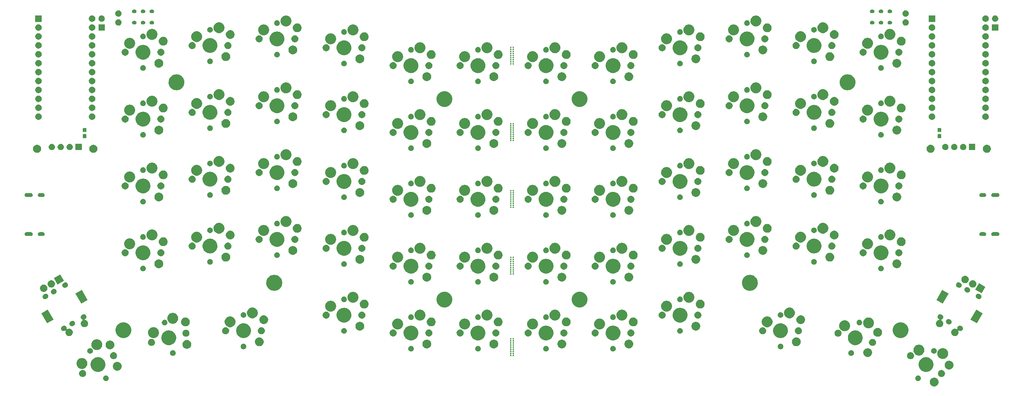
<source format=gbr>
G04 #@! TF.GenerationSoftware,KiCad,Pcbnew,(5.1.6)-1*
G04 #@! TF.CreationDate,2020-09-26T10:30:12+08:00*
G04 #@! TF.ProjectId,Cantaloupe,43616e74-616c-46f7-9570-652e6b696361,rev?*
G04 #@! TF.SameCoordinates,Original*
G04 #@! TF.FileFunction,Soldermask,Top*
G04 #@! TF.FilePolarity,Negative*
%FSLAX46Y46*%
G04 Gerber Fmt 4.6, Leading zero omitted, Abs format (unit mm)*
G04 Created by KiCad (PCBNEW (5.1.6)-1) date 2020-09-26 10:30:12*
%MOMM*%
%LPD*%
G01*
G04 APERTURE LIST*
%ADD10C,0.100000*%
G04 APERTURE END LIST*
D10*
G36*
X328985697Y-160178485D02*
G01*
X329213365Y-160272788D01*
X329418260Y-160409695D01*
X329592509Y-160583944D01*
X329729416Y-160788839D01*
X329823719Y-161016507D01*
X329871794Y-161258197D01*
X329871794Y-161504623D01*
X329823719Y-161746313D01*
X329729416Y-161973981D01*
X329592509Y-162178876D01*
X329418260Y-162353125D01*
X329213365Y-162490032D01*
X329213364Y-162490033D01*
X329213363Y-162490033D01*
X328985697Y-162584335D01*
X328744008Y-162632410D01*
X328497580Y-162632410D01*
X328255891Y-162584335D01*
X328028225Y-162490033D01*
X328028224Y-162490033D01*
X328028223Y-162490032D01*
X327823328Y-162353125D01*
X327649079Y-162178876D01*
X327512172Y-161973981D01*
X327417869Y-161746313D01*
X327369794Y-161504623D01*
X327369794Y-161258197D01*
X327417869Y-161016507D01*
X327512172Y-160788839D01*
X327649079Y-160583944D01*
X327823328Y-160409695D01*
X328028223Y-160272788D01*
X328255891Y-160178485D01*
X328497580Y-160130410D01*
X328744008Y-160130410D01*
X328985697Y-160178485D01*
G37*
G36*
X324282322Y-159530325D02*
G01*
X324405941Y-159581530D01*
X324428096Y-159590707D01*
X324559288Y-159678366D01*
X324670858Y-159789936D01*
X324697964Y-159830504D01*
X324758518Y-159921130D01*
X324818899Y-160066902D01*
X324849680Y-160221651D01*
X324849680Y-160379437D01*
X324818899Y-160534186D01*
X324758518Y-160679958D01*
X324758517Y-160679960D01*
X324670858Y-160811152D01*
X324559288Y-160922722D01*
X324428096Y-161010381D01*
X324428095Y-161010382D01*
X324428094Y-161010382D01*
X324282322Y-161070763D01*
X324127573Y-161101544D01*
X323969787Y-161101544D01*
X323815038Y-161070763D01*
X323669266Y-161010382D01*
X323669265Y-161010382D01*
X323669264Y-161010381D01*
X323538072Y-160922722D01*
X323426502Y-160811152D01*
X323338843Y-160679960D01*
X323338842Y-160679958D01*
X323278461Y-160534186D01*
X323247680Y-160379437D01*
X323247680Y-160221651D01*
X323278461Y-160066902D01*
X323338842Y-159921130D01*
X323399396Y-159830504D01*
X323426502Y-159789936D01*
X323538072Y-159678366D01*
X323669264Y-159590707D01*
X323691419Y-159581530D01*
X323815038Y-159530325D01*
X323969787Y-159499544D01*
X324127573Y-159499544D01*
X324282322Y-159530325D01*
G37*
G36*
X93338950Y-159530325D02*
G01*
X93462569Y-159581530D01*
X93484724Y-159590707D01*
X93615916Y-159678366D01*
X93727486Y-159789936D01*
X93754592Y-159830504D01*
X93815146Y-159921130D01*
X93875527Y-160066902D01*
X93906308Y-160221651D01*
X93906308Y-160379437D01*
X93875527Y-160534186D01*
X93815146Y-160679958D01*
X93815145Y-160679960D01*
X93727486Y-160811152D01*
X93615916Y-160922722D01*
X93484724Y-161010381D01*
X93484723Y-161010382D01*
X93484722Y-161010382D01*
X93338950Y-161070763D01*
X93184201Y-161101544D01*
X93026415Y-161101544D01*
X92871666Y-161070763D01*
X92725894Y-161010382D01*
X92725893Y-161010382D01*
X92725892Y-161010381D01*
X92594700Y-160922722D01*
X92483130Y-160811152D01*
X92395471Y-160679960D01*
X92395470Y-160679958D01*
X92335089Y-160534186D01*
X92304308Y-160379437D01*
X92304308Y-160221651D01*
X92335089Y-160066902D01*
X92395470Y-159921130D01*
X92456024Y-159830504D01*
X92483130Y-159789936D01*
X92594700Y-159678366D01*
X92725892Y-159590707D01*
X92748047Y-159581530D01*
X92871666Y-159530325D01*
X93026415Y-159499544D01*
X93184201Y-159499544D01*
X93338950Y-159530325D01*
G37*
G36*
X330893374Y-157961664D02*
G01*
X330990070Y-157980898D01*
X331172240Y-158056356D01*
X331336189Y-158165903D01*
X331475616Y-158305330D01*
X331585163Y-158469279D01*
X331660621Y-158651449D01*
X331699089Y-158844840D01*
X331699089Y-159042020D01*
X331660621Y-159235411D01*
X331585163Y-159417581D01*
X331475616Y-159581530D01*
X331336189Y-159720957D01*
X331172240Y-159830504D01*
X330990070Y-159905962D01*
X330893374Y-159925196D01*
X330796680Y-159944430D01*
X330599498Y-159944430D01*
X330406108Y-159905962D01*
X330223938Y-159830504D01*
X330059989Y-159720957D01*
X329920562Y-159581530D01*
X329811015Y-159417581D01*
X329735557Y-159235411D01*
X329697089Y-159042020D01*
X329697089Y-158844840D01*
X329735557Y-158651449D01*
X329811015Y-158469279D01*
X329920562Y-158305330D01*
X330059989Y-158165903D01*
X330223938Y-158056356D01*
X330406108Y-157980898D01*
X330599498Y-157942430D01*
X330796680Y-157942430D01*
X330893374Y-157961664D01*
G37*
G36*
X86651184Y-157961664D02*
G01*
X86747880Y-157980898D01*
X86930050Y-158056356D01*
X87093999Y-158165903D01*
X87233426Y-158305330D01*
X87342973Y-158469279D01*
X87418431Y-158651449D01*
X87456899Y-158844840D01*
X87456899Y-159042020D01*
X87418431Y-159235411D01*
X87342973Y-159417581D01*
X87233426Y-159581530D01*
X87093999Y-159720957D01*
X86930050Y-159830504D01*
X86747880Y-159905962D01*
X86554490Y-159944430D01*
X86357308Y-159944430D01*
X86163918Y-159905962D01*
X85981748Y-159830504D01*
X85817799Y-159720957D01*
X85678372Y-159581530D01*
X85568825Y-159417581D01*
X85493367Y-159235411D01*
X85454899Y-159042020D01*
X85454899Y-158844840D01*
X85493367Y-158651449D01*
X85568825Y-158469279D01*
X85678372Y-158305330D01*
X85817799Y-158165903D01*
X85981748Y-158056356D01*
X86163918Y-157980898D01*
X86260614Y-157961664D01*
X86357308Y-157942430D01*
X86554490Y-157942430D01*
X86651184Y-157961664D01*
G37*
G36*
X91238945Y-154337579D02*
G01*
X91468147Y-154383170D01*
X91850505Y-154541548D01*
X91963919Y-154617329D01*
X92163232Y-154750505D01*
X92194618Y-154771477D01*
X92487261Y-155064120D01*
X92717190Y-155408233D01*
X92868194Y-155772788D01*
X92875568Y-155790592D01*
X92956308Y-156196498D01*
X92956308Y-156610362D01*
X92943716Y-156673664D01*
X92875568Y-157016269D01*
X92717190Y-157398627D01*
X92634644Y-157522166D01*
X92487262Y-157742739D01*
X92194617Y-158035384D01*
X92163230Y-158056356D01*
X91850505Y-158265312D01*
X91468147Y-158423690D01*
X91332844Y-158450603D01*
X91062240Y-158504430D01*
X90648376Y-158504430D01*
X90377772Y-158450603D01*
X90242469Y-158423690D01*
X89860111Y-158265312D01*
X89547386Y-158056356D01*
X89515999Y-158035384D01*
X89223354Y-157742739D01*
X89075972Y-157522166D01*
X88993426Y-157398627D01*
X88835048Y-157016269D01*
X88766900Y-156673664D01*
X88754308Y-156610362D01*
X88754308Y-156196498D01*
X88835048Y-155790592D01*
X88842423Y-155772788D01*
X88993426Y-155408233D01*
X89223355Y-155064120D01*
X89515998Y-154771477D01*
X89547385Y-154750505D01*
X89746697Y-154617329D01*
X89860111Y-154541548D01*
X90242469Y-154383170D01*
X90471671Y-154337579D01*
X90648376Y-154302430D01*
X91062240Y-154302430D01*
X91238945Y-154337579D01*
G37*
G36*
X326682317Y-154337579D02*
G01*
X326911519Y-154383170D01*
X327293877Y-154541548D01*
X327407291Y-154617329D01*
X327606604Y-154750505D01*
X327637990Y-154771477D01*
X327930633Y-155064120D01*
X328160562Y-155408233D01*
X328311566Y-155772788D01*
X328318940Y-155790592D01*
X328399680Y-156196498D01*
X328399680Y-156610362D01*
X328387088Y-156673664D01*
X328318940Y-157016269D01*
X328160562Y-157398627D01*
X328078016Y-157522166D01*
X327930634Y-157742739D01*
X327637989Y-158035384D01*
X327606602Y-158056356D01*
X327293877Y-158265312D01*
X326911519Y-158423690D01*
X326776216Y-158450603D01*
X326505612Y-158504430D01*
X326091748Y-158504430D01*
X325821144Y-158450603D01*
X325685841Y-158423690D01*
X325303483Y-158265312D01*
X324990758Y-158056356D01*
X324959371Y-158035384D01*
X324666726Y-157742739D01*
X324519344Y-157522166D01*
X324436798Y-157398627D01*
X324278420Y-157016269D01*
X324210272Y-156673664D01*
X324197680Y-156610362D01*
X324197680Y-156196498D01*
X324278420Y-155790592D01*
X324285795Y-155772788D01*
X324436798Y-155408233D01*
X324666727Y-155064120D01*
X324959370Y-154771477D01*
X324990757Y-154750505D01*
X325190069Y-154617329D01*
X325303483Y-154541548D01*
X325685841Y-154383170D01*
X325915043Y-154337579D01*
X326091748Y-154302430D01*
X326505612Y-154302430D01*
X326682317Y-154337579D01*
G37*
G36*
X96580869Y-155656315D02*
G01*
X96692325Y-155678485D01*
X96919993Y-155772788D01*
X97124888Y-155909695D01*
X97299137Y-156083944D01*
X97417767Y-156261486D01*
X97436045Y-156288841D01*
X97530347Y-156516507D01*
X97578422Y-156758196D01*
X97578422Y-157004624D01*
X97530347Y-157246313D01*
X97467258Y-157398625D01*
X97436044Y-157473981D01*
X97299137Y-157678876D01*
X97124888Y-157853125D01*
X96919993Y-157990032D01*
X96919992Y-157990033D01*
X96919991Y-157990033D01*
X96692325Y-158084335D01*
X96450636Y-158132410D01*
X96204208Y-158132410D01*
X95962519Y-158084335D01*
X95734853Y-157990033D01*
X95734852Y-157990033D01*
X95734851Y-157990032D01*
X95529956Y-157853125D01*
X95355707Y-157678876D01*
X95218800Y-157473981D01*
X95187587Y-157398625D01*
X95124497Y-157246313D01*
X95076422Y-157004624D01*
X95076422Y-156758196D01*
X95124497Y-156516507D01*
X95218799Y-156288841D01*
X95237077Y-156261486D01*
X95355707Y-156083944D01*
X95529956Y-155909695D01*
X95734851Y-155772788D01*
X95962519Y-155678485D01*
X96073975Y-155656315D01*
X96204208Y-155630410D01*
X96450636Y-155630410D01*
X96580869Y-155656315D01*
G37*
G36*
X333218229Y-155347525D02*
G01*
X333364792Y-155408233D01*
X333445897Y-155441828D01*
X333650792Y-155578735D01*
X333825041Y-155752984D01*
X333929752Y-155909695D01*
X333961949Y-155957881D01*
X334056251Y-156185547D01*
X334104326Y-156427236D01*
X334104326Y-156673664D01*
X334056251Y-156915353D01*
X333980833Y-157097430D01*
X333961948Y-157143021D01*
X333825041Y-157347916D01*
X333650792Y-157522165D01*
X333445897Y-157659072D01*
X333445896Y-157659073D01*
X333445895Y-157659073D01*
X333218229Y-157753375D01*
X332976540Y-157801450D01*
X332730112Y-157801450D01*
X332488423Y-157753375D01*
X332260757Y-157659073D01*
X332260756Y-157659073D01*
X332260755Y-157659072D01*
X332055860Y-157522165D01*
X331881611Y-157347916D01*
X331744704Y-157143021D01*
X331725820Y-157097430D01*
X331650401Y-156915353D01*
X331602326Y-156673664D01*
X331602326Y-156427236D01*
X331650401Y-156185547D01*
X331744703Y-155957881D01*
X331776900Y-155909695D01*
X331881611Y-155752984D01*
X332055860Y-155578735D01*
X332260755Y-155441828D01*
X332341861Y-155408233D01*
X332488423Y-155347525D01*
X332730112Y-155299450D01*
X332976540Y-155299450D01*
X333218229Y-155347525D01*
G37*
G36*
X86588336Y-154587527D02*
G01*
X86738161Y-154617329D01*
X87020425Y-154734246D01*
X87274456Y-154903984D01*
X87490492Y-155120020D01*
X87660230Y-155374051D01*
X87777147Y-155656315D01*
X87836751Y-155955965D01*
X87836751Y-156261485D01*
X87777147Y-156561135D01*
X87660230Y-156843399D01*
X87490492Y-157097430D01*
X87274456Y-157313466D01*
X87020425Y-157483204D01*
X86738161Y-157600121D01*
X86588336Y-157629923D01*
X86438512Y-157659725D01*
X86132990Y-157659725D01*
X85983166Y-157629923D01*
X85833341Y-157600121D01*
X85551077Y-157483204D01*
X85297046Y-157313466D01*
X85081010Y-157097430D01*
X84911272Y-156843399D01*
X84794355Y-156561135D01*
X84734751Y-156261485D01*
X84734751Y-155955965D01*
X84794355Y-155656315D01*
X84911272Y-155374051D01*
X85081010Y-155120020D01*
X85297046Y-154903984D01*
X85551077Y-154734246D01*
X85833341Y-154617329D01*
X85983166Y-154587527D01*
X86132990Y-154557725D01*
X86438512Y-154557725D01*
X86588336Y-154587527D01*
G37*
G36*
X95450002Y-152881664D02*
G01*
X95546698Y-152900898D01*
X95728868Y-152976356D01*
X95892817Y-153085903D01*
X96032244Y-153225330D01*
X96141791Y-153389279D01*
X96217249Y-153571449D01*
X96232959Y-153650430D01*
X96255717Y-153764839D01*
X96255717Y-153962021D01*
X96248195Y-153999834D01*
X96217249Y-154155411D01*
X96141791Y-154337581D01*
X96032244Y-154501530D01*
X95892817Y-154640957D01*
X95728868Y-154750504D01*
X95546698Y-154825962D01*
X95450002Y-154845196D01*
X95353308Y-154864430D01*
X95156126Y-154864430D01*
X95059432Y-154845196D01*
X94962736Y-154825962D01*
X94780566Y-154750504D01*
X94616617Y-154640957D01*
X94477190Y-154501530D01*
X94367643Y-154337581D01*
X94292185Y-154155411D01*
X94261239Y-153999834D01*
X94253717Y-153962021D01*
X94253717Y-153764839D01*
X94276475Y-153650430D01*
X94292185Y-153571449D01*
X94367643Y-153389279D01*
X94477190Y-153225330D01*
X94616617Y-153085903D01*
X94780566Y-152976356D01*
X94962736Y-152900898D01*
X95059432Y-152881664D01*
X95156126Y-152862430D01*
X95353308Y-152862430D01*
X95450002Y-152881664D01*
G37*
G36*
X322094556Y-152881664D02*
G01*
X322191252Y-152900898D01*
X322373422Y-152976356D01*
X322537371Y-153085903D01*
X322676798Y-153225330D01*
X322786345Y-153389279D01*
X322861803Y-153571449D01*
X322877513Y-153650430D01*
X322900271Y-153764839D01*
X322900271Y-153962021D01*
X322892749Y-153999834D01*
X322861803Y-154155411D01*
X322786345Y-154337581D01*
X322676798Y-154501530D01*
X322537371Y-154640957D01*
X322373422Y-154750504D01*
X322191252Y-154825962D01*
X322094556Y-154845196D01*
X321997862Y-154864430D01*
X321800680Y-154864430D01*
X321703986Y-154845196D01*
X321607290Y-154825962D01*
X321425120Y-154750504D01*
X321261171Y-154640957D01*
X321121744Y-154501530D01*
X321012197Y-154337581D01*
X320936739Y-154155411D01*
X320905793Y-153999834D01*
X320898271Y-153962021D01*
X320898271Y-153764839D01*
X320921029Y-153650430D01*
X320936739Y-153571449D01*
X321012197Y-153389279D01*
X321121744Y-153225330D01*
X321261171Y-153085903D01*
X321425120Y-152976356D01*
X321607290Y-152900898D01*
X321703986Y-152881664D01*
X321800680Y-152862430D01*
X321997862Y-152862430D01*
X322094556Y-152881664D01*
G37*
G36*
X331322384Y-151749126D02*
G01*
X331490795Y-151782625D01*
X331773059Y-151899542D01*
X332027090Y-152069280D01*
X332243126Y-152285316D01*
X332412864Y-152539347D01*
X332529781Y-152821611D01*
X332542535Y-152885730D01*
X332589385Y-153121260D01*
X332589385Y-153426782D01*
X332573510Y-153506590D01*
X332529781Y-153726431D01*
X332412864Y-154008695D01*
X332243126Y-154262726D01*
X332027090Y-154478762D01*
X331773059Y-154648500D01*
X331490795Y-154765417D01*
X331340970Y-154795219D01*
X331191146Y-154825021D01*
X330885624Y-154825021D01*
X330735800Y-154795219D01*
X330585975Y-154765417D01*
X330303711Y-154648500D01*
X330049680Y-154478762D01*
X329833644Y-154262726D01*
X329663906Y-154008695D01*
X329546989Y-153726431D01*
X329503260Y-153506590D01*
X329487385Y-153426782D01*
X329487385Y-153121260D01*
X329541368Y-152849869D01*
X329543770Y-152825483D01*
X329542796Y-152815590D01*
X329551050Y-152805532D01*
X329562598Y-152783929D01*
X329663906Y-152539347D01*
X329833644Y-152285316D01*
X330049680Y-152069280D01*
X330303711Y-151899542D01*
X330585975Y-151782625D01*
X330754386Y-151749126D01*
X330885624Y-151723021D01*
X331191146Y-151723021D01*
X331322384Y-151749126D01*
G37*
G36*
X310077685Y-151784935D02*
G01*
X310281074Y-151869181D01*
X310305353Y-151879238D01*
X310510248Y-152016145D01*
X310684497Y-152190394D01*
X310821404Y-152395289D01*
X310821405Y-152395291D01*
X310915707Y-152622957D01*
X310963782Y-152864646D01*
X310963782Y-153111074D01*
X310915707Y-153352763D01*
X310825125Y-153571449D01*
X310821404Y-153580431D01*
X310684497Y-153785326D01*
X310510248Y-153959575D01*
X310305353Y-154096482D01*
X310305352Y-154096483D01*
X310305351Y-154096483D01*
X310077685Y-154190785D01*
X309835996Y-154238860D01*
X309589568Y-154238860D01*
X309347879Y-154190785D01*
X309120213Y-154096483D01*
X309120212Y-154096483D01*
X309120211Y-154096482D01*
X308915316Y-153959575D01*
X308741067Y-153785326D01*
X308604160Y-153580431D01*
X308600440Y-153571449D01*
X308509857Y-153352763D01*
X308461782Y-153111074D01*
X308461782Y-152864646D01*
X308509857Y-152622957D01*
X308604159Y-152395291D01*
X308604160Y-152395289D01*
X308741067Y-152190394D01*
X308915316Y-152016145D01*
X309120211Y-151879238D01*
X309144491Y-151869181D01*
X309347879Y-151784935D01*
X309589568Y-151736860D01*
X309835996Y-151736860D01*
X310077685Y-151784935D01*
G37*
G36*
X208985620Y-148863280D02*
G01*
X208985621Y-148863280D01*
X208985624Y-148863281D01*
X209022203Y-148878433D01*
X209055124Y-148900430D01*
X209083121Y-148928427D01*
X209105118Y-148961348D01*
X209120270Y-148997927D01*
X209120271Y-148997930D01*
X209120271Y-148997931D01*
X209127994Y-149036759D01*
X209127994Y-149076355D01*
X209120559Y-149113737D01*
X209120270Y-149115187D01*
X209105118Y-149151766D01*
X209083121Y-149184687D01*
X209055124Y-149212684D01*
X209022203Y-149234681D01*
X209014307Y-149237952D01*
X208992703Y-149249499D01*
X208973761Y-149265044D01*
X208958216Y-149283986D01*
X208946665Y-149305597D01*
X208939552Y-149329046D01*
X208937150Y-149353432D01*
X208939552Y-149377818D01*
X208946665Y-149401267D01*
X208958216Y-149422878D01*
X208973761Y-149441820D01*
X208992703Y-149457365D01*
X209014307Y-149468912D01*
X209022203Y-149472183D01*
X209055124Y-149494180D01*
X209083121Y-149522177D01*
X209105118Y-149555098D01*
X209120270Y-149591677D01*
X209120271Y-149591680D01*
X209120271Y-149591681D01*
X209126134Y-149621158D01*
X209127994Y-149630510D01*
X209127994Y-149670104D01*
X209120270Y-149708937D01*
X209105118Y-149745516D01*
X209083121Y-149778437D01*
X209055124Y-149806434D01*
X209022203Y-149828431D01*
X209014307Y-149831702D01*
X208992703Y-149843249D01*
X208973761Y-149858794D01*
X208958216Y-149877736D01*
X208946665Y-149899347D01*
X208939552Y-149922796D01*
X208937150Y-149947182D01*
X208939552Y-149971568D01*
X208946665Y-149995017D01*
X208958216Y-150016628D01*
X208973761Y-150035570D01*
X208992703Y-150051115D01*
X209014307Y-150062662D01*
X209022203Y-150065933D01*
X209055124Y-150087930D01*
X209083121Y-150115927D01*
X209105118Y-150148848D01*
X209120270Y-150185427D01*
X209120271Y-150185430D01*
X209120271Y-150185431D01*
X209124736Y-150207879D01*
X209127994Y-150224260D01*
X209127994Y-150263854D01*
X209120270Y-150302687D01*
X209105118Y-150339266D01*
X209083121Y-150372187D01*
X209055124Y-150400184D01*
X209022203Y-150422181D01*
X209014307Y-150425452D01*
X208992703Y-150436999D01*
X208973761Y-150452544D01*
X208958216Y-150471486D01*
X208946665Y-150493097D01*
X208939552Y-150516546D01*
X208937150Y-150540932D01*
X208939552Y-150565318D01*
X208946665Y-150588767D01*
X208958216Y-150610378D01*
X208973761Y-150629320D01*
X208992703Y-150644865D01*
X209014307Y-150656412D01*
X209022203Y-150659683D01*
X209055124Y-150681680D01*
X209083121Y-150709677D01*
X209105118Y-150742598D01*
X209120270Y-150779177D01*
X209120271Y-150779180D01*
X209120271Y-150779181D01*
X209127994Y-150818009D01*
X209127994Y-150857605D01*
X209122191Y-150886782D01*
X209120270Y-150896437D01*
X209105118Y-150933016D01*
X209083121Y-150965937D01*
X209055124Y-150993934D01*
X209022203Y-151015931D01*
X209014307Y-151019202D01*
X208992703Y-151030749D01*
X208973761Y-151046294D01*
X208958216Y-151065236D01*
X208946665Y-151086847D01*
X208939552Y-151110296D01*
X208937150Y-151134682D01*
X208939552Y-151159068D01*
X208946665Y-151182517D01*
X208958216Y-151204128D01*
X208973761Y-151223070D01*
X208992703Y-151238615D01*
X209014307Y-151250162D01*
X209022203Y-151253433D01*
X209055124Y-151275430D01*
X209083121Y-151303427D01*
X209105118Y-151336348D01*
X209120270Y-151372927D01*
X209120271Y-151372930D01*
X209120271Y-151372931D01*
X209124267Y-151393021D01*
X209127994Y-151411760D01*
X209127994Y-151451354D01*
X209120270Y-151490187D01*
X209105118Y-151526766D01*
X209083121Y-151559687D01*
X209055124Y-151587684D01*
X209022203Y-151609681D01*
X209014307Y-151612952D01*
X208992703Y-151624499D01*
X208973761Y-151640044D01*
X208958216Y-151658986D01*
X208946665Y-151680597D01*
X208939552Y-151704046D01*
X208937150Y-151728432D01*
X208939552Y-151752818D01*
X208946665Y-151776267D01*
X208958216Y-151797878D01*
X208973761Y-151816820D01*
X208992703Y-151832365D01*
X209014307Y-151843912D01*
X209022203Y-151847183D01*
X209055124Y-151869180D01*
X209083121Y-151897177D01*
X209105118Y-151930098D01*
X209120270Y-151966677D01*
X209120271Y-151966680D01*
X209120271Y-151966681D01*
X209127994Y-152005509D01*
X209127994Y-152045105D01*
X209123186Y-152069280D01*
X209120270Y-152083937D01*
X209105118Y-152120516D01*
X209083121Y-152153437D01*
X209055124Y-152181434D01*
X209022203Y-152203431D01*
X209014307Y-152206702D01*
X208992703Y-152218249D01*
X208973761Y-152233794D01*
X208958216Y-152252736D01*
X208946665Y-152274347D01*
X208939552Y-152297796D01*
X208937150Y-152322182D01*
X208939552Y-152346568D01*
X208946665Y-152370017D01*
X208958216Y-152391628D01*
X208973761Y-152410570D01*
X208992703Y-152426115D01*
X209014307Y-152437662D01*
X209022203Y-152440933D01*
X209055124Y-152462930D01*
X209083121Y-152490927D01*
X209105118Y-152523848D01*
X209120270Y-152560427D01*
X209120271Y-152560430D01*
X209120271Y-152560431D01*
X209127994Y-152599259D01*
X209127994Y-152638855D01*
X209122511Y-152666423D01*
X209120270Y-152677687D01*
X209105118Y-152714266D01*
X209083121Y-152747187D01*
X209055124Y-152775184D01*
X209022203Y-152797181D01*
X209014307Y-152800452D01*
X208992703Y-152811999D01*
X208973761Y-152827544D01*
X208958216Y-152846486D01*
X208946665Y-152868097D01*
X208939552Y-152891546D01*
X208937150Y-152915932D01*
X208939552Y-152940318D01*
X208946665Y-152963767D01*
X208958216Y-152985378D01*
X208973761Y-153004320D01*
X208992703Y-153019865D01*
X209014307Y-153031412D01*
X209022203Y-153034683D01*
X209055124Y-153056680D01*
X209083121Y-153084677D01*
X209105118Y-153117598D01*
X209120270Y-153154177D01*
X209127994Y-153193010D01*
X209127994Y-153232604D01*
X209120270Y-153271437D01*
X209105118Y-153308016D01*
X209083121Y-153340937D01*
X209055124Y-153368934D01*
X209022203Y-153390931D01*
X209014307Y-153394202D01*
X208992703Y-153405749D01*
X208973761Y-153421294D01*
X208958216Y-153440236D01*
X208946665Y-153461847D01*
X208939552Y-153485296D01*
X208937150Y-153509682D01*
X208939552Y-153534068D01*
X208946665Y-153557517D01*
X208958216Y-153579128D01*
X208973761Y-153598070D01*
X208992703Y-153613615D01*
X209014307Y-153625162D01*
X209022203Y-153628433D01*
X209055124Y-153650430D01*
X209083121Y-153678427D01*
X209105118Y-153711348D01*
X209120270Y-153747927D01*
X209120271Y-153747930D01*
X209120271Y-153747931D01*
X209127994Y-153786759D01*
X209127994Y-153826355D01*
X209123346Y-153849725D01*
X209120270Y-153865187D01*
X209105118Y-153901766D01*
X209083121Y-153934687D01*
X209055124Y-153962684D01*
X209022203Y-153984681D01*
X208985624Y-153999833D01*
X208985621Y-153999834D01*
X208985620Y-153999834D01*
X208946792Y-154007557D01*
X208907196Y-154007557D01*
X208868368Y-153999834D01*
X208868367Y-153999834D01*
X208868364Y-153999833D01*
X208831785Y-153984681D01*
X208798864Y-153962684D01*
X208770867Y-153934687D01*
X208748870Y-153901766D01*
X208733718Y-153865187D01*
X208730643Y-153849725D01*
X208725994Y-153826355D01*
X208725994Y-153786759D01*
X208733717Y-153747931D01*
X208733717Y-153747930D01*
X208733718Y-153747927D01*
X208748870Y-153711348D01*
X208770867Y-153678427D01*
X208798864Y-153650430D01*
X208831785Y-153628433D01*
X208839681Y-153625162D01*
X208861285Y-153613615D01*
X208880227Y-153598070D01*
X208895772Y-153579128D01*
X208907323Y-153557517D01*
X208914436Y-153534068D01*
X208916838Y-153509682D01*
X208914436Y-153485296D01*
X208907323Y-153461847D01*
X208895772Y-153440236D01*
X208880227Y-153421294D01*
X208861285Y-153405749D01*
X208839681Y-153394202D01*
X208831785Y-153390931D01*
X208798864Y-153368934D01*
X208770867Y-153340937D01*
X208748870Y-153308016D01*
X208733718Y-153271437D01*
X208725994Y-153232604D01*
X208725994Y-153193010D01*
X208733718Y-153154177D01*
X208748870Y-153117598D01*
X208770867Y-153084677D01*
X208798864Y-153056680D01*
X208831785Y-153034683D01*
X208839681Y-153031412D01*
X208861285Y-153019865D01*
X208880227Y-153004320D01*
X208895772Y-152985378D01*
X208907323Y-152963767D01*
X208914436Y-152940318D01*
X208916838Y-152915932D01*
X208914436Y-152891546D01*
X208907323Y-152868097D01*
X208895772Y-152846486D01*
X208880227Y-152827544D01*
X208861285Y-152811999D01*
X208839681Y-152800452D01*
X208831785Y-152797181D01*
X208798864Y-152775184D01*
X208770867Y-152747187D01*
X208748870Y-152714266D01*
X208733718Y-152677687D01*
X208731478Y-152666423D01*
X208725994Y-152638855D01*
X208725994Y-152599259D01*
X208733717Y-152560431D01*
X208733717Y-152560430D01*
X208733718Y-152560427D01*
X208748870Y-152523848D01*
X208770867Y-152490927D01*
X208798864Y-152462930D01*
X208831785Y-152440933D01*
X208839681Y-152437662D01*
X208861285Y-152426115D01*
X208880227Y-152410570D01*
X208895772Y-152391628D01*
X208907323Y-152370017D01*
X208914436Y-152346568D01*
X208916838Y-152322182D01*
X208914436Y-152297796D01*
X208907323Y-152274347D01*
X208895772Y-152252736D01*
X208880227Y-152233794D01*
X208861285Y-152218249D01*
X208839681Y-152206702D01*
X208831785Y-152203431D01*
X208798864Y-152181434D01*
X208770867Y-152153437D01*
X208748870Y-152120516D01*
X208733718Y-152083937D01*
X208730803Y-152069280D01*
X208725994Y-152045105D01*
X208725994Y-152005509D01*
X208733717Y-151966681D01*
X208733717Y-151966680D01*
X208733718Y-151966677D01*
X208748870Y-151930098D01*
X208770867Y-151897177D01*
X208798864Y-151869180D01*
X208831785Y-151847183D01*
X208839681Y-151843912D01*
X208861285Y-151832365D01*
X208880227Y-151816820D01*
X208895772Y-151797878D01*
X208907323Y-151776267D01*
X208914436Y-151752818D01*
X208916838Y-151728432D01*
X208914436Y-151704046D01*
X208907323Y-151680597D01*
X208895772Y-151658986D01*
X208880227Y-151640044D01*
X208861285Y-151624499D01*
X208839681Y-151612952D01*
X208831785Y-151609681D01*
X208798864Y-151587684D01*
X208770867Y-151559687D01*
X208748870Y-151526766D01*
X208733718Y-151490187D01*
X208725994Y-151451354D01*
X208725994Y-151411760D01*
X208729721Y-151393021D01*
X208733717Y-151372931D01*
X208733717Y-151372930D01*
X208733718Y-151372927D01*
X208748870Y-151336348D01*
X208770867Y-151303427D01*
X208798864Y-151275430D01*
X208831785Y-151253433D01*
X208839681Y-151250162D01*
X208861285Y-151238615D01*
X208880227Y-151223070D01*
X208895772Y-151204128D01*
X208907323Y-151182517D01*
X208914436Y-151159068D01*
X208916838Y-151134682D01*
X208914436Y-151110296D01*
X208907323Y-151086847D01*
X208895772Y-151065236D01*
X208880227Y-151046294D01*
X208861285Y-151030749D01*
X208839681Y-151019202D01*
X208831785Y-151015931D01*
X208798864Y-150993934D01*
X208770867Y-150965937D01*
X208748870Y-150933016D01*
X208733718Y-150896437D01*
X208731798Y-150886782D01*
X208725994Y-150857605D01*
X208725994Y-150818009D01*
X208733717Y-150779181D01*
X208733717Y-150779180D01*
X208733718Y-150779177D01*
X208748870Y-150742598D01*
X208770867Y-150709677D01*
X208798864Y-150681680D01*
X208831785Y-150659683D01*
X208839681Y-150656412D01*
X208861285Y-150644865D01*
X208880227Y-150629320D01*
X208895772Y-150610378D01*
X208907323Y-150588767D01*
X208914436Y-150565318D01*
X208916838Y-150540932D01*
X208914436Y-150516546D01*
X208907323Y-150493097D01*
X208895772Y-150471486D01*
X208880227Y-150452544D01*
X208861285Y-150436999D01*
X208839681Y-150425452D01*
X208831785Y-150422181D01*
X208798864Y-150400184D01*
X208770867Y-150372187D01*
X208748870Y-150339266D01*
X208733718Y-150302687D01*
X208725994Y-150263854D01*
X208725994Y-150224260D01*
X208729252Y-150207879D01*
X208733717Y-150185431D01*
X208733717Y-150185430D01*
X208733718Y-150185427D01*
X208748870Y-150148848D01*
X208770867Y-150115927D01*
X208798864Y-150087930D01*
X208831785Y-150065933D01*
X208839681Y-150062662D01*
X208861285Y-150051115D01*
X208880227Y-150035570D01*
X208895772Y-150016628D01*
X208907323Y-149995017D01*
X208914436Y-149971568D01*
X208916838Y-149947182D01*
X208914436Y-149922796D01*
X208907323Y-149899347D01*
X208895772Y-149877736D01*
X208880227Y-149858794D01*
X208861285Y-149843249D01*
X208839681Y-149831702D01*
X208831785Y-149828431D01*
X208798864Y-149806434D01*
X208770867Y-149778437D01*
X208748870Y-149745516D01*
X208733718Y-149708937D01*
X208725994Y-149670104D01*
X208725994Y-149630510D01*
X208727854Y-149621158D01*
X208733717Y-149591681D01*
X208733717Y-149591680D01*
X208733718Y-149591677D01*
X208748870Y-149555098D01*
X208770867Y-149522177D01*
X208798864Y-149494180D01*
X208831785Y-149472183D01*
X208839681Y-149468912D01*
X208861285Y-149457365D01*
X208880227Y-149441820D01*
X208895772Y-149422878D01*
X208907323Y-149401267D01*
X208914436Y-149377818D01*
X208916838Y-149353432D01*
X208914436Y-149329046D01*
X208907323Y-149305597D01*
X208895772Y-149283986D01*
X208880227Y-149265044D01*
X208861285Y-149249499D01*
X208839681Y-149237952D01*
X208831785Y-149234681D01*
X208798864Y-149212684D01*
X208770867Y-149184687D01*
X208748870Y-149151766D01*
X208733718Y-149115187D01*
X208733430Y-149113737D01*
X208725994Y-149076355D01*
X208725994Y-149036759D01*
X208733717Y-148997931D01*
X208733717Y-148997930D01*
X208733718Y-148997927D01*
X208748870Y-148961348D01*
X208770867Y-148928427D01*
X208798864Y-148900430D01*
X208831785Y-148878433D01*
X208868364Y-148863281D01*
X208868367Y-148863280D01*
X208868368Y-148863280D01*
X208907196Y-148855557D01*
X208946792Y-148855557D01*
X208985620Y-148863280D01*
G37*
G36*
X208285620Y-148863280D02*
G01*
X208285621Y-148863280D01*
X208285624Y-148863281D01*
X208322203Y-148878433D01*
X208355124Y-148900430D01*
X208383121Y-148928427D01*
X208405118Y-148961348D01*
X208420270Y-148997927D01*
X208420271Y-148997930D01*
X208420271Y-148997931D01*
X208427994Y-149036759D01*
X208427994Y-149076355D01*
X208420559Y-149113737D01*
X208420270Y-149115187D01*
X208405118Y-149151766D01*
X208383121Y-149184687D01*
X208355124Y-149212684D01*
X208322203Y-149234681D01*
X208314307Y-149237952D01*
X208292703Y-149249499D01*
X208273761Y-149265044D01*
X208258216Y-149283986D01*
X208246665Y-149305597D01*
X208239552Y-149329046D01*
X208237150Y-149353432D01*
X208239552Y-149377818D01*
X208246665Y-149401267D01*
X208258216Y-149422878D01*
X208273761Y-149441820D01*
X208292703Y-149457365D01*
X208314307Y-149468912D01*
X208322203Y-149472183D01*
X208355124Y-149494180D01*
X208383121Y-149522177D01*
X208405118Y-149555098D01*
X208420270Y-149591677D01*
X208420271Y-149591680D01*
X208420271Y-149591681D01*
X208426134Y-149621158D01*
X208427994Y-149630510D01*
X208427994Y-149670104D01*
X208420270Y-149708937D01*
X208405118Y-149745516D01*
X208383121Y-149778437D01*
X208355124Y-149806434D01*
X208322203Y-149828431D01*
X208314307Y-149831702D01*
X208292703Y-149843249D01*
X208273761Y-149858794D01*
X208258216Y-149877736D01*
X208246665Y-149899347D01*
X208239552Y-149922796D01*
X208237150Y-149947182D01*
X208239552Y-149971568D01*
X208246665Y-149995017D01*
X208258216Y-150016628D01*
X208273761Y-150035570D01*
X208292703Y-150051115D01*
X208314307Y-150062662D01*
X208322203Y-150065933D01*
X208355124Y-150087930D01*
X208383121Y-150115927D01*
X208405118Y-150148848D01*
X208420270Y-150185427D01*
X208420271Y-150185430D01*
X208420271Y-150185431D01*
X208424736Y-150207879D01*
X208427994Y-150224260D01*
X208427994Y-150263854D01*
X208420270Y-150302687D01*
X208405118Y-150339266D01*
X208383121Y-150372187D01*
X208355124Y-150400184D01*
X208322203Y-150422181D01*
X208314307Y-150425452D01*
X208292703Y-150436999D01*
X208273761Y-150452544D01*
X208258216Y-150471486D01*
X208246665Y-150493097D01*
X208239552Y-150516546D01*
X208237150Y-150540932D01*
X208239552Y-150565318D01*
X208246665Y-150588767D01*
X208258216Y-150610378D01*
X208273761Y-150629320D01*
X208292703Y-150644865D01*
X208314307Y-150656412D01*
X208322203Y-150659683D01*
X208355124Y-150681680D01*
X208383121Y-150709677D01*
X208405118Y-150742598D01*
X208420270Y-150779177D01*
X208420271Y-150779180D01*
X208420271Y-150779181D01*
X208427994Y-150818009D01*
X208427994Y-150857605D01*
X208422191Y-150886782D01*
X208420270Y-150896437D01*
X208405118Y-150933016D01*
X208383121Y-150965937D01*
X208355124Y-150993934D01*
X208322203Y-151015931D01*
X208314307Y-151019202D01*
X208292703Y-151030749D01*
X208273761Y-151046294D01*
X208258216Y-151065236D01*
X208246665Y-151086847D01*
X208239552Y-151110296D01*
X208237150Y-151134682D01*
X208239552Y-151159068D01*
X208246665Y-151182517D01*
X208258216Y-151204128D01*
X208273761Y-151223070D01*
X208292703Y-151238615D01*
X208314307Y-151250162D01*
X208322203Y-151253433D01*
X208355124Y-151275430D01*
X208383121Y-151303427D01*
X208405118Y-151336348D01*
X208420270Y-151372927D01*
X208420271Y-151372930D01*
X208420271Y-151372931D01*
X208424267Y-151393021D01*
X208427994Y-151411760D01*
X208427994Y-151451354D01*
X208420270Y-151490187D01*
X208405118Y-151526766D01*
X208383121Y-151559687D01*
X208355124Y-151587684D01*
X208322203Y-151609681D01*
X208314307Y-151612952D01*
X208292703Y-151624499D01*
X208273761Y-151640044D01*
X208258216Y-151658986D01*
X208246665Y-151680597D01*
X208239552Y-151704046D01*
X208237150Y-151728432D01*
X208239552Y-151752818D01*
X208246665Y-151776267D01*
X208258216Y-151797878D01*
X208273761Y-151816820D01*
X208292703Y-151832365D01*
X208314307Y-151843912D01*
X208322203Y-151847183D01*
X208355124Y-151869180D01*
X208383121Y-151897177D01*
X208405118Y-151930098D01*
X208420270Y-151966677D01*
X208420271Y-151966680D01*
X208420271Y-151966681D01*
X208427994Y-152005509D01*
X208427994Y-152045105D01*
X208423186Y-152069280D01*
X208420270Y-152083937D01*
X208405118Y-152120516D01*
X208383121Y-152153437D01*
X208355124Y-152181434D01*
X208322203Y-152203431D01*
X208314307Y-152206702D01*
X208292703Y-152218249D01*
X208273761Y-152233794D01*
X208258216Y-152252736D01*
X208246665Y-152274347D01*
X208239552Y-152297796D01*
X208237150Y-152322182D01*
X208239552Y-152346568D01*
X208246665Y-152370017D01*
X208258216Y-152391628D01*
X208273761Y-152410570D01*
X208292703Y-152426115D01*
X208314307Y-152437662D01*
X208322203Y-152440933D01*
X208355124Y-152462930D01*
X208383121Y-152490927D01*
X208405118Y-152523848D01*
X208420270Y-152560427D01*
X208420271Y-152560430D01*
X208420271Y-152560431D01*
X208427994Y-152599259D01*
X208427994Y-152638855D01*
X208422511Y-152666423D01*
X208420270Y-152677687D01*
X208405118Y-152714266D01*
X208383121Y-152747187D01*
X208355124Y-152775184D01*
X208322203Y-152797181D01*
X208314307Y-152800452D01*
X208292703Y-152811999D01*
X208273761Y-152827544D01*
X208258216Y-152846486D01*
X208246665Y-152868097D01*
X208239552Y-152891546D01*
X208237150Y-152915932D01*
X208239552Y-152940318D01*
X208246665Y-152963767D01*
X208258216Y-152985378D01*
X208273761Y-153004320D01*
X208292703Y-153019865D01*
X208314307Y-153031412D01*
X208322203Y-153034683D01*
X208355124Y-153056680D01*
X208383121Y-153084677D01*
X208405118Y-153117598D01*
X208420270Y-153154177D01*
X208427994Y-153193010D01*
X208427994Y-153232604D01*
X208420270Y-153271437D01*
X208405118Y-153308016D01*
X208383121Y-153340937D01*
X208355124Y-153368934D01*
X208322203Y-153390931D01*
X208314307Y-153394202D01*
X208292703Y-153405749D01*
X208273761Y-153421294D01*
X208258216Y-153440236D01*
X208246665Y-153461847D01*
X208239552Y-153485296D01*
X208237150Y-153509682D01*
X208239552Y-153534068D01*
X208246665Y-153557517D01*
X208258216Y-153579128D01*
X208273761Y-153598070D01*
X208292703Y-153613615D01*
X208314307Y-153625162D01*
X208322203Y-153628433D01*
X208355124Y-153650430D01*
X208383121Y-153678427D01*
X208405118Y-153711348D01*
X208420270Y-153747927D01*
X208420271Y-153747930D01*
X208420271Y-153747931D01*
X208427994Y-153786759D01*
X208427994Y-153826355D01*
X208423346Y-153849725D01*
X208420270Y-153865187D01*
X208405118Y-153901766D01*
X208383121Y-153934687D01*
X208355124Y-153962684D01*
X208322203Y-153984681D01*
X208285624Y-153999833D01*
X208285621Y-153999834D01*
X208285620Y-153999834D01*
X208246792Y-154007557D01*
X208207196Y-154007557D01*
X208168368Y-153999834D01*
X208168367Y-153999834D01*
X208168364Y-153999833D01*
X208131785Y-153984681D01*
X208098864Y-153962684D01*
X208070867Y-153934687D01*
X208048870Y-153901766D01*
X208033718Y-153865187D01*
X208030643Y-153849725D01*
X208025994Y-153826355D01*
X208025994Y-153786759D01*
X208033717Y-153747931D01*
X208033717Y-153747930D01*
X208033718Y-153747927D01*
X208048870Y-153711348D01*
X208070867Y-153678427D01*
X208098864Y-153650430D01*
X208131785Y-153628433D01*
X208139681Y-153625162D01*
X208161285Y-153613615D01*
X208180227Y-153598070D01*
X208195772Y-153579128D01*
X208207323Y-153557517D01*
X208214436Y-153534068D01*
X208216838Y-153509682D01*
X208214436Y-153485296D01*
X208207323Y-153461847D01*
X208195772Y-153440236D01*
X208180227Y-153421294D01*
X208161285Y-153405749D01*
X208139681Y-153394202D01*
X208131785Y-153390931D01*
X208098864Y-153368934D01*
X208070867Y-153340937D01*
X208048870Y-153308016D01*
X208033718Y-153271437D01*
X208025994Y-153232604D01*
X208025994Y-153193010D01*
X208033718Y-153154177D01*
X208048870Y-153117598D01*
X208070867Y-153084677D01*
X208098864Y-153056680D01*
X208131785Y-153034683D01*
X208139681Y-153031412D01*
X208161285Y-153019865D01*
X208180227Y-153004320D01*
X208195772Y-152985378D01*
X208207323Y-152963767D01*
X208214436Y-152940318D01*
X208216838Y-152915932D01*
X208214436Y-152891546D01*
X208207323Y-152868097D01*
X208195772Y-152846486D01*
X208180227Y-152827544D01*
X208161285Y-152811999D01*
X208139681Y-152800452D01*
X208131785Y-152797181D01*
X208098864Y-152775184D01*
X208070867Y-152747187D01*
X208048870Y-152714266D01*
X208033718Y-152677687D01*
X208031478Y-152666423D01*
X208025994Y-152638855D01*
X208025994Y-152599259D01*
X208033717Y-152560431D01*
X208033717Y-152560430D01*
X208033718Y-152560427D01*
X208048870Y-152523848D01*
X208070867Y-152490927D01*
X208098864Y-152462930D01*
X208131785Y-152440933D01*
X208139681Y-152437662D01*
X208161285Y-152426115D01*
X208180227Y-152410570D01*
X208195772Y-152391628D01*
X208207323Y-152370017D01*
X208214436Y-152346568D01*
X208216838Y-152322182D01*
X208214436Y-152297796D01*
X208207323Y-152274347D01*
X208195772Y-152252736D01*
X208180227Y-152233794D01*
X208161285Y-152218249D01*
X208139681Y-152206702D01*
X208131785Y-152203431D01*
X208098864Y-152181434D01*
X208070867Y-152153437D01*
X208048870Y-152120516D01*
X208033718Y-152083937D01*
X208030803Y-152069280D01*
X208025994Y-152045105D01*
X208025994Y-152005509D01*
X208033717Y-151966681D01*
X208033717Y-151966680D01*
X208033718Y-151966677D01*
X208048870Y-151930098D01*
X208070867Y-151897177D01*
X208098864Y-151869180D01*
X208131785Y-151847183D01*
X208139681Y-151843912D01*
X208161285Y-151832365D01*
X208180227Y-151816820D01*
X208195772Y-151797878D01*
X208207323Y-151776267D01*
X208214436Y-151752818D01*
X208216838Y-151728432D01*
X208214436Y-151704046D01*
X208207323Y-151680597D01*
X208195772Y-151658986D01*
X208180227Y-151640044D01*
X208161285Y-151624499D01*
X208139681Y-151612952D01*
X208131785Y-151609681D01*
X208098864Y-151587684D01*
X208070867Y-151559687D01*
X208048870Y-151526766D01*
X208033718Y-151490187D01*
X208025994Y-151451354D01*
X208025994Y-151411760D01*
X208029721Y-151393021D01*
X208033717Y-151372931D01*
X208033717Y-151372930D01*
X208033718Y-151372927D01*
X208048870Y-151336348D01*
X208070867Y-151303427D01*
X208098864Y-151275430D01*
X208131785Y-151253433D01*
X208139681Y-151250162D01*
X208161285Y-151238615D01*
X208180227Y-151223070D01*
X208195772Y-151204128D01*
X208207323Y-151182517D01*
X208214436Y-151159068D01*
X208216838Y-151134682D01*
X208214436Y-151110296D01*
X208207323Y-151086847D01*
X208195772Y-151065236D01*
X208180227Y-151046294D01*
X208161285Y-151030749D01*
X208139681Y-151019202D01*
X208131785Y-151015931D01*
X208098864Y-150993934D01*
X208070867Y-150965937D01*
X208048870Y-150933016D01*
X208033718Y-150896437D01*
X208031798Y-150886782D01*
X208025994Y-150857605D01*
X208025994Y-150818009D01*
X208033717Y-150779181D01*
X208033717Y-150779180D01*
X208033718Y-150779177D01*
X208048870Y-150742598D01*
X208070867Y-150709677D01*
X208098864Y-150681680D01*
X208131785Y-150659683D01*
X208139681Y-150656412D01*
X208161285Y-150644865D01*
X208180227Y-150629320D01*
X208195772Y-150610378D01*
X208207323Y-150588767D01*
X208214436Y-150565318D01*
X208216838Y-150540932D01*
X208214436Y-150516546D01*
X208207323Y-150493097D01*
X208195772Y-150471486D01*
X208180227Y-150452544D01*
X208161285Y-150436999D01*
X208139681Y-150425452D01*
X208131785Y-150422181D01*
X208098864Y-150400184D01*
X208070867Y-150372187D01*
X208048870Y-150339266D01*
X208033718Y-150302687D01*
X208025994Y-150263854D01*
X208025994Y-150224260D01*
X208029252Y-150207879D01*
X208033717Y-150185431D01*
X208033717Y-150185430D01*
X208033718Y-150185427D01*
X208048870Y-150148848D01*
X208070867Y-150115927D01*
X208098864Y-150087930D01*
X208131785Y-150065933D01*
X208139681Y-150062662D01*
X208161285Y-150051115D01*
X208180227Y-150035570D01*
X208195772Y-150016628D01*
X208207323Y-149995017D01*
X208214436Y-149971568D01*
X208216838Y-149947182D01*
X208214436Y-149922796D01*
X208207323Y-149899347D01*
X208195772Y-149877736D01*
X208180227Y-149858794D01*
X208161285Y-149843249D01*
X208139681Y-149831702D01*
X208131785Y-149828431D01*
X208098864Y-149806434D01*
X208070867Y-149778437D01*
X208048870Y-149745516D01*
X208033718Y-149708937D01*
X208025994Y-149670104D01*
X208025994Y-149630510D01*
X208027854Y-149621158D01*
X208033717Y-149591681D01*
X208033717Y-149591680D01*
X208033718Y-149591677D01*
X208048870Y-149555098D01*
X208070867Y-149522177D01*
X208098864Y-149494180D01*
X208131785Y-149472183D01*
X208139681Y-149468912D01*
X208161285Y-149457365D01*
X208180227Y-149441820D01*
X208195772Y-149422878D01*
X208207323Y-149401267D01*
X208214436Y-149377818D01*
X208216838Y-149353432D01*
X208214436Y-149329046D01*
X208207323Y-149305597D01*
X208195772Y-149283986D01*
X208180227Y-149265044D01*
X208161285Y-149249499D01*
X208139681Y-149237952D01*
X208131785Y-149234681D01*
X208098864Y-149212684D01*
X208070867Y-149184687D01*
X208048870Y-149151766D01*
X208033718Y-149115187D01*
X208033430Y-149113737D01*
X208025994Y-149076355D01*
X208025994Y-149036759D01*
X208033717Y-148997931D01*
X208033717Y-148997930D01*
X208033718Y-148997927D01*
X208048870Y-148961348D01*
X208070867Y-148928427D01*
X208098864Y-148900430D01*
X208131785Y-148878433D01*
X208168364Y-148863281D01*
X208168367Y-148863280D01*
X208168368Y-148863280D01*
X208207196Y-148855557D01*
X208246792Y-148855557D01*
X208285620Y-148863280D01*
G37*
G36*
X305250352Y-152356955D02*
G01*
X305396124Y-152417336D01*
X305396126Y-152417337D01*
X305527318Y-152504996D01*
X305638888Y-152616566D01*
X305726547Y-152747758D01*
X305726548Y-152747760D01*
X305786929Y-152893532D01*
X305817710Y-153048281D01*
X305817710Y-153206067D01*
X305786929Y-153360816D01*
X305726549Y-153506586D01*
X305726547Y-153506590D01*
X305638888Y-153637782D01*
X305527318Y-153749352D01*
X305396126Y-153837011D01*
X305396125Y-153837012D01*
X305396124Y-153837012D01*
X305250352Y-153897393D01*
X305095603Y-153928174D01*
X304937817Y-153928174D01*
X304783068Y-153897393D01*
X304637296Y-153837012D01*
X304637295Y-153837012D01*
X304637294Y-153837011D01*
X304506102Y-153749352D01*
X304394532Y-153637782D01*
X304306873Y-153506590D01*
X304306871Y-153506586D01*
X304246491Y-153360816D01*
X304215710Y-153206067D01*
X304215710Y-153048281D01*
X304246491Y-152893532D01*
X304306872Y-152747760D01*
X304306873Y-152747758D01*
X304394532Y-152616566D01*
X304506102Y-152504996D01*
X304637294Y-152417337D01*
X304637296Y-152417336D01*
X304783068Y-152356955D01*
X304937817Y-152326174D01*
X305095603Y-152326174D01*
X305250352Y-152356955D01*
G37*
G36*
X112370925Y-152356951D02*
G01*
X112500372Y-152410570D01*
X112516699Y-152417333D01*
X112647891Y-152504992D01*
X112759461Y-152616562D01*
X112845934Y-152745979D01*
X112847121Y-152747756D01*
X112907502Y-152893528D01*
X112938283Y-153048277D01*
X112938283Y-153206063D01*
X112907502Y-153360812D01*
X112847121Y-153506584D01*
X112847120Y-153506586D01*
X112759461Y-153637778D01*
X112647891Y-153749348D01*
X112516699Y-153837007D01*
X112516698Y-153837008D01*
X112516697Y-153837008D01*
X112370925Y-153897389D01*
X112216176Y-153928170D01*
X112058390Y-153928170D01*
X111903641Y-153897389D01*
X111757869Y-153837008D01*
X111757868Y-153837008D01*
X111757867Y-153837007D01*
X111626675Y-153749348D01*
X111515105Y-153637778D01*
X111427446Y-153506586D01*
X111427445Y-153506584D01*
X111367064Y-153360812D01*
X111336283Y-153206063D01*
X111336283Y-153048277D01*
X111367064Y-152893528D01*
X111427445Y-152747756D01*
X111428632Y-152745979D01*
X111515105Y-152616562D01*
X111626675Y-152504992D01*
X111757867Y-152417333D01*
X111774194Y-152410570D01*
X111903641Y-152356951D01*
X112058390Y-152326170D01*
X112216176Y-152326170D01*
X112370925Y-152356951D01*
G37*
G36*
X324436317Y-150750596D02*
G01*
X324721533Y-150807329D01*
X325003797Y-150924246D01*
X325257828Y-151093984D01*
X325473864Y-151310020D01*
X325643602Y-151564051D01*
X325760519Y-151846315D01*
X325785329Y-151971042D01*
X325820123Y-152145964D01*
X325820123Y-152451486D01*
X325790729Y-152599259D01*
X325760519Y-152751135D01*
X325643602Y-153033399D01*
X325473864Y-153287430D01*
X325257828Y-153503466D01*
X325003797Y-153673204D01*
X324721533Y-153790121D01*
X324571708Y-153819923D01*
X324421884Y-153849725D01*
X324116362Y-153849725D01*
X323966538Y-153819923D01*
X323816713Y-153790121D01*
X323534449Y-153673204D01*
X323280418Y-153503466D01*
X323064382Y-153287430D01*
X322894644Y-153033399D01*
X322777727Y-152751135D01*
X322747517Y-152599259D01*
X322718123Y-152451486D01*
X322718123Y-152145964D01*
X322752917Y-151971042D01*
X322777727Y-151846315D01*
X322894644Y-151564051D01*
X323064382Y-151310020D01*
X323280418Y-151093984D01*
X323534449Y-150924246D01*
X323816713Y-150807329D01*
X324101929Y-150750596D01*
X324116362Y-150747725D01*
X324421884Y-150747725D01*
X324436317Y-150750596D01*
G37*
G36*
X328782322Y-151736097D02*
G01*
X328928094Y-151796478D01*
X328928096Y-151796479D01*
X329059288Y-151884138D01*
X329170858Y-151995708D01*
X329254251Y-152120516D01*
X329258518Y-152126902D01*
X329318899Y-152272674D01*
X329349680Y-152427423D01*
X329349680Y-152585210D01*
X329324520Y-152711702D01*
X329322118Y-152736088D01*
X329323092Y-152745979D01*
X329314838Y-152756037D01*
X329303287Y-152777648D01*
X329258518Y-152885731D01*
X329238338Y-152915932D01*
X329170858Y-153016924D01*
X329059288Y-153128494D01*
X328928096Y-153216153D01*
X328928095Y-153216154D01*
X328928094Y-153216154D01*
X328782322Y-153276535D01*
X328627573Y-153307316D01*
X328469787Y-153307316D01*
X328315038Y-153276535D01*
X328169266Y-153216154D01*
X328169265Y-153216154D01*
X328169264Y-153216153D01*
X328038072Y-153128494D01*
X327926502Y-153016924D01*
X327838843Y-152885732D01*
X327822587Y-152846486D01*
X327778461Y-152739958D01*
X327747680Y-152585209D01*
X327747680Y-152427423D01*
X327778461Y-152272674D01*
X327838842Y-152126902D01*
X327843109Y-152120516D01*
X327926502Y-151995708D01*
X328038072Y-151884138D01*
X328169264Y-151796479D01*
X328169266Y-151796478D01*
X328315038Y-151736097D01*
X328469787Y-151705316D01*
X328627573Y-151705316D01*
X328782322Y-151736097D01*
G37*
G36*
X88838950Y-151736097D02*
G01*
X88984722Y-151796478D01*
X88984724Y-151796479D01*
X89115916Y-151884138D01*
X89227486Y-151995708D01*
X89310879Y-152120516D01*
X89315146Y-152126902D01*
X89375527Y-152272674D01*
X89406308Y-152427423D01*
X89406308Y-152585209D01*
X89375527Y-152739958D01*
X89331401Y-152846486D01*
X89315145Y-152885732D01*
X89227486Y-153016924D01*
X89115916Y-153128494D01*
X88984724Y-153216153D01*
X88984723Y-153216154D01*
X88984722Y-153216154D01*
X88838950Y-153276535D01*
X88684201Y-153307316D01*
X88526415Y-153307316D01*
X88371666Y-153276535D01*
X88225894Y-153216154D01*
X88225893Y-153216154D01*
X88225892Y-153216153D01*
X88094700Y-153128494D01*
X87983130Y-153016924D01*
X87895471Y-152885732D01*
X87879215Y-152846486D01*
X87835089Y-152739958D01*
X87804308Y-152585209D01*
X87804308Y-152427423D01*
X87835089Y-152272674D01*
X87895470Y-152126902D01*
X87899737Y-152120516D01*
X87983130Y-151995708D01*
X88094700Y-151884138D01*
X88225892Y-151796479D01*
X88225894Y-151796478D01*
X88371666Y-151736097D01*
X88526415Y-151705316D01*
X88684201Y-151705316D01*
X88838950Y-151736097D01*
G37*
G36*
X218480235Y-151125986D02*
G01*
X218626007Y-151186367D01*
X218626009Y-151186368D01*
X218757201Y-151274027D01*
X218868771Y-151385597D01*
X218956430Y-151516789D01*
X218956431Y-151516791D01*
X219016812Y-151662563D01*
X219047593Y-151817312D01*
X219047593Y-151975098D01*
X219016812Y-152129847D01*
X218956432Y-152275617D01*
X218956430Y-152275621D01*
X218868771Y-152406813D01*
X218757201Y-152518383D01*
X218626009Y-152606042D01*
X218626008Y-152606043D01*
X218626007Y-152606043D01*
X218480235Y-152666424D01*
X218325486Y-152697205D01*
X218167700Y-152697205D01*
X218012951Y-152666424D01*
X217867179Y-152606043D01*
X217867178Y-152606043D01*
X217867177Y-152606042D01*
X217735985Y-152518383D01*
X217624415Y-152406813D01*
X217536756Y-152275621D01*
X217536754Y-152275617D01*
X217476374Y-152129847D01*
X217445593Y-151975098D01*
X217445593Y-151817312D01*
X217476374Y-151662563D01*
X217536755Y-151516791D01*
X217536756Y-151516789D01*
X217624415Y-151385597D01*
X217735985Y-151274027D01*
X217867177Y-151186368D01*
X217867179Y-151186367D01*
X218012951Y-151125986D01*
X218167700Y-151095205D01*
X218325486Y-151095205D01*
X218480235Y-151125986D01*
G37*
G36*
X199141041Y-151125984D02*
G01*
X199286813Y-151186365D01*
X199286815Y-151186366D01*
X199418007Y-151274025D01*
X199529577Y-151385595D01*
X199617236Y-151516787D01*
X199617237Y-151516789D01*
X199677618Y-151662561D01*
X199708399Y-151817310D01*
X199708399Y-151975096D01*
X199677618Y-152129845D01*
X199618456Y-152272673D01*
X199617236Y-152275619D01*
X199529577Y-152406811D01*
X199418007Y-152518381D01*
X199286815Y-152606040D01*
X199286814Y-152606041D01*
X199286813Y-152606041D01*
X199141041Y-152666422D01*
X198986292Y-152697203D01*
X198828506Y-152697203D01*
X198673757Y-152666422D01*
X198527985Y-152606041D01*
X198527984Y-152606041D01*
X198527983Y-152606040D01*
X198396791Y-152518381D01*
X198285221Y-152406811D01*
X198197562Y-152275619D01*
X198196342Y-152272673D01*
X198137180Y-152129845D01*
X198106399Y-151975096D01*
X198106399Y-151817310D01*
X198137180Y-151662561D01*
X198197561Y-151516789D01*
X198197562Y-151516787D01*
X198285221Y-151385595D01*
X198396791Y-151274025D01*
X198527983Y-151186366D01*
X198527985Y-151186365D01*
X198673757Y-151125984D01*
X198828506Y-151095203D01*
X198986292Y-151095203D01*
X199141041Y-151125984D01*
G37*
G36*
X180091038Y-151125982D02*
G01*
X180236810Y-151186363D01*
X180236812Y-151186364D01*
X180368004Y-151274023D01*
X180479574Y-151385593D01*
X180567233Y-151516785D01*
X180567234Y-151516787D01*
X180627615Y-151662559D01*
X180658396Y-151817308D01*
X180658396Y-151975094D01*
X180627615Y-152129843D01*
X180568452Y-152272674D01*
X180567233Y-152275617D01*
X180479574Y-152406809D01*
X180368004Y-152518379D01*
X180236812Y-152606038D01*
X180236811Y-152606039D01*
X180236810Y-152606039D01*
X180091038Y-152666420D01*
X179936289Y-152697201D01*
X179778503Y-152697201D01*
X179623754Y-152666420D01*
X179477982Y-152606039D01*
X179477981Y-152606039D01*
X179477980Y-152606038D01*
X179346788Y-152518379D01*
X179235218Y-152406809D01*
X179147559Y-152275617D01*
X179146340Y-152272674D01*
X179087177Y-152129843D01*
X179056396Y-151975094D01*
X179056396Y-151817308D01*
X179087177Y-151662559D01*
X179147558Y-151516787D01*
X179147559Y-151516785D01*
X179235218Y-151385593D01*
X179346788Y-151274023D01*
X179477980Y-151186364D01*
X179477982Y-151186363D01*
X179623754Y-151125982D01*
X179778503Y-151095201D01*
X179936289Y-151095201D01*
X180091038Y-151125982D01*
G37*
G36*
X237530236Y-151125982D02*
G01*
X237676008Y-151186363D01*
X237676010Y-151186364D01*
X237807202Y-151274023D01*
X237918772Y-151385593D01*
X238006431Y-151516785D01*
X238006432Y-151516787D01*
X238066813Y-151662559D01*
X238097594Y-151817308D01*
X238097594Y-151975094D01*
X238066813Y-152129843D01*
X238007650Y-152272674D01*
X238006431Y-152275617D01*
X237918772Y-152406809D01*
X237807202Y-152518379D01*
X237676010Y-152606038D01*
X237676009Y-152606039D01*
X237676008Y-152606039D01*
X237530236Y-152666420D01*
X237375487Y-152697201D01*
X237217701Y-152697201D01*
X237062952Y-152666420D01*
X236917180Y-152606039D01*
X236917179Y-152606039D01*
X236917178Y-152606038D01*
X236785986Y-152518379D01*
X236674416Y-152406809D01*
X236586757Y-152275617D01*
X236585538Y-152272674D01*
X236526375Y-152129843D01*
X236495594Y-151975094D01*
X236495594Y-151817308D01*
X236526375Y-151662559D01*
X236586756Y-151516787D01*
X236586757Y-151516785D01*
X236674416Y-151385593D01*
X236785986Y-151274023D01*
X236917178Y-151186364D01*
X236917180Y-151186363D01*
X237062952Y-151125982D01*
X237217701Y-151095201D01*
X237375487Y-151095201D01*
X237530236Y-151125982D01*
G37*
G36*
X90794528Y-149208234D02*
G01*
X90967423Y-149242625D01*
X91249687Y-149359542D01*
X91503718Y-149529280D01*
X91719754Y-149745316D01*
X91889492Y-149999347D01*
X92004129Y-150276107D01*
X92006409Y-150281612D01*
X92066013Y-150581260D01*
X92066013Y-150886782D01*
X92056816Y-150933016D01*
X92006409Y-151186431D01*
X91889492Y-151468695D01*
X91719754Y-151722726D01*
X91503718Y-151938762D01*
X91249687Y-152108500D01*
X90967423Y-152225417D01*
X90830081Y-152252736D01*
X90667774Y-152285021D01*
X90362252Y-152285021D01*
X90199945Y-152252736D01*
X90062603Y-152225417D01*
X89780339Y-152108500D01*
X89526308Y-151938762D01*
X89310272Y-151722726D01*
X89140534Y-151468695D01*
X89023617Y-151186431D01*
X88973210Y-150933016D01*
X88964013Y-150886782D01*
X88964013Y-150581260D01*
X89023617Y-150281612D01*
X89025897Y-150276107D01*
X89140534Y-149999347D01*
X89310272Y-149745316D01*
X89526308Y-149529280D01*
X89780339Y-149359542D01*
X90062603Y-149242625D01*
X90235498Y-149208234D01*
X90362252Y-149183021D01*
X90667774Y-149183021D01*
X90794528Y-149208234D01*
G37*
G36*
X132466035Y-150490985D02*
G01*
X132611807Y-150551366D01*
X132611809Y-150551367D01*
X132743001Y-150639026D01*
X132854571Y-150750596D01*
X132942040Y-150881504D01*
X132942231Y-150881790D01*
X133002612Y-151027562D01*
X133033393Y-151182311D01*
X133033393Y-151340097D01*
X133002612Y-151494846D01*
X132953692Y-151612948D01*
X132942230Y-151640620D01*
X132854571Y-151771812D01*
X132743001Y-151883382D01*
X132611809Y-151971041D01*
X132611808Y-151971042D01*
X132611807Y-151971042D01*
X132466035Y-152031423D01*
X132311286Y-152062204D01*
X132153500Y-152062204D01*
X131998751Y-152031423D01*
X131852979Y-151971042D01*
X131852978Y-151971042D01*
X131852977Y-151971041D01*
X131721785Y-151883382D01*
X131610215Y-151771812D01*
X131522556Y-151640620D01*
X131511094Y-151612948D01*
X131462174Y-151494846D01*
X131431393Y-151340097D01*
X131431393Y-151182311D01*
X131462174Y-151027562D01*
X131522555Y-150881790D01*
X131522746Y-150881504D01*
X131610215Y-150750596D01*
X131721785Y-150639026D01*
X131852977Y-150551367D01*
X131852979Y-150551366D01*
X131998751Y-150490985D01*
X132153500Y-150460204D01*
X132311286Y-150460204D01*
X132466035Y-150490985D01*
G37*
G36*
X285155237Y-150490984D02*
G01*
X285301009Y-150551365D01*
X285301011Y-150551366D01*
X285432203Y-150639025D01*
X285543773Y-150750595D01*
X285631432Y-150881787D01*
X285631433Y-150881789D01*
X285691814Y-151027561D01*
X285722595Y-151182310D01*
X285722595Y-151340096D01*
X285691814Y-151494845D01*
X285631670Y-151640044D01*
X285631432Y-151640619D01*
X285543773Y-151771811D01*
X285432203Y-151883381D01*
X285301011Y-151971040D01*
X285301010Y-151971041D01*
X285301009Y-151971041D01*
X285155237Y-152031422D01*
X285000488Y-152062203D01*
X284842702Y-152062203D01*
X284687953Y-152031422D01*
X284542181Y-151971041D01*
X284542180Y-151971041D01*
X284542179Y-151971040D01*
X284410987Y-151883381D01*
X284299417Y-151771811D01*
X284211758Y-151640619D01*
X284211520Y-151640044D01*
X284151376Y-151494845D01*
X284120595Y-151340096D01*
X284120595Y-151182310D01*
X284151376Y-151027561D01*
X284211757Y-150881789D01*
X284211758Y-150881787D01*
X284299417Y-150750595D01*
X284410987Y-150639025D01*
X284542179Y-150551366D01*
X284542181Y-150551365D01*
X284687953Y-150490984D01*
X284842702Y-150460203D01*
X285000488Y-150460203D01*
X285155237Y-150490984D01*
G37*
G36*
X94624857Y-149597525D02*
G01*
X94840312Y-149686769D01*
X94852525Y-149691828D01*
X95057420Y-149828735D01*
X95231669Y-150002984D01*
X95359235Y-150193900D01*
X95368577Y-150207881D01*
X95462879Y-150435547D01*
X95510954Y-150677236D01*
X95510954Y-150923664D01*
X95462879Y-151165353D01*
X95371653Y-151385594D01*
X95368576Y-151393021D01*
X95231669Y-151597916D01*
X95057420Y-151772165D01*
X94852525Y-151909072D01*
X94852524Y-151909073D01*
X94852523Y-151909073D01*
X94624857Y-152003375D01*
X94383168Y-152051450D01*
X94136740Y-152051450D01*
X93895051Y-152003375D01*
X93667385Y-151909073D01*
X93667384Y-151909073D01*
X93667383Y-151909072D01*
X93462488Y-151772165D01*
X93288239Y-151597916D01*
X93151332Y-151393021D01*
X93148256Y-151385594D01*
X93057029Y-151165353D01*
X93008954Y-150923664D01*
X93008954Y-150677236D01*
X93057029Y-150435547D01*
X93151331Y-150207881D01*
X93160673Y-150193900D01*
X93288239Y-150002984D01*
X93462488Y-149828735D01*
X93667383Y-149691828D01*
X93679597Y-149686769D01*
X93895051Y-149597525D01*
X94136740Y-149549450D01*
X94383168Y-149549450D01*
X94624857Y-149597525D01*
G37*
G36*
X116499446Y-149455560D02*
G01*
X116718513Y-149546300D01*
X116727114Y-149549863D01*
X116932009Y-149686770D01*
X117106258Y-149861019D01*
X117243165Y-150065914D01*
X117243166Y-150065916D01*
X117337468Y-150293582D01*
X117385543Y-150535271D01*
X117385543Y-150781699D01*
X117337468Y-151023388D01*
X117269961Y-151186366D01*
X117243165Y-151251056D01*
X117106258Y-151455951D01*
X116932009Y-151630200D01*
X116727114Y-151767107D01*
X116727113Y-151767108D01*
X116727112Y-151767108D01*
X116499446Y-151861410D01*
X116257757Y-151909485D01*
X116011329Y-151909485D01*
X115769640Y-151861410D01*
X115541974Y-151767108D01*
X115541973Y-151767108D01*
X115541972Y-151767107D01*
X115337077Y-151630200D01*
X115162828Y-151455951D01*
X115025921Y-151251056D01*
X114999126Y-151186366D01*
X114931618Y-151023388D01*
X114883543Y-150781699D01*
X114883543Y-150535271D01*
X114931618Y-150293582D01*
X115025920Y-150065916D01*
X115025921Y-150065914D01*
X115162828Y-149861019D01*
X115337077Y-149686770D01*
X115541972Y-149549863D01*
X115550574Y-149546300D01*
X115769640Y-149455560D01*
X116011329Y-149407485D01*
X116257757Y-149407485D01*
X116499446Y-149455560D01*
G37*
G36*
X223111496Y-149343280D02*
G01*
X223339160Y-149437581D01*
X223339164Y-149437583D01*
X223544059Y-149574490D01*
X223718308Y-149748739D01*
X223855215Y-149953634D01*
X223855216Y-149953636D01*
X223949518Y-150181302D01*
X223997593Y-150422991D01*
X223997593Y-150669419D01*
X223949518Y-150911108D01*
X223855218Y-151138770D01*
X223855215Y-151138776D01*
X223718308Y-151343671D01*
X223544059Y-151517920D01*
X223339164Y-151654827D01*
X223339163Y-151654828D01*
X223339162Y-151654828D01*
X223111496Y-151749130D01*
X222869807Y-151797205D01*
X222623379Y-151797205D01*
X222381690Y-151749130D01*
X222154024Y-151654828D01*
X222154023Y-151654828D01*
X222154022Y-151654827D01*
X221949127Y-151517920D01*
X221774878Y-151343671D01*
X221637971Y-151138776D01*
X221637969Y-151138770D01*
X221543668Y-150911108D01*
X221495593Y-150669419D01*
X221495593Y-150422991D01*
X221543668Y-150181302D01*
X221637970Y-149953636D01*
X221637971Y-149953634D01*
X221774878Y-149748739D01*
X221949127Y-149574490D01*
X222154022Y-149437583D01*
X222154027Y-149437581D01*
X222381690Y-149343280D01*
X222623379Y-149295205D01*
X222869807Y-149295205D01*
X223111496Y-149343280D01*
G37*
G36*
X203772302Y-149343278D02*
G01*
X203999966Y-149437579D01*
X203999970Y-149437581D01*
X204204865Y-149574488D01*
X204379114Y-149748737D01*
X204516021Y-149953632D01*
X204516022Y-149953634D01*
X204610324Y-150181300D01*
X204658399Y-150422989D01*
X204658399Y-150669417D01*
X204610324Y-150911106D01*
X204521319Y-151125985D01*
X204516021Y-151138774D01*
X204379114Y-151343669D01*
X204204865Y-151517918D01*
X203999970Y-151654825D01*
X203999969Y-151654826D01*
X203999968Y-151654826D01*
X203772302Y-151749128D01*
X203530613Y-151797203D01*
X203284185Y-151797203D01*
X203042496Y-151749128D01*
X202814830Y-151654826D01*
X202814829Y-151654826D01*
X202814828Y-151654825D01*
X202609933Y-151517918D01*
X202435684Y-151343669D01*
X202298777Y-151138774D01*
X202293480Y-151125985D01*
X202204474Y-150911106D01*
X202156399Y-150669417D01*
X202156399Y-150422989D01*
X202204474Y-150181300D01*
X202298776Y-149953634D01*
X202298777Y-149953632D01*
X202435684Y-149748737D01*
X202609933Y-149574488D01*
X202814828Y-149437581D01*
X202814833Y-149437579D01*
X203042496Y-149343278D01*
X203284185Y-149295203D01*
X203530613Y-149295203D01*
X203772302Y-149343278D01*
G37*
G36*
X242161497Y-149343276D02*
G01*
X242338192Y-149416465D01*
X242389165Y-149437579D01*
X242594060Y-149574486D01*
X242768309Y-149748735D01*
X242905216Y-149953630D01*
X242905217Y-149953632D01*
X242999519Y-150181298D01*
X243047594Y-150422987D01*
X243047594Y-150669415D01*
X242999519Y-150911104D01*
X242910514Y-151125983D01*
X242905216Y-151138772D01*
X242768309Y-151343667D01*
X242594060Y-151517916D01*
X242389165Y-151654823D01*
X242389164Y-151654824D01*
X242389163Y-151654824D01*
X242161497Y-151749126D01*
X241919808Y-151797201D01*
X241673380Y-151797201D01*
X241431691Y-151749126D01*
X241204025Y-151654824D01*
X241204024Y-151654824D01*
X241204023Y-151654823D01*
X240999128Y-151517916D01*
X240824879Y-151343667D01*
X240687972Y-151138772D01*
X240682675Y-151125983D01*
X240593669Y-150911104D01*
X240545594Y-150669415D01*
X240545594Y-150422987D01*
X240593669Y-150181298D01*
X240687971Y-149953632D01*
X240687972Y-149953630D01*
X240824879Y-149748735D01*
X240999128Y-149574486D01*
X241204023Y-149437579D01*
X241254997Y-149416465D01*
X241431691Y-149343276D01*
X241673380Y-149295201D01*
X241919808Y-149295201D01*
X242161497Y-149343276D01*
G37*
G36*
X184722299Y-149343276D02*
G01*
X184898994Y-149416465D01*
X184949967Y-149437579D01*
X185154862Y-149574486D01*
X185329111Y-149748735D01*
X185466018Y-149953630D01*
X185466019Y-149953632D01*
X185560321Y-150181298D01*
X185608396Y-150422987D01*
X185608396Y-150669415D01*
X185560321Y-150911104D01*
X185471316Y-151125983D01*
X185466018Y-151138772D01*
X185329111Y-151343667D01*
X185154862Y-151517916D01*
X184949967Y-151654823D01*
X184949966Y-151654824D01*
X184949965Y-151654824D01*
X184722299Y-151749126D01*
X184480610Y-151797201D01*
X184234182Y-151797201D01*
X183992493Y-151749126D01*
X183764827Y-151654824D01*
X183764826Y-151654824D01*
X183764825Y-151654823D01*
X183559930Y-151517916D01*
X183385681Y-151343667D01*
X183248774Y-151138772D01*
X183243477Y-151125983D01*
X183154471Y-150911104D01*
X183106396Y-150669415D01*
X183106396Y-150422987D01*
X183154471Y-150181298D01*
X183248773Y-149953632D01*
X183248774Y-149953630D01*
X183385681Y-149748735D01*
X183559930Y-149574486D01*
X183764825Y-149437579D01*
X183815799Y-149416465D01*
X183992493Y-149343276D01*
X184234182Y-149295201D01*
X184480610Y-149295201D01*
X184722299Y-149343276D01*
G37*
G36*
X137097296Y-148708279D02*
G01*
X137324960Y-148802580D01*
X137324964Y-148802582D01*
X137529859Y-148939489D01*
X137704108Y-149113738D01*
X137840446Y-149317782D01*
X137841016Y-149318635D01*
X137935318Y-149546301D01*
X137983393Y-149787990D01*
X137983393Y-150034418D01*
X137935318Y-150276107D01*
X137846313Y-150490986D01*
X137841015Y-150503775D01*
X137704108Y-150708670D01*
X137529859Y-150882919D01*
X137324964Y-151019826D01*
X137324963Y-151019827D01*
X137324962Y-151019827D01*
X137097296Y-151114129D01*
X136855607Y-151162204D01*
X136609179Y-151162204D01*
X136367490Y-151114129D01*
X136139824Y-151019827D01*
X136139823Y-151019827D01*
X136139822Y-151019826D01*
X135934927Y-150882919D01*
X135760678Y-150708670D01*
X135623771Y-150503775D01*
X135618474Y-150490986D01*
X135529468Y-150276107D01*
X135481393Y-150034418D01*
X135481393Y-149787990D01*
X135529468Y-149546301D01*
X135623770Y-149318635D01*
X135624340Y-149317782D01*
X135760678Y-149113738D01*
X135934927Y-148939489D01*
X136139822Y-148802582D01*
X136139827Y-148802580D01*
X136367490Y-148708279D01*
X136609179Y-148660204D01*
X136855607Y-148660204D01*
X137097296Y-148708279D01*
G37*
G36*
X289786498Y-148708278D02*
G01*
X289928136Y-148766946D01*
X290014166Y-148802581D01*
X290219061Y-148939488D01*
X290393310Y-149113737D01*
X290521507Y-149305597D01*
X290530218Y-149318634D01*
X290624520Y-149546300D01*
X290672595Y-149787989D01*
X290672595Y-150034417D01*
X290624520Y-150276106D01*
X290535515Y-150490985D01*
X290530217Y-150503774D01*
X290393310Y-150708669D01*
X290219061Y-150882918D01*
X290014166Y-151019825D01*
X290014165Y-151019826D01*
X290014164Y-151019826D01*
X289786498Y-151114128D01*
X289544809Y-151162203D01*
X289298381Y-151162203D01*
X289056692Y-151114128D01*
X288829026Y-151019826D01*
X288829025Y-151019826D01*
X288829024Y-151019825D01*
X288624129Y-150882918D01*
X288449880Y-150708669D01*
X288312973Y-150503774D01*
X288307676Y-150490985D01*
X288218670Y-150276106D01*
X288170595Y-150034417D01*
X288170595Y-149787989D01*
X288218670Y-149546300D01*
X288312972Y-149318634D01*
X288321683Y-149305597D01*
X288449880Y-149113737D01*
X288624129Y-148939488D01*
X288829024Y-148802581D01*
X288915055Y-148766946D01*
X289056692Y-148708278D01*
X289298381Y-148660203D01*
X289544809Y-148660203D01*
X289786498Y-148708278D01*
G37*
G36*
X311380280Y-149132777D02*
G01*
X311501579Y-149183021D01*
X311562441Y-149208231D01*
X311562450Y-149208235D01*
X311726399Y-149317782D01*
X311865826Y-149457209D01*
X311975373Y-149621158D01*
X312050831Y-149803328D01*
X312055885Y-149828735D01*
X312088961Y-149995017D01*
X312089299Y-149996719D01*
X312089299Y-150193899D01*
X312050831Y-150387290D01*
X312007879Y-150490984D01*
X311975376Y-150569454D01*
X311975373Y-150569460D01*
X311865826Y-150733409D01*
X311726399Y-150872836D01*
X311562450Y-150982383D01*
X311380280Y-151057841D01*
X311186890Y-151096309D01*
X310989708Y-151096309D01*
X310796318Y-151057841D01*
X310614148Y-150982383D01*
X310450199Y-150872836D01*
X310310772Y-150733409D01*
X310201225Y-150569460D01*
X310201223Y-150569454D01*
X310168719Y-150490984D01*
X310125767Y-150387290D01*
X310087299Y-150193899D01*
X310087299Y-149996719D01*
X310087638Y-149995017D01*
X310120713Y-149828735D01*
X310125767Y-149803328D01*
X310201225Y-149621158D01*
X310310772Y-149457209D01*
X310450199Y-149317782D01*
X310614148Y-149208235D01*
X310614158Y-149208231D01*
X310675019Y-149183021D01*
X310796318Y-149132777D01*
X310989708Y-149094309D01*
X311186890Y-149094309D01*
X311380280Y-149132777D01*
G37*
G36*
X106260979Y-149113539D02*
G01*
X106357675Y-149132773D01*
X106539845Y-149208231D01*
X106703794Y-149317778D01*
X106843221Y-149457205D01*
X106952768Y-149621154D01*
X106952769Y-149621156D01*
X106973044Y-149670104D01*
X107028226Y-149803324D01*
X107047326Y-149899347D01*
X107066694Y-149996714D01*
X107066694Y-150193896D01*
X107063912Y-150207881D01*
X107028226Y-150387286D01*
X106952768Y-150569456D01*
X106843221Y-150733405D01*
X106703794Y-150872832D01*
X106539845Y-150982379D01*
X106539844Y-150982380D01*
X106539843Y-150982380D01*
X106511949Y-150993934D01*
X106357675Y-151057837D01*
X106260979Y-151077071D01*
X106164285Y-151096305D01*
X105967103Y-151096305D01*
X105870409Y-151077071D01*
X105773713Y-151057837D01*
X105619439Y-150993934D01*
X105591545Y-150982380D01*
X105591544Y-150982380D01*
X105591543Y-150982379D01*
X105427594Y-150872832D01*
X105288167Y-150733405D01*
X105178620Y-150569456D01*
X105103162Y-150387286D01*
X105067476Y-150207881D01*
X105064694Y-150193896D01*
X105064694Y-149996714D01*
X105084062Y-149899347D01*
X105103162Y-149803324D01*
X105158344Y-149670104D01*
X105178619Y-149621156D01*
X105178620Y-149621154D01*
X105288167Y-149457205D01*
X105427594Y-149317778D01*
X105591543Y-149208231D01*
X105773713Y-149132773D01*
X105870409Y-149113539D01*
X105967103Y-149094305D01*
X106164285Y-149094305D01*
X106260979Y-149113539D01*
G37*
G36*
X306591834Y-146719988D02*
G01*
X306794235Y-146760248D01*
X307036851Y-146860743D01*
X307176584Y-146918622D01*
X307176593Y-146918626D01*
X307181717Y-146922050D01*
X307520705Y-147148554D01*
X307813350Y-147441199D01*
X307895599Y-147564294D01*
X308043278Y-147785311D01*
X308201656Y-148167669D01*
X308207643Y-148197767D01*
X308282396Y-148573576D01*
X308282396Y-148987440D01*
X308249709Y-149151766D01*
X308201656Y-149393347D01*
X308107293Y-149621160D01*
X308043281Y-149775699D01*
X308043278Y-149775705D01*
X307975103Y-149877736D01*
X307813350Y-150119817D01*
X307520705Y-150412462D01*
X307384045Y-150503775D01*
X307176593Y-150642390D01*
X307176592Y-150642391D01*
X307176591Y-150642391D01*
X307111349Y-150669415D01*
X306794235Y-150800768D01*
X306761250Y-150807329D01*
X306388328Y-150881508D01*
X305974464Y-150881508D01*
X305601542Y-150807329D01*
X305568557Y-150800768D01*
X305251443Y-150669415D01*
X305186201Y-150642391D01*
X305186200Y-150642391D01*
X305186199Y-150642390D01*
X304978747Y-150503775D01*
X304842087Y-150412462D01*
X304549442Y-150119817D01*
X304387689Y-149877736D01*
X304319514Y-149775705D01*
X304319512Y-149775699D01*
X304255499Y-149621160D01*
X304161136Y-149393347D01*
X304113083Y-149151766D01*
X304080396Y-148987440D01*
X304080396Y-148573576D01*
X304155149Y-148197767D01*
X304161136Y-148167669D01*
X304319514Y-147785311D01*
X304467193Y-147564294D01*
X304549442Y-147441199D01*
X304842087Y-147148554D01*
X305181075Y-146922050D01*
X305186199Y-146918626D01*
X305186209Y-146918622D01*
X305325941Y-146860743D01*
X305568557Y-146760248D01*
X305770958Y-146719988D01*
X305974464Y-146679508D01*
X306388328Y-146679508D01*
X306591834Y-146719988D01*
G37*
G36*
X111438250Y-146730967D02*
G01*
X111585436Y-146760244D01*
X111825768Y-146859793D01*
X111950014Y-146911257D01*
X111967794Y-146918622D01*
X111972924Y-146922050D01*
X112311906Y-147148550D01*
X112604551Y-147441195D01*
X112701586Y-147586418D01*
X112816025Y-147757688D01*
X112834480Y-147785309D01*
X112876930Y-147887792D01*
X112992857Y-148167665D01*
X113012978Y-148268819D01*
X113073597Y-148573572D01*
X113073597Y-148987436D01*
X113034361Y-149184687D01*
X112992857Y-149393343D01*
X112894619Y-149630510D01*
X112846983Y-149745515D01*
X112834479Y-149775701D01*
X112778958Y-149858794D01*
X112604551Y-150119813D01*
X112311906Y-150412458D01*
X112175240Y-150503775D01*
X111967794Y-150642386D01*
X111967793Y-150642387D01*
X111967792Y-150642387D01*
X111902533Y-150669418D01*
X111585436Y-150800764D01*
X111552431Y-150807329D01*
X111179529Y-150881504D01*
X110765665Y-150881504D01*
X110392763Y-150807329D01*
X110359758Y-150800764D01*
X110042661Y-150669418D01*
X109977402Y-150642387D01*
X109977401Y-150642387D01*
X109977400Y-150642386D01*
X109769954Y-150503775D01*
X109633288Y-150412458D01*
X109340643Y-150119813D01*
X109166236Y-149858794D01*
X109110715Y-149775701D01*
X109098212Y-149745515D01*
X109050575Y-149630510D01*
X108952337Y-149393343D01*
X108910833Y-149184687D01*
X108871597Y-148987436D01*
X108871597Y-148573572D01*
X108932216Y-148268819D01*
X108952337Y-148167665D01*
X109068264Y-147887792D01*
X109110714Y-147785309D01*
X109129170Y-147757688D01*
X109243608Y-147586418D01*
X109340643Y-147441195D01*
X109633288Y-147148550D01*
X109972270Y-146922050D01*
X109977400Y-146918622D01*
X109995181Y-146911257D01*
X110119426Y-146859793D01*
X110359758Y-146760244D01*
X110506944Y-146730967D01*
X110765665Y-146679504D01*
X111179529Y-146679504D01*
X111438250Y-146730967D01*
G37*
G36*
X218724129Y-145349032D02*
G01*
X218859432Y-145375945D01*
X219054947Y-145456930D01*
X219241786Y-145534321D01*
X219241790Y-145534323D01*
X219413720Y-145649203D01*
X219585902Y-145764251D01*
X219878547Y-146056896D01*
X219970171Y-146194022D01*
X220108474Y-146401006D01*
X220108476Y-146401010D01*
X220123763Y-146437916D01*
X220266853Y-146783366D01*
X220288453Y-146891956D01*
X220347593Y-147189273D01*
X220347593Y-147603137D01*
X220311356Y-147785311D01*
X220266853Y-148009044D01*
X220198638Y-148173730D01*
X220108478Y-148391396D01*
X220108475Y-148391402D01*
X220083864Y-148428235D01*
X219878547Y-148735514D01*
X219585902Y-149028159D01*
X219513773Y-149076354D01*
X219241790Y-149258087D01*
X219241789Y-149258088D01*
X219241788Y-149258088D01*
X219152189Y-149295201D01*
X218859432Y-149416465D01*
X218753289Y-149437578D01*
X218453525Y-149497205D01*
X218039661Y-149497205D01*
X217739897Y-149437578D01*
X217633754Y-149416465D01*
X217340997Y-149295201D01*
X217251398Y-149258088D01*
X217251397Y-149258088D01*
X217251396Y-149258087D01*
X216979413Y-149076354D01*
X216907284Y-149028159D01*
X216614639Y-148735514D01*
X216409322Y-148428235D01*
X216384711Y-148391402D01*
X216384709Y-148391396D01*
X216294548Y-148173730D01*
X216226333Y-148009044D01*
X216181830Y-147785311D01*
X216145593Y-147603137D01*
X216145593Y-147189273D01*
X216204733Y-146891956D01*
X216226333Y-146783366D01*
X216369423Y-146437916D01*
X216384710Y-146401010D01*
X216384713Y-146401006D01*
X216523015Y-146194022D01*
X216614639Y-146056896D01*
X216907284Y-145764251D01*
X217079466Y-145649203D01*
X217251396Y-145534323D01*
X217251401Y-145534321D01*
X217438239Y-145456930D01*
X217633754Y-145375945D01*
X217769057Y-145349032D01*
X218039661Y-145295205D01*
X218453525Y-145295205D01*
X218724129Y-145349032D01*
G37*
G36*
X199384935Y-145349030D02*
G01*
X199520238Y-145375943D01*
X199760701Y-145475546D01*
X199902592Y-145534319D01*
X199902596Y-145534321D01*
X200074529Y-145649203D01*
X200246708Y-145764249D01*
X200539353Y-146056894D01*
X200600471Y-146148364D01*
X200769280Y-146401004D01*
X200769282Y-146401008D01*
X200784571Y-146437919D01*
X200927659Y-146783364D01*
X200943051Y-146860744D01*
X201008399Y-147189271D01*
X201008399Y-147603135D01*
X200972162Y-147785309D01*
X200927659Y-148009042D01*
X200869601Y-148149206D01*
X200782811Y-148358737D01*
X200769281Y-148391400D01*
X200718965Y-148466703D01*
X200539353Y-148735512D01*
X200246708Y-149028157D01*
X200174576Y-149076354D01*
X199902596Y-149258085D01*
X199902595Y-149258086D01*
X199902594Y-149258086D01*
X199790605Y-149304473D01*
X199520238Y-149416463D01*
X199487987Y-149422878D01*
X199114331Y-149497203D01*
X198700467Y-149497203D01*
X198326811Y-149422878D01*
X198294560Y-149416463D01*
X198024193Y-149304473D01*
X197912204Y-149258086D01*
X197912203Y-149258086D01*
X197912202Y-149258085D01*
X197640222Y-149076354D01*
X197568090Y-149028157D01*
X197275445Y-148735512D01*
X197095833Y-148466703D01*
X197045517Y-148391400D01*
X197031988Y-148358737D01*
X196945197Y-148149206D01*
X196887139Y-148009042D01*
X196842636Y-147785309D01*
X196806399Y-147603135D01*
X196806399Y-147189271D01*
X196871747Y-146860744D01*
X196887139Y-146783364D01*
X197030227Y-146437919D01*
X197045516Y-146401008D01*
X197045519Y-146401004D01*
X197214327Y-146148364D01*
X197275445Y-146056894D01*
X197568090Y-145764249D01*
X197740269Y-145649203D01*
X197912202Y-145534321D01*
X197912207Y-145534319D01*
X198054097Y-145475546D01*
X198294560Y-145375943D01*
X198429863Y-145349030D01*
X198700467Y-145295203D01*
X199114331Y-145295203D01*
X199384935Y-145349030D01*
G37*
G36*
X180334932Y-145349028D02*
G01*
X180470235Y-145375941D01*
X180710705Y-145475547D01*
X180817322Y-145519709D01*
X180852593Y-145534319D01*
X181024529Y-145649203D01*
X181196705Y-145764247D01*
X181489350Y-146056892D01*
X181592947Y-146211936D01*
X181715401Y-146395201D01*
X181719279Y-146401006D01*
X181734568Y-146437918D01*
X181877656Y-146783362D01*
X181894330Y-146867190D01*
X181958396Y-147189269D01*
X181958396Y-147603133D01*
X181922159Y-147785307D01*
X181877656Y-148009040D01*
X181811949Y-148167670D01*
X181732808Y-148358735D01*
X181719278Y-148391398D01*
X181694169Y-148428976D01*
X181489350Y-148735510D01*
X181196705Y-149028155D01*
X181124570Y-149076354D01*
X180852593Y-149258083D01*
X180852592Y-149258084D01*
X180852591Y-149258084D01*
X180762973Y-149295205D01*
X180470235Y-149416461D01*
X180437974Y-149422878D01*
X180064328Y-149497201D01*
X179650464Y-149497201D01*
X179276818Y-149422878D01*
X179244557Y-149416461D01*
X178951819Y-149295205D01*
X178862201Y-149258084D01*
X178862200Y-149258084D01*
X178862199Y-149258083D01*
X178590222Y-149076354D01*
X178518087Y-149028155D01*
X178225442Y-148735510D01*
X178020623Y-148428976D01*
X177995514Y-148391398D01*
X177981985Y-148358735D01*
X177902843Y-148167670D01*
X177837136Y-148009040D01*
X177792633Y-147785307D01*
X177756396Y-147603133D01*
X177756396Y-147189269D01*
X177820462Y-146867190D01*
X177837136Y-146783362D01*
X177980224Y-146437918D01*
X177995513Y-146401006D01*
X177999392Y-146395201D01*
X178121845Y-146211936D01*
X178225442Y-146056892D01*
X178518087Y-145764247D01*
X178690263Y-145649203D01*
X178862199Y-145534319D01*
X178897471Y-145519709D01*
X179004087Y-145475547D01*
X179244557Y-145375941D01*
X179379860Y-145349028D01*
X179650464Y-145295201D01*
X180064328Y-145295201D01*
X180334932Y-145349028D01*
G37*
G36*
X237774130Y-145349028D02*
G01*
X237909433Y-145375941D01*
X238149903Y-145475547D01*
X238256520Y-145519709D01*
X238291791Y-145534319D01*
X238463727Y-145649203D01*
X238635903Y-145764247D01*
X238928548Y-146056892D01*
X239032145Y-146211936D01*
X239154599Y-146395201D01*
X239158477Y-146401006D01*
X239173766Y-146437918D01*
X239316854Y-146783362D01*
X239333528Y-146867190D01*
X239397594Y-147189269D01*
X239397594Y-147603133D01*
X239361357Y-147785307D01*
X239316854Y-148009040D01*
X239251147Y-148167670D01*
X239172006Y-148358735D01*
X239158476Y-148391398D01*
X239133367Y-148428976D01*
X238928548Y-148735510D01*
X238635903Y-149028155D01*
X238563768Y-149076354D01*
X238291791Y-149258083D01*
X238291790Y-149258084D01*
X238291789Y-149258084D01*
X238202171Y-149295205D01*
X237909433Y-149416461D01*
X237877172Y-149422878D01*
X237503526Y-149497201D01*
X237089662Y-149497201D01*
X236716016Y-149422878D01*
X236683755Y-149416461D01*
X236391017Y-149295205D01*
X236301399Y-149258084D01*
X236301398Y-149258084D01*
X236301397Y-149258083D01*
X236029420Y-149076354D01*
X235957285Y-149028155D01*
X235664640Y-148735510D01*
X235459821Y-148428976D01*
X235434712Y-148391398D01*
X235421183Y-148358735D01*
X235342041Y-148167670D01*
X235276334Y-148009040D01*
X235231831Y-147785307D01*
X235195594Y-147603133D01*
X235195594Y-147189269D01*
X235259660Y-146867190D01*
X235276334Y-146783362D01*
X235419422Y-146437918D01*
X235434711Y-146401006D01*
X235438590Y-146395201D01*
X235561043Y-146211936D01*
X235664640Y-146056892D01*
X235957285Y-145764247D01*
X236129461Y-145649203D01*
X236301397Y-145534319D01*
X236336669Y-145519709D01*
X236443285Y-145475547D01*
X236683755Y-145375941D01*
X236819058Y-145349028D01*
X237089662Y-145295201D01*
X237503526Y-145295201D01*
X237774130Y-145349028D01*
G37*
G36*
X106916610Y-145787779D02*
G01*
X107087429Y-145821757D01*
X107369693Y-145938674D01*
X107623724Y-146108412D01*
X107839760Y-146324448D01*
X108009498Y-146578479D01*
X108126415Y-146860743D01*
X108133248Y-146895095D01*
X108186019Y-147160392D01*
X108186019Y-147465914D01*
X108156217Y-147615738D01*
X108126415Y-147765563D01*
X108009498Y-148047827D01*
X107839760Y-148301858D01*
X107623724Y-148517894D01*
X107369693Y-148687632D01*
X107087429Y-148804549D01*
X106937604Y-148834351D01*
X106787780Y-148864153D01*
X106482258Y-148864153D01*
X106332434Y-148834351D01*
X106182609Y-148804549D01*
X105900345Y-148687632D01*
X105646314Y-148517894D01*
X105430278Y-148301858D01*
X105260540Y-148047827D01*
X105143623Y-147765563D01*
X105113821Y-147615738D01*
X105084019Y-147465914D01*
X105084019Y-147160392D01*
X105136790Y-146895095D01*
X105143623Y-146860743D01*
X105260540Y-146578479D01*
X105430278Y-146324448D01*
X105646314Y-146108412D01*
X105900345Y-145938674D01*
X106182609Y-145821757D01*
X106353428Y-145787779D01*
X106482258Y-145762153D01*
X106787780Y-145762153D01*
X106916610Y-145787779D01*
G37*
G36*
X132656686Y-144703440D02*
G01*
X132845232Y-144740944D01*
X133062726Y-144831033D01*
X133227586Y-144899320D01*
X133227590Y-144899322D01*
X133353444Y-144983415D01*
X133571702Y-145129250D01*
X133864347Y-145421895D01*
X133924130Y-145511367D01*
X134093102Y-145764251D01*
X134094276Y-145766009D01*
X134126957Y-145844908D01*
X134252653Y-146148365D01*
X134272829Y-146249795D01*
X134333393Y-146554272D01*
X134333393Y-146968136D01*
X134288145Y-147195614D01*
X134252653Y-147374043D01*
X134094275Y-147756401D01*
X134052700Y-147818622D01*
X133864348Y-148100512D01*
X133571703Y-148393157D01*
X133227590Y-148623086D01*
X132845232Y-148781464D01*
X132739074Y-148802580D01*
X132439325Y-148862204D01*
X132025461Y-148862204D01*
X131725712Y-148802580D01*
X131619554Y-148781464D01*
X131237196Y-148623086D01*
X130893083Y-148393157D01*
X130600440Y-148100514D01*
X130600439Y-148100512D01*
X130412086Y-147818622D01*
X130370511Y-147756401D01*
X130212133Y-147374043D01*
X130176641Y-147195614D01*
X130131393Y-146968136D01*
X130131393Y-146554272D01*
X130191957Y-146249795D01*
X130212133Y-146148365D01*
X130337829Y-145844908D01*
X130370510Y-145766009D01*
X130371685Y-145764251D01*
X130540656Y-145511367D01*
X130600439Y-145421895D01*
X130893084Y-145129250D01*
X131111342Y-144983415D01*
X131237196Y-144899322D01*
X131237201Y-144899320D01*
X131402060Y-144831033D01*
X131619554Y-144740944D01*
X131808100Y-144703440D01*
X132025461Y-144660204D01*
X132439325Y-144660204D01*
X132656686Y-144703440D01*
G37*
G36*
X285345893Y-144703440D02*
G01*
X285534434Y-144740943D01*
X285778887Y-144842199D01*
X285915622Y-144898836D01*
X285916792Y-144899321D01*
X286047666Y-144986768D01*
X286260904Y-145129249D01*
X286553549Y-145421894D01*
X286655046Y-145573796D01*
X286782304Y-145764250D01*
X286783478Y-145766008D01*
X286816159Y-145844907D01*
X286941855Y-146148364D01*
X286964790Y-146263666D01*
X287022595Y-146554271D01*
X287022595Y-146968135D01*
X286978608Y-147189271D01*
X286941855Y-147374042D01*
X286783477Y-147756400D01*
X286707338Y-147870350D01*
X286553549Y-148100512D01*
X286260904Y-148393157D01*
X286208406Y-148428235D01*
X285916792Y-148623085D01*
X285916791Y-148623086D01*
X285916790Y-148623086D01*
X285827181Y-148660203D01*
X285534434Y-148781463D01*
X285428271Y-148802580D01*
X285128527Y-148862203D01*
X284714663Y-148862203D01*
X284414919Y-148802580D01*
X284308756Y-148781463D01*
X284016009Y-148660203D01*
X283926400Y-148623086D01*
X283926399Y-148623086D01*
X283926398Y-148623085D01*
X283634784Y-148428235D01*
X283582286Y-148393157D01*
X283289641Y-148100512D01*
X283135852Y-147870350D01*
X283059713Y-147756400D01*
X282901335Y-147374042D01*
X282864582Y-147189271D01*
X282820595Y-146968135D01*
X282820595Y-146554271D01*
X282878400Y-146263666D01*
X282901335Y-146148364D01*
X283027031Y-145844907D01*
X283059712Y-145766008D01*
X283060887Y-145764250D01*
X283188144Y-145573796D01*
X283289641Y-145421894D01*
X283582286Y-145129249D01*
X283795524Y-144986768D01*
X283926398Y-144899321D01*
X283927569Y-144898836D01*
X284064303Y-144842199D01*
X284308756Y-144740943D01*
X284497297Y-144703440D01*
X284714663Y-144660203D01*
X285128527Y-144660203D01*
X285345893Y-144703440D01*
G37*
G36*
X319305365Y-144357577D02*
G01*
X319709451Y-144437954D01*
X320119107Y-144607639D01*
X320487787Y-144853984D01*
X320801324Y-145167521D01*
X321047669Y-145536201D01*
X321217354Y-145945857D01*
X321288909Y-146305592D01*
X321303858Y-146380745D01*
X321303858Y-146824155D01*
X321296769Y-146859793D01*
X321217354Y-147259043D01*
X321047669Y-147668699D01*
X320801324Y-148037379D01*
X320487787Y-148350916D01*
X320119107Y-148597261D01*
X319709451Y-148766946D01*
X319328738Y-148842674D01*
X319274563Y-148853450D01*
X318831153Y-148853450D01*
X318776978Y-148842674D01*
X318396265Y-148766946D01*
X317986609Y-148597261D01*
X317617929Y-148350916D01*
X317304392Y-148037379D01*
X317058047Y-147668699D01*
X316888362Y-147259043D01*
X316808947Y-146859793D01*
X316801858Y-146824155D01*
X316801858Y-146380745D01*
X316816807Y-146305592D01*
X316888362Y-145945857D01*
X317058047Y-145536201D01*
X317304392Y-145167521D01*
X317617929Y-144853984D01*
X317986609Y-144607639D01*
X318396265Y-144437954D01*
X318800351Y-144357577D01*
X318831153Y-144351450D01*
X319274563Y-144351450D01*
X319305365Y-144357577D01*
G37*
G36*
X98353657Y-144357577D02*
G01*
X98757743Y-144437954D01*
X99167399Y-144607639D01*
X99536079Y-144853984D01*
X99849616Y-145167521D01*
X100095961Y-145536201D01*
X100265646Y-145945857D01*
X100337201Y-146305592D01*
X100352150Y-146380745D01*
X100352150Y-146824155D01*
X100345061Y-146859793D01*
X100265646Y-147259043D01*
X100095961Y-147668699D01*
X99849616Y-148037379D01*
X99536079Y-148350916D01*
X99167399Y-148597261D01*
X98757743Y-148766946D01*
X98377030Y-148842674D01*
X98322855Y-148853450D01*
X97879445Y-148853450D01*
X97825270Y-148842674D01*
X97444557Y-148766946D01*
X97034901Y-148597261D01*
X96666221Y-148350916D01*
X96352684Y-148037379D01*
X96106339Y-147668699D01*
X95936654Y-147259043D01*
X95857239Y-146859793D01*
X95850150Y-146824155D01*
X95850150Y-146380745D01*
X95865099Y-146305592D01*
X95936654Y-145945857D01*
X96106339Y-145536201D01*
X96352684Y-145167521D01*
X96666221Y-144853984D01*
X97034901Y-144607639D01*
X97444557Y-144437954D01*
X97848643Y-144357577D01*
X97879445Y-144351450D01*
X98322855Y-144351450D01*
X98353657Y-144357577D01*
G37*
G36*
X312915652Y-146023126D02*
G01*
X313121554Y-146108413D01*
X313143320Y-146117429D01*
X313348215Y-146254336D01*
X313522464Y-146428585D01*
X313659170Y-146633179D01*
X313659372Y-146633482D01*
X313753674Y-146861148D01*
X313801749Y-147102837D01*
X313801749Y-147349265D01*
X313753674Y-147590954D01*
X313673171Y-147785307D01*
X313659371Y-147818622D01*
X313522464Y-148023517D01*
X313348215Y-148197766D01*
X313143320Y-148334673D01*
X313143319Y-148334674D01*
X313143318Y-148334674D01*
X312915652Y-148428976D01*
X312673963Y-148477051D01*
X312427535Y-148477051D01*
X312185846Y-148428976D01*
X311958180Y-148334674D01*
X311958179Y-148334674D01*
X311958178Y-148334673D01*
X311753283Y-148197766D01*
X311579034Y-148023517D01*
X311442127Y-147818622D01*
X311428328Y-147785307D01*
X311347824Y-147590954D01*
X311299749Y-147349265D01*
X311299749Y-147102837D01*
X311347824Y-146861148D01*
X311442126Y-146633482D01*
X311442328Y-146633179D01*
X311579034Y-146428585D01*
X311753283Y-146254336D01*
X311958178Y-146117429D01*
X311979945Y-146108413D01*
X312185846Y-146023126D01*
X312427535Y-145975051D01*
X312673963Y-145975051D01*
X312915652Y-146023126D01*
G37*
G36*
X301566474Y-146503175D02*
G01*
X301669128Y-146545696D01*
X301748635Y-146578629D01*
X301748644Y-146578633D01*
X301912593Y-146688180D01*
X302052020Y-146827607D01*
X302161567Y-146991556D01*
X302237025Y-147173726D01*
X302240118Y-147189275D01*
X302275493Y-147367116D01*
X302275493Y-147564298D01*
X302267768Y-147603133D01*
X302237025Y-147757688D01*
X302225584Y-147785309D01*
X302161570Y-147939852D01*
X302161567Y-147939858D01*
X302052020Y-148103807D01*
X301912593Y-148243234D01*
X301748644Y-148352781D01*
X301566474Y-148428239D01*
X301373084Y-148466707D01*
X301175902Y-148466707D01*
X300982512Y-148428239D01*
X300800342Y-148352781D01*
X300636393Y-148243234D01*
X300496966Y-148103807D01*
X300387419Y-147939858D01*
X300387417Y-147939852D01*
X300323402Y-147785309D01*
X300311961Y-147757688D01*
X300281218Y-147603133D01*
X300273493Y-147564298D01*
X300273493Y-147367116D01*
X300308868Y-147189275D01*
X300311961Y-147173726D01*
X300387419Y-146991556D01*
X300496966Y-146827607D01*
X300636393Y-146688180D01*
X300800342Y-146578633D01*
X300800352Y-146578629D01*
X300879858Y-146545696D01*
X300982512Y-146503175D01*
X301175902Y-146464707D01*
X301373084Y-146464707D01*
X301566474Y-146503175D01*
G37*
G36*
X116074785Y-146483937D02*
G01*
X116171481Y-146503171D01*
X116274144Y-146545696D01*
X116344468Y-146574825D01*
X116353651Y-146578629D01*
X116517600Y-146688176D01*
X116657027Y-146827603D01*
X116750927Y-146968135D01*
X116766575Y-146991554D01*
X116788675Y-147044908D01*
X116842032Y-147173722D01*
X116854291Y-147235352D01*
X116880500Y-147367112D01*
X116880500Y-147564294D01*
X116863794Y-147648278D01*
X116842032Y-147757684D01*
X116766574Y-147939854D01*
X116657027Y-148103803D01*
X116517600Y-148243230D01*
X116353651Y-148352777D01*
X116353650Y-148352778D01*
X116353649Y-148352778D01*
X116300295Y-148374878D01*
X116171481Y-148428235D01*
X116074785Y-148447469D01*
X115978091Y-148466703D01*
X115780909Y-148466703D01*
X115684215Y-148447469D01*
X115587519Y-148428235D01*
X115458705Y-148374878D01*
X115405351Y-148352778D01*
X115405350Y-148352778D01*
X115405349Y-148352777D01*
X115241400Y-148243230D01*
X115101973Y-148103803D01*
X114992426Y-147939854D01*
X114916968Y-147757684D01*
X114895206Y-147648278D01*
X114878500Y-147564294D01*
X114878500Y-147367112D01*
X114904709Y-147235352D01*
X114916968Y-147173722D01*
X114970325Y-147044908D01*
X114992425Y-146991554D01*
X115008073Y-146968135D01*
X115101973Y-146827603D01*
X115241400Y-146688176D01*
X115405349Y-146578629D01*
X115414533Y-146574825D01*
X115484856Y-146545696D01*
X115587519Y-146503171D01*
X115684215Y-146483937D01*
X115780909Y-146464703D01*
X115978091Y-146464703D01*
X116074785Y-146483937D01*
G37*
G36*
X223454357Y-146401008D02*
G01*
X223618574Y-146433673D01*
X223693486Y-146464703D01*
X223800740Y-146509129D01*
X223800744Y-146509131D01*
X223964693Y-146618678D01*
X224104120Y-146758105D01*
X224213667Y-146922054D01*
X224289125Y-147104224D01*
X224300298Y-147160393D01*
X224327593Y-147297612D01*
X224327593Y-147494795D01*
X224289125Y-147688186D01*
X224257074Y-147765563D01*
X224213670Y-147870350D01*
X224213667Y-147870356D01*
X224104120Y-148034305D01*
X223964693Y-148173732D01*
X223800744Y-148283279D01*
X223618574Y-148358737D01*
X223425184Y-148397205D01*
X223228002Y-148397205D01*
X223034612Y-148358737D01*
X222852442Y-148283279D01*
X222688493Y-148173732D01*
X222549066Y-148034305D01*
X222439519Y-147870356D01*
X222439517Y-147870350D01*
X222396112Y-147765563D01*
X222364061Y-147688186D01*
X222325593Y-147494795D01*
X222325593Y-147297615D01*
X222325594Y-147297612D01*
X222352888Y-147160393D01*
X222364061Y-147104224D01*
X222439519Y-146922054D01*
X222549066Y-146758105D01*
X222688493Y-146618678D01*
X222852442Y-146509131D01*
X222852447Y-146509129D01*
X222959700Y-146464703D01*
X223034612Y-146433673D01*
X223198829Y-146401008D01*
X223228002Y-146395205D01*
X223425184Y-146395205D01*
X223454357Y-146401008D01*
G37*
G36*
X213294357Y-146401008D02*
G01*
X213458574Y-146433673D01*
X213533486Y-146464703D01*
X213640740Y-146509129D01*
X213640744Y-146509131D01*
X213804693Y-146618678D01*
X213944120Y-146758105D01*
X214053667Y-146922054D01*
X214129125Y-147104224D01*
X214140298Y-147160393D01*
X214167593Y-147297612D01*
X214167593Y-147494795D01*
X214129125Y-147688186D01*
X214097074Y-147765563D01*
X214053670Y-147870350D01*
X214053667Y-147870356D01*
X213944120Y-148034305D01*
X213804693Y-148173732D01*
X213640744Y-148283279D01*
X213458574Y-148358737D01*
X213265184Y-148397205D01*
X213068002Y-148397205D01*
X212874612Y-148358737D01*
X212692442Y-148283279D01*
X212528493Y-148173732D01*
X212389066Y-148034305D01*
X212279519Y-147870356D01*
X212279517Y-147870350D01*
X212236112Y-147765563D01*
X212204061Y-147688186D01*
X212165593Y-147494795D01*
X212165593Y-147297615D01*
X212165594Y-147297612D01*
X212192888Y-147160393D01*
X212204061Y-147104224D01*
X212279519Y-146922054D01*
X212389066Y-146758105D01*
X212528493Y-146618678D01*
X212692442Y-146509131D01*
X212692447Y-146509129D01*
X212799700Y-146464703D01*
X212874612Y-146433673D01*
X213038829Y-146401008D01*
X213068002Y-146395205D01*
X213265184Y-146395205D01*
X213294357Y-146401008D01*
G37*
G36*
X204146307Y-146407201D02*
G01*
X204279380Y-146433671D01*
X204408192Y-146487027D01*
X204461546Y-146509127D01*
X204461550Y-146509129D01*
X204625499Y-146618676D01*
X204764926Y-146758103D01*
X204874473Y-146922052D01*
X204949931Y-147104222D01*
X204951937Y-147114307D01*
X204988399Y-147297612D01*
X204988399Y-147494794D01*
X204982513Y-147524383D01*
X204949931Y-147688184D01*
X204874473Y-147870354D01*
X204764926Y-148034303D01*
X204625499Y-148173730D01*
X204461550Y-148283277D01*
X204461549Y-148283278D01*
X204461548Y-148283278D01*
X204461543Y-148283280D01*
X204279380Y-148358735D01*
X204085990Y-148397203D01*
X203888808Y-148397203D01*
X203695418Y-148358735D01*
X203513255Y-148283280D01*
X203513250Y-148283278D01*
X203513249Y-148283278D01*
X203513248Y-148283277D01*
X203349299Y-148173730D01*
X203209872Y-148034303D01*
X203100325Y-147870354D01*
X203024867Y-147688184D01*
X202992285Y-147524383D01*
X202986399Y-147494794D01*
X202986399Y-147297612D01*
X203022861Y-147114307D01*
X203024867Y-147104222D01*
X203100325Y-146922052D01*
X203209872Y-146758103D01*
X203349299Y-146618676D01*
X203513248Y-146509129D01*
X203513253Y-146509127D01*
X203566606Y-146487027D01*
X203695418Y-146433671D01*
X203828491Y-146407201D01*
X203888808Y-146395203D01*
X204085990Y-146395203D01*
X204146307Y-146407201D01*
G37*
G36*
X193986307Y-146407201D02*
G01*
X194119380Y-146433671D01*
X194248192Y-146487027D01*
X194301546Y-146509127D01*
X194301550Y-146509129D01*
X194465499Y-146618676D01*
X194604926Y-146758103D01*
X194714473Y-146922052D01*
X194789931Y-147104222D01*
X194791937Y-147114307D01*
X194828399Y-147297612D01*
X194828399Y-147494794D01*
X194822513Y-147524383D01*
X194789931Y-147688184D01*
X194714473Y-147870354D01*
X194604926Y-148034303D01*
X194465499Y-148173730D01*
X194301550Y-148283277D01*
X194301549Y-148283278D01*
X194301548Y-148283278D01*
X194301543Y-148283280D01*
X194119380Y-148358735D01*
X193925990Y-148397203D01*
X193728808Y-148397203D01*
X193535418Y-148358735D01*
X193353255Y-148283280D01*
X193353250Y-148283278D01*
X193353249Y-148283278D01*
X193353248Y-148283277D01*
X193189299Y-148173730D01*
X193049872Y-148034303D01*
X192940325Y-147870354D01*
X192864867Y-147688184D01*
X192832285Y-147524383D01*
X192826399Y-147494794D01*
X192826399Y-147297612D01*
X192862861Y-147114307D01*
X192864867Y-147104222D01*
X192940325Y-146922052D01*
X193049872Y-146758103D01*
X193189299Y-146618676D01*
X193353248Y-146509129D01*
X193353253Y-146509127D01*
X193406606Y-146487027D01*
X193535418Y-146433671D01*
X193668491Y-146407201D01*
X193728808Y-146395203D01*
X193925990Y-146395203D01*
X193986307Y-146407201D01*
G37*
G36*
X242535512Y-146407201D02*
G01*
X242668575Y-146433669D01*
X242850745Y-146509127D01*
X243014694Y-146618674D01*
X243154121Y-146758101D01*
X243261377Y-146918622D01*
X243263669Y-146922052D01*
X243282756Y-146968133D01*
X243339126Y-147104220D01*
X243352951Y-147173722D01*
X243377594Y-147297610D01*
X243377594Y-147494792D01*
X243371707Y-147524386D01*
X243339126Y-147688182D01*
X243263668Y-147870352D01*
X243154121Y-148034301D01*
X243014694Y-148173728D01*
X242850745Y-148283275D01*
X242850744Y-148283276D01*
X242850743Y-148283276D01*
X242850733Y-148283280D01*
X242668575Y-148358733D01*
X242475185Y-148397201D01*
X242278003Y-148397201D01*
X242084613Y-148358733D01*
X241902455Y-148283280D01*
X241902445Y-148283276D01*
X241902444Y-148283276D01*
X241902443Y-148283275D01*
X241738494Y-148173728D01*
X241599067Y-148034301D01*
X241489520Y-147870352D01*
X241414062Y-147688182D01*
X241381481Y-147524386D01*
X241375594Y-147494792D01*
X241375594Y-147297610D01*
X241400237Y-147173722D01*
X241414062Y-147104220D01*
X241470432Y-146968133D01*
X241489519Y-146922052D01*
X241491811Y-146918622D01*
X241599067Y-146758101D01*
X241738494Y-146618674D01*
X241902443Y-146509127D01*
X242084613Y-146433669D01*
X242217676Y-146407201D01*
X242278003Y-146395201D01*
X242475185Y-146395201D01*
X242535512Y-146407201D01*
G37*
G36*
X185096314Y-146407201D02*
G01*
X185229377Y-146433669D01*
X185411547Y-146509127D01*
X185575496Y-146618674D01*
X185714923Y-146758101D01*
X185822179Y-146918622D01*
X185824471Y-146922052D01*
X185843558Y-146968133D01*
X185899928Y-147104220D01*
X185913753Y-147173722D01*
X185938396Y-147297610D01*
X185938396Y-147494792D01*
X185932509Y-147524386D01*
X185899928Y-147688182D01*
X185824470Y-147870352D01*
X185714923Y-148034301D01*
X185575496Y-148173728D01*
X185411547Y-148283275D01*
X185411546Y-148283276D01*
X185411545Y-148283276D01*
X185411535Y-148283280D01*
X185229377Y-148358733D01*
X185035987Y-148397201D01*
X184838805Y-148397201D01*
X184645415Y-148358733D01*
X184463257Y-148283280D01*
X184463247Y-148283276D01*
X184463246Y-148283276D01*
X184463245Y-148283275D01*
X184299296Y-148173728D01*
X184159869Y-148034301D01*
X184050322Y-147870352D01*
X183974864Y-147688182D01*
X183942283Y-147524386D01*
X183936396Y-147494792D01*
X183936396Y-147297610D01*
X183961039Y-147173722D01*
X183974864Y-147104220D01*
X184031234Y-146968133D01*
X184050321Y-146922052D01*
X184052613Y-146918622D01*
X184159869Y-146758101D01*
X184299296Y-146618674D01*
X184463245Y-146509127D01*
X184645415Y-146433669D01*
X184778478Y-146407201D01*
X184838805Y-146395201D01*
X185035987Y-146395201D01*
X185096314Y-146407201D01*
G37*
G36*
X174936314Y-146407201D02*
G01*
X175069377Y-146433669D01*
X175251547Y-146509127D01*
X175415496Y-146618674D01*
X175554923Y-146758101D01*
X175662179Y-146918622D01*
X175664471Y-146922052D01*
X175683558Y-146968133D01*
X175739928Y-147104220D01*
X175753753Y-147173722D01*
X175778396Y-147297610D01*
X175778396Y-147494792D01*
X175772509Y-147524386D01*
X175739928Y-147688182D01*
X175664470Y-147870352D01*
X175554923Y-148034301D01*
X175415496Y-148173728D01*
X175251547Y-148283275D01*
X175251546Y-148283276D01*
X175251545Y-148283276D01*
X175251535Y-148283280D01*
X175069377Y-148358733D01*
X174875987Y-148397201D01*
X174678805Y-148397201D01*
X174485415Y-148358733D01*
X174303257Y-148283280D01*
X174303247Y-148283276D01*
X174303246Y-148283276D01*
X174303245Y-148283275D01*
X174139296Y-148173728D01*
X173999869Y-148034301D01*
X173890322Y-147870352D01*
X173814864Y-147688182D01*
X173782283Y-147524386D01*
X173776396Y-147494792D01*
X173776396Y-147297610D01*
X173801039Y-147173722D01*
X173814864Y-147104220D01*
X173871234Y-146968133D01*
X173890321Y-146922052D01*
X173892613Y-146918622D01*
X173999869Y-146758101D01*
X174139296Y-146618674D01*
X174303245Y-146509127D01*
X174485415Y-146433669D01*
X174618478Y-146407201D01*
X174678805Y-146395201D01*
X174875987Y-146395201D01*
X174936314Y-146407201D01*
G37*
G36*
X232375512Y-146407201D02*
G01*
X232508575Y-146433669D01*
X232690745Y-146509127D01*
X232854694Y-146618674D01*
X232994121Y-146758101D01*
X233101377Y-146918622D01*
X233103669Y-146922052D01*
X233122756Y-146968133D01*
X233179126Y-147104220D01*
X233192951Y-147173722D01*
X233217594Y-147297610D01*
X233217594Y-147494792D01*
X233211707Y-147524386D01*
X233179126Y-147688182D01*
X233103668Y-147870352D01*
X232994121Y-148034301D01*
X232854694Y-148173728D01*
X232690745Y-148283275D01*
X232690744Y-148283276D01*
X232690743Y-148283276D01*
X232690733Y-148283280D01*
X232508575Y-148358733D01*
X232315185Y-148397201D01*
X232118003Y-148397201D01*
X231924613Y-148358733D01*
X231742455Y-148283280D01*
X231742445Y-148283276D01*
X231742444Y-148283276D01*
X231742443Y-148283275D01*
X231578494Y-148173728D01*
X231439067Y-148034301D01*
X231329520Y-147870352D01*
X231254062Y-147688182D01*
X231221481Y-147524386D01*
X231215594Y-147494792D01*
X231215594Y-147297610D01*
X231240237Y-147173722D01*
X231254062Y-147104220D01*
X231310432Y-146968133D01*
X231329519Y-146922052D01*
X231331811Y-146918622D01*
X231439067Y-146758101D01*
X231578494Y-146618674D01*
X231742443Y-146509127D01*
X231924613Y-146433669D01*
X232057676Y-146407201D01*
X232118003Y-146395201D01*
X232315185Y-146395201D01*
X232375512Y-146407201D01*
G37*
G36*
X81345592Y-145310974D02*
G01*
X81416142Y-145322622D01*
X81501704Y-145354826D01*
X81549986Y-145372998D01*
X81671427Y-145448514D01*
X81775807Y-145546278D01*
X81859107Y-145662523D01*
X81907269Y-145768821D01*
X81918127Y-145792784D01*
X81949434Y-145927058D01*
X81950600Y-145932060D01*
X81955279Y-146074991D01*
X81936705Y-146187485D01*
X81935102Y-146211936D01*
X81938300Y-146236231D01*
X81946176Y-146259435D01*
X81958428Y-146280656D01*
X81974585Y-146299079D01*
X81994025Y-146313997D01*
X82016002Y-146324835D01*
X82039671Y-146331177D01*
X82064122Y-146332780D01*
X82088417Y-146329582D01*
X82111621Y-146321706D01*
X82129479Y-146311781D01*
X82167409Y-146286437D01*
X82358681Y-146207210D01*
X82561729Y-146166821D01*
X82768761Y-146166821D01*
X82971809Y-146207210D01*
X83163078Y-146286436D01*
X83163080Y-146286437D01*
X83335218Y-146401456D01*
X83481610Y-146547848D01*
X83596628Y-146719984D01*
X83596630Y-146719988D01*
X83675856Y-146911257D01*
X83716245Y-147114305D01*
X83716245Y-147321337D01*
X83675856Y-147524385D01*
X83596631Y-147715652D01*
X83596629Y-147715656D01*
X83481610Y-147887794D01*
X83335218Y-148034186D01*
X83163080Y-148149205D01*
X83163079Y-148149206D01*
X83163078Y-148149206D01*
X82971809Y-148228432D01*
X82768761Y-148268821D01*
X82561729Y-148268821D01*
X82358681Y-148228432D01*
X82167412Y-148149206D01*
X82167411Y-148149206D01*
X82167410Y-148149205D01*
X81995272Y-148034186D01*
X81848880Y-147887794D01*
X81733861Y-147715656D01*
X81733859Y-147715652D01*
X81654634Y-147524385D01*
X81614245Y-147321337D01*
X81614245Y-147114305D01*
X81654634Y-146911257D01*
X81672887Y-146867190D01*
X81680000Y-146843741D01*
X81682402Y-146819355D01*
X81680000Y-146794969D01*
X81672887Y-146771520D01*
X81661336Y-146749909D01*
X81645791Y-146730967D01*
X81626849Y-146715422D01*
X81605238Y-146703871D01*
X81581789Y-146696758D01*
X81557403Y-146694356D01*
X81533017Y-146696758D01*
X81509568Y-146703871D01*
X81494904Y-146711103D01*
X81386243Y-146773838D01*
X81386239Y-146773840D01*
X81288615Y-146818073D01*
X81206493Y-146837221D01*
X81149339Y-146850547D01*
X81006409Y-146855226D01*
X80930480Y-146842689D01*
X80865310Y-146831930D01*
X80731467Y-146781554D01*
X80711018Y-146768838D01*
X80610026Y-146706038D01*
X80537577Y-146638181D01*
X80505646Y-146608275D01*
X80466948Y-146554272D01*
X80422345Y-146492029D01*
X80363327Y-146361771D01*
X80360567Y-146349932D01*
X80345906Y-146287054D01*
X80330852Y-146222492D01*
X80326173Y-146079562D01*
X80338710Y-146003633D01*
X80349469Y-145938463D01*
X80399845Y-145804620D01*
X80407208Y-145792780D01*
X80475361Y-145683179D01*
X80573125Y-145578798D01*
X80594601Y-145563409D01*
X80660243Y-145516371D01*
X80787200Y-145443073D01*
X80895209Y-145380714D01*
X80905734Y-145375945D01*
X80992837Y-145336479D01*
X81074959Y-145317331D01*
X81132112Y-145304005D01*
X81275043Y-145299326D01*
X81345592Y-145310974D01*
G37*
G36*
X336013215Y-145299003D02*
G01*
X336054438Y-145308615D01*
X336152491Y-145331477D01*
X336250115Y-145375710D01*
X336250119Y-145375712D01*
X336337125Y-145425945D01*
X336485085Y-145511369D01*
X336572205Y-145573797D01*
X336592702Y-145595682D01*
X336669967Y-145678177D01*
X336726331Y-145768819D01*
X336745483Y-145799618D01*
X336795859Y-145933461D01*
X336807507Y-146004011D01*
X336819155Y-146074559D01*
X336815651Y-146181598D01*
X336814476Y-146217492D01*
X336782003Y-146356766D01*
X336779735Y-146361771D01*
X336722983Y-146487027D01*
X336639683Y-146603272D01*
X336535303Y-146701036D01*
X336413862Y-146776552D01*
X336377261Y-146790327D01*
X336280018Y-146826928D01*
X336209469Y-146838575D01*
X336138919Y-146850224D01*
X335995988Y-146845545D01*
X335919061Y-146827608D01*
X335856713Y-146813071D01*
X335776114Y-146776552D01*
X335759093Y-146768840D01*
X335759089Y-146768838D01*
X335659084Y-146711101D01*
X335636765Y-146700988D01*
X335612901Y-146695424D01*
X335588410Y-146694623D01*
X335564233Y-146698614D01*
X335541300Y-146707246D01*
X335520491Y-146720186D01*
X335502606Y-146736937D01*
X335488333Y-146756855D01*
X335478220Y-146779175D01*
X335472656Y-146803039D01*
X335471855Y-146827530D01*
X335475846Y-146851707D01*
X335481101Y-146867187D01*
X335492660Y-146895092D01*
X335499355Y-146911257D01*
X335539744Y-147114303D01*
X335539744Y-147321335D01*
X335499355Y-147524383D01*
X335431506Y-147688185D01*
X335420128Y-147715654D01*
X335305109Y-147887792D01*
X335158717Y-148034184D01*
X334986579Y-148149203D01*
X334986578Y-148149204D01*
X334986577Y-148149204D01*
X334795308Y-148228430D01*
X334592260Y-148268819D01*
X334385228Y-148268819D01*
X334182180Y-148228430D01*
X333990911Y-148149204D01*
X333990910Y-148149204D01*
X333990909Y-148149203D01*
X333818771Y-148034184D01*
X333672379Y-147887792D01*
X333557360Y-147715654D01*
X333545982Y-147688185D01*
X333478133Y-147524383D01*
X333437744Y-147321335D01*
X333437744Y-147114303D01*
X333478133Y-146911255D01*
X333557359Y-146719986D01*
X333559219Y-146717203D01*
X333672379Y-146547846D01*
X333818771Y-146401454D01*
X333990909Y-146286435D01*
X333990911Y-146286434D01*
X334182180Y-146207208D01*
X334385228Y-146166819D01*
X334592260Y-146166819D01*
X334795308Y-146207208D01*
X334986581Y-146286435D01*
X335015703Y-146305894D01*
X335037314Y-146317445D01*
X335060763Y-146324558D01*
X335085149Y-146326960D01*
X335109535Y-146324558D01*
X335132984Y-146317445D01*
X335154595Y-146305893D01*
X335173536Y-146290348D01*
X335189081Y-146271406D01*
X335200632Y-146249795D01*
X335207745Y-146226346D01*
X335210147Y-146201960D01*
X335208477Y-146181604D01*
X335202894Y-146147784D01*
X335190049Y-146069988D01*
X335194728Y-145927058D01*
X335217101Y-145831103D01*
X335227202Y-145787782D01*
X335234260Y-145772204D01*
X335286221Y-145657521D01*
X335369521Y-145541277D01*
X335369522Y-145541275D01*
X335420301Y-145493716D01*
X335473902Y-145443512D01*
X335595343Y-145367996D01*
X335729186Y-145317620D01*
X335794356Y-145306861D01*
X335870285Y-145294324D01*
X336013215Y-145299003D01*
G37*
G36*
X137471306Y-145772203D02*
G01*
X137604374Y-145798672D01*
X137715999Y-145844909D01*
X137786540Y-145874128D01*
X137786544Y-145874130D01*
X137950493Y-145983677D01*
X138089920Y-146123104D01*
X138199055Y-146286437D01*
X138199468Y-146287055D01*
X138207148Y-146305596D01*
X138274925Y-146469223D01*
X138281678Y-146503171D01*
X138313393Y-146662613D01*
X138313393Y-146859795D01*
X138301009Y-146922052D01*
X138274925Y-147053185D01*
X138199467Y-147235355D01*
X138089920Y-147399304D01*
X137950493Y-147538731D01*
X137786544Y-147648278D01*
X137604374Y-147723736D01*
X137410984Y-147762204D01*
X137213802Y-147762204D01*
X137020412Y-147723736D01*
X136838242Y-147648278D01*
X136674293Y-147538731D01*
X136534866Y-147399304D01*
X136425319Y-147235355D01*
X136349861Y-147053185D01*
X136323777Y-146922052D01*
X136311393Y-146859795D01*
X136311393Y-146662613D01*
X136343108Y-146503171D01*
X136349861Y-146469223D01*
X136417638Y-146305596D01*
X136425318Y-146287055D01*
X136425731Y-146286437D01*
X136534866Y-146123104D01*
X136674293Y-145983677D01*
X136838242Y-145874130D01*
X136838247Y-145874128D01*
X136908787Y-145844909D01*
X137020412Y-145798672D01*
X137153480Y-145772203D01*
X137213802Y-145760204D01*
X137410984Y-145760204D01*
X137471306Y-145772203D01*
G37*
G36*
X127311306Y-145772203D02*
G01*
X127444374Y-145798672D01*
X127555999Y-145844909D01*
X127626540Y-145874128D01*
X127626544Y-145874130D01*
X127790493Y-145983677D01*
X127929920Y-146123104D01*
X128039055Y-146286437D01*
X128039468Y-146287055D01*
X128047148Y-146305596D01*
X128114925Y-146469223D01*
X128121678Y-146503171D01*
X128153393Y-146662613D01*
X128153393Y-146859795D01*
X128141009Y-146922052D01*
X128114925Y-147053185D01*
X128039467Y-147235355D01*
X127929920Y-147399304D01*
X127790493Y-147538731D01*
X127626544Y-147648278D01*
X127444374Y-147723736D01*
X127250984Y-147762204D01*
X127053802Y-147762204D01*
X126860412Y-147723736D01*
X126678242Y-147648278D01*
X126514293Y-147538731D01*
X126374866Y-147399304D01*
X126265319Y-147235355D01*
X126189861Y-147053185D01*
X126163777Y-146922052D01*
X126151393Y-146859795D01*
X126151393Y-146662613D01*
X126183108Y-146503171D01*
X126189861Y-146469223D01*
X126257638Y-146305596D01*
X126265318Y-146287055D01*
X126265731Y-146286437D01*
X126374866Y-146123104D01*
X126514293Y-145983677D01*
X126678242Y-145874130D01*
X126678247Y-145874128D01*
X126748787Y-145844909D01*
X126860412Y-145798672D01*
X126993480Y-145772203D01*
X127053802Y-145760204D01*
X127250984Y-145760204D01*
X127311306Y-145772203D01*
G37*
G36*
X280000513Y-145772203D02*
G01*
X280133576Y-145798671D01*
X280315746Y-145874129D01*
X280479695Y-145983676D01*
X280619122Y-146123103D01*
X280728257Y-146286436D01*
X280728670Y-146287054D01*
X280744205Y-146324558D01*
X280804127Y-146469222D01*
X280808664Y-146492030D01*
X280842595Y-146662612D01*
X280842595Y-146859794D01*
X280830210Y-146922056D01*
X280804127Y-147053184D01*
X280728669Y-147235354D01*
X280619122Y-147399303D01*
X280479695Y-147538730D01*
X280315746Y-147648277D01*
X280315745Y-147648278D01*
X280315744Y-147648278D01*
X280266451Y-147668696D01*
X280133576Y-147723735D01*
X279940186Y-147762203D01*
X279743004Y-147762203D01*
X279549614Y-147723735D01*
X279416739Y-147668696D01*
X279367446Y-147648278D01*
X279367445Y-147648278D01*
X279367444Y-147648277D01*
X279203495Y-147538730D01*
X279064068Y-147399303D01*
X278954521Y-147235354D01*
X278879063Y-147053184D01*
X278852980Y-146922056D01*
X278840595Y-146859794D01*
X278840595Y-146662612D01*
X278874526Y-146492030D01*
X278879063Y-146469222D01*
X278938985Y-146324558D01*
X278954520Y-146287054D01*
X278954933Y-146286436D01*
X279064068Y-146123103D01*
X279203495Y-145983676D01*
X279367444Y-145874129D01*
X279549614Y-145798671D01*
X279682677Y-145772203D01*
X279743004Y-145760203D01*
X279940186Y-145760203D01*
X280000513Y-145772203D01*
G37*
G36*
X290160513Y-145772203D02*
G01*
X290293576Y-145798671D01*
X290475746Y-145874129D01*
X290639695Y-145983676D01*
X290779122Y-146123103D01*
X290888257Y-146286436D01*
X290888670Y-146287054D01*
X290904205Y-146324558D01*
X290964127Y-146469222D01*
X290968664Y-146492030D01*
X291002595Y-146662612D01*
X291002595Y-146859794D01*
X290990210Y-146922056D01*
X290964127Y-147053184D01*
X290888669Y-147235354D01*
X290779122Y-147399303D01*
X290639695Y-147538730D01*
X290475746Y-147648277D01*
X290475745Y-147648278D01*
X290475744Y-147648278D01*
X290426451Y-147668696D01*
X290293576Y-147723735D01*
X290100186Y-147762203D01*
X289903004Y-147762203D01*
X289709614Y-147723735D01*
X289576739Y-147668696D01*
X289527446Y-147648278D01*
X289527445Y-147648278D01*
X289527444Y-147648277D01*
X289363495Y-147538730D01*
X289224068Y-147399303D01*
X289114521Y-147235354D01*
X289039063Y-147053184D01*
X289012980Y-146922056D01*
X289000595Y-146859794D01*
X289000595Y-146662612D01*
X289034526Y-146492030D01*
X289039063Y-146469222D01*
X289098985Y-146324558D01*
X289114520Y-146287054D01*
X289114933Y-146286436D01*
X289224068Y-146123103D01*
X289363495Y-145983676D01*
X289527444Y-145874129D01*
X289709614Y-145798671D01*
X289842677Y-145772203D01*
X289903004Y-145760203D01*
X290100186Y-145760203D01*
X290160513Y-145772203D01*
G37*
G36*
X256580236Y-146045984D02*
G01*
X256726003Y-146106363D01*
X256726010Y-146106366D01*
X256857202Y-146194025D01*
X256968772Y-146305595D01*
X257054349Y-146433671D01*
X257056432Y-146436789D01*
X257116813Y-146582561D01*
X257147594Y-146737310D01*
X257147594Y-146895096D01*
X257116813Y-147049845D01*
X257059060Y-147189273D01*
X257056431Y-147195619D01*
X256968772Y-147326811D01*
X256857202Y-147438381D01*
X256726010Y-147526040D01*
X256726009Y-147526041D01*
X256726008Y-147526041D01*
X256580236Y-147586422D01*
X256425487Y-147617203D01*
X256267701Y-147617203D01*
X256112952Y-147586422D01*
X255967180Y-147526041D01*
X255967179Y-147526041D01*
X255967178Y-147526040D01*
X255835986Y-147438381D01*
X255724416Y-147326811D01*
X255636757Y-147195619D01*
X255634128Y-147189273D01*
X255576375Y-147049845D01*
X255545594Y-146895096D01*
X255545594Y-146737310D01*
X255576375Y-146582561D01*
X255636756Y-146436789D01*
X255638839Y-146433671D01*
X255724416Y-146305595D01*
X255835986Y-146194025D01*
X255967178Y-146106366D01*
X255967185Y-146106363D01*
X256112952Y-146045984D01*
X256267701Y-146015203D01*
X256425487Y-146015203D01*
X256580236Y-146045984D01*
G37*
G36*
X161041038Y-146045981D02*
G01*
X161186810Y-146106362D01*
X161186812Y-146106363D01*
X161318004Y-146194022D01*
X161429574Y-146305592D01*
X161515153Y-146433671D01*
X161517234Y-146436786D01*
X161577615Y-146582558D01*
X161608396Y-146737307D01*
X161608396Y-146895093D01*
X161577615Y-147049842D01*
X161519860Y-147189275D01*
X161517233Y-147195616D01*
X161429574Y-147326808D01*
X161318004Y-147438378D01*
X161186812Y-147526037D01*
X161186811Y-147526038D01*
X161186810Y-147526038D01*
X161041038Y-147586419D01*
X160886289Y-147617200D01*
X160728503Y-147617200D01*
X160573754Y-147586419D01*
X160427982Y-147526038D01*
X160427981Y-147526038D01*
X160427980Y-147526037D01*
X160296788Y-147438378D01*
X160185218Y-147326808D01*
X160097559Y-147195616D01*
X160094932Y-147189275D01*
X160037177Y-147049842D01*
X160006396Y-146895093D01*
X160006396Y-146737307D01*
X160037177Y-146582558D01*
X160097558Y-146436786D01*
X160099639Y-146433671D01*
X160185218Y-146305592D01*
X160296788Y-146194022D01*
X160427980Y-146106363D01*
X160427982Y-146106362D01*
X160573754Y-146045981D01*
X160728503Y-146015200D01*
X160886289Y-146015200D01*
X161041038Y-146045981D01*
G37*
G36*
X303420493Y-143811660D02*
G01*
X303611029Y-143849560D01*
X303893293Y-143966477D01*
X304147324Y-144136215D01*
X304363360Y-144352251D01*
X304533098Y-144606282D01*
X304650015Y-144888546D01*
X304669553Y-144986771D01*
X304709619Y-145188195D01*
X304709619Y-145493717D01*
X304701542Y-145534321D01*
X304650015Y-145793366D01*
X304533098Y-146075630D01*
X304363360Y-146329661D01*
X304147324Y-146545697D01*
X303893293Y-146715435D01*
X303611029Y-146832352D01*
X303461204Y-146862154D01*
X303311380Y-146891956D01*
X303005858Y-146891956D01*
X302856034Y-146862154D01*
X302706209Y-146832352D01*
X302423945Y-146715435D01*
X302169914Y-146545697D01*
X301953878Y-146329661D01*
X301784140Y-146075630D01*
X301667223Y-145793366D01*
X301615696Y-145534321D01*
X301607619Y-145493717D01*
X301607619Y-145188195D01*
X301647685Y-144986771D01*
X301667223Y-144888546D01*
X301784140Y-144606282D01*
X301953878Y-144352251D01*
X302169914Y-144136215D01*
X302423945Y-143966477D01*
X302706209Y-143849560D01*
X302896745Y-143811660D01*
X303005858Y-143789956D01*
X303311380Y-143789956D01*
X303420493Y-143811660D01*
G37*
G36*
X261211497Y-144263278D02*
G01*
X261439156Y-144357577D01*
X261439165Y-144357581D01*
X261644060Y-144494488D01*
X261818309Y-144668737D01*
X261947579Y-144862203D01*
X261955217Y-144873634D01*
X262049519Y-145101300D01*
X262097594Y-145342989D01*
X262097594Y-145589417D01*
X262049519Y-145831106D01*
X261960514Y-146045985D01*
X261955216Y-146058774D01*
X261818309Y-146263669D01*
X261644060Y-146437918D01*
X261439165Y-146574825D01*
X261439164Y-146574826D01*
X261439163Y-146574826D01*
X261211497Y-146669128D01*
X260969808Y-146717203D01*
X260723380Y-146717203D01*
X260481691Y-146669128D01*
X260254025Y-146574826D01*
X260254024Y-146574826D01*
X260254023Y-146574825D01*
X260049128Y-146437918D01*
X259874879Y-146263669D01*
X259737972Y-146058774D01*
X259732675Y-146045985D01*
X259643669Y-145831106D01*
X259595594Y-145589417D01*
X259595594Y-145342989D01*
X259643669Y-145101300D01*
X259737971Y-144873634D01*
X259745609Y-144862203D01*
X259874879Y-144668737D01*
X260049128Y-144494488D01*
X260254023Y-144357581D01*
X260254033Y-144357577D01*
X260481691Y-144263278D01*
X260723380Y-144215203D01*
X260969808Y-144215203D01*
X261211497Y-144263278D01*
G37*
G36*
X165672299Y-144263275D02*
G01*
X165893623Y-144354950D01*
X165899967Y-144357578D01*
X166104862Y-144494485D01*
X166279111Y-144668734D01*
X166408383Y-144862203D01*
X166416019Y-144873631D01*
X166510321Y-145101297D01*
X166558396Y-145342986D01*
X166558396Y-145589414D01*
X166510321Y-145831103D01*
X166416796Y-146056894D01*
X166416018Y-146058771D01*
X166279111Y-146263666D01*
X166104862Y-146437915D01*
X165899967Y-146574822D01*
X165899966Y-146574823D01*
X165899965Y-146574823D01*
X165672299Y-146669125D01*
X165430610Y-146717200D01*
X165184182Y-146717200D01*
X164942493Y-146669125D01*
X164714827Y-146574823D01*
X164714826Y-146574823D01*
X164714825Y-146574822D01*
X164509930Y-146437915D01*
X164335681Y-146263666D01*
X164198774Y-146058771D01*
X164197997Y-146056894D01*
X164104471Y-145831103D01*
X164056396Y-145589414D01*
X164056396Y-145342986D01*
X164104471Y-145101297D01*
X164198773Y-144873631D01*
X164206409Y-144862203D01*
X164335681Y-144668734D01*
X164509930Y-144494485D01*
X164714825Y-144357578D01*
X164721170Y-144354950D01*
X164942493Y-144263275D01*
X165184182Y-144215200D01*
X165430610Y-144215200D01*
X165672299Y-144263275D01*
G37*
G36*
X214692645Y-143325751D02*
G01*
X214889003Y-143364809D01*
X215171267Y-143481726D01*
X215425298Y-143651464D01*
X215641334Y-143867500D01*
X215811072Y-144121531D01*
X215927989Y-144403795D01*
X215934784Y-144437955D01*
X215987593Y-144703444D01*
X215987593Y-145008966D01*
X215966098Y-145117029D01*
X215927989Y-145308615D01*
X215811072Y-145590879D01*
X215641334Y-145844910D01*
X215425298Y-146060946D01*
X215171267Y-146230684D01*
X214889003Y-146347601D01*
X214817765Y-146361771D01*
X214589354Y-146407205D01*
X214283832Y-146407205D01*
X214055421Y-146361771D01*
X213984183Y-146347601D01*
X213701919Y-146230684D01*
X213447888Y-146060946D01*
X213231852Y-145844910D01*
X213062114Y-145590879D01*
X212945197Y-145308615D01*
X212907088Y-145117029D01*
X212885593Y-145008966D01*
X212885593Y-144703444D01*
X212938402Y-144437955D01*
X212945197Y-144403795D01*
X213062114Y-144121531D01*
X213231852Y-143867500D01*
X213447888Y-143651464D01*
X213701919Y-143481726D01*
X213984183Y-143364809D01*
X214180541Y-143325751D01*
X214283832Y-143305205D01*
X214589354Y-143305205D01*
X214692645Y-143325751D01*
G37*
G36*
X195353461Y-143325751D02*
G01*
X195549809Y-143364807D01*
X195832073Y-143481724D01*
X196086104Y-143651462D01*
X196302140Y-143867498D01*
X196471878Y-144121529D01*
X196588795Y-144403793D01*
X196606835Y-144494485D01*
X196648399Y-144703442D01*
X196648399Y-145008964D01*
X196624472Y-145129251D01*
X196588795Y-145308613D01*
X196471878Y-145590877D01*
X196302140Y-145844908D01*
X196086104Y-146060944D01*
X195832073Y-146230682D01*
X195549809Y-146347599D01*
X195478561Y-146361771D01*
X195250160Y-146407203D01*
X194944638Y-146407203D01*
X194716237Y-146361771D01*
X194644989Y-146347599D01*
X194362725Y-146230682D01*
X194108694Y-146060944D01*
X193892658Y-145844908D01*
X193722920Y-145590877D01*
X193606003Y-145308613D01*
X193570326Y-145129251D01*
X193546399Y-145008964D01*
X193546399Y-144703442D01*
X193587963Y-144494485D01*
X193606003Y-144403793D01*
X193722920Y-144121529D01*
X193892658Y-143867498D01*
X194108694Y-143651462D01*
X194362725Y-143481724D01*
X194644989Y-143364807D01*
X194841337Y-143325751D01*
X194944638Y-143305203D01*
X195250160Y-143305203D01*
X195353461Y-143325751D01*
G37*
G36*
X233742666Y-143325751D02*
G01*
X233939004Y-143364805D01*
X234221268Y-143481722D01*
X234475299Y-143651460D01*
X234691335Y-143867496D01*
X234861073Y-144121527D01*
X234977990Y-144403791D01*
X234996031Y-144494488D01*
X235037594Y-144703440D01*
X235037594Y-145008962D01*
X235020207Y-145096373D01*
X234977990Y-145308611D01*
X234861073Y-145590875D01*
X234691335Y-145844906D01*
X234475299Y-146060942D01*
X234221268Y-146230680D01*
X233939004Y-146347597D01*
X233867761Y-146361768D01*
X233639355Y-146407201D01*
X233333833Y-146407201D01*
X233105427Y-146361768D01*
X233034184Y-146347597D01*
X232751920Y-146230680D01*
X232497889Y-146060942D01*
X232281853Y-145844906D01*
X232112115Y-145590875D01*
X231995198Y-145308611D01*
X231952981Y-145096373D01*
X231935594Y-145008962D01*
X231935594Y-144703440D01*
X231977157Y-144494488D01*
X231995198Y-144403791D01*
X232112115Y-144121527D01*
X232281853Y-143867496D01*
X232497889Y-143651460D01*
X232751920Y-143481722D01*
X233034184Y-143364805D01*
X233230522Y-143325751D01*
X233333833Y-143305201D01*
X233639355Y-143305201D01*
X233742666Y-143325751D01*
G37*
G36*
X176303468Y-143325751D02*
G01*
X176499806Y-143364805D01*
X176782070Y-143481722D01*
X177036101Y-143651460D01*
X177252137Y-143867496D01*
X177421875Y-144121527D01*
X177538792Y-144403791D01*
X177556833Y-144494488D01*
X177598396Y-144703440D01*
X177598396Y-145008962D01*
X177581009Y-145096373D01*
X177538792Y-145308611D01*
X177421875Y-145590875D01*
X177252137Y-145844906D01*
X177036101Y-146060942D01*
X176782070Y-146230680D01*
X176499806Y-146347597D01*
X176428563Y-146361768D01*
X176200157Y-146407201D01*
X175894635Y-146407201D01*
X175666229Y-146361768D01*
X175594986Y-146347597D01*
X175312722Y-146230680D01*
X175058691Y-146060942D01*
X174842655Y-145844906D01*
X174672917Y-145590875D01*
X174556000Y-145308611D01*
X174513783Y-145096373D01*
X174496396Y-145008962D01*
X174496396Y-144703440D01*
X174537959Y-144494488D01*
X174556000Y-144403791D01*
X174672917Y-144121527D01*
X174842655Y-143867496D01*
X175058691Y-143651460D01*
X175312722Y-143481722D01*
X175594986Y-143364805D01*
X175791324Y-143325751D01*
X175894635Y-143305201D01*
X176200157Y-143305201D01*
X176303468Y-143325751D01*
G37*
G36*
X310252233Y-143009807D02*
G01*
X310402058Y-143039609D01*
X310684322Y-143156526D01*
X310938353Y-143326264D01*
X311154389Y-143542300D01*
X311324127Y-143796331D01*
X311441044Y-144078595D01*
X311465233Y-144200200D01*
X311500648Y-144378244D01*
X311500648Y-144683766D01*
X311474891Y-144813254D01*
X311441044Y-144983415D01*
X311324127Y-145265679D01*
X311154389Y-145519710D01*
X310938353Y-145735746D01*
X310684322Y-145905484D01*
X310402058Y-146022401D01*
X310283513Y-146045981D01*
X310102409Y-146082005D01*
X309796887Y-146082005D01*
X309615783Y-146045981D01*
X309497238Y-146022401D01*
X309214974Y-145905484D01*
X308960943Y-145735746D01*
X308744907Y-145519710D01*
X308575169Y-145265679D01*
X308458252Y-144983415D01*
X308424405Y-144813254D01*
X308398648Y-144683766D01*
X308398648Y-144378244D01*
X308434063Y-144200200D01*
X308458252Y-144078595D01*
X308575169Y-143796331D01*
X308744907Y-143542300D01*
X308960943Y-143326264D01*
X309214974Y-143156526D01*
X309497238Y-143039609D01*
X309647063Y-143009807D01*
X309796887Y-142980005D01*
X310102409Y-142980005D01*
X310252233Y-143009807D01*
G37*
G36*
X128692084Y-142693463D02*
G01*
X128874803Y-142729808D01*
X129157067Y-142846725D01*
X129411098Y-143016463D01*
X129627134Y-143232499D01*
X129796872Y-143486530D01*
X129913789Y-143768794D01*
X129922316Y-143811664D01*
X129973393Y-144068443D01*
X129973393Y-144373965D01*
X129953310Y-144474930D01*
X129913789Y-144673614D01*
X129796872Y-144955878D01*
X129627134Y-145209909D01*
X129411098Y-145425945D01*
X129157067Y-145595683D01*
X128874803Y-145712600D01*
X128795225Y-145728429D01*
X128575154Y-145772204D01*
X128269632Y-145772204D01*
X128049561Y-145728429D01*
X127969983Y-145712600D01*
X127687719Y-145595683D01*
X127433688Y-145425945D01*
X127217652Y-145209909D01*
X127047914Y-144955878D01*
X126930997Y-144673614D01*
X126891476Y-144474930D01*
X126871393Y-144373965D01*
X126871393Y-144068443D01*
X126922470Y-143811664D01*
X126930997Y-143768794D01*
X127047914Y-143486530D01*
X127217652Y-143232499D01*
X127433688Y-143016463D01*
X127687719Y-142846725D01*
X127969983Y-142729808D01*
X128152702Y-142693463D01*
X128269632Y-142670204D01*
X128575154Y-142670204D01*
X128692084Y-142693463D01*
G37*
G36*
X281381291Y-142693463D02*
G01*
X281564005Y-142729807D01*
X281846269Y-142846724D01*
X282100300Y-143016462D01*
X282316336Y-143232498D01*
X282486074Y-143486529D01*
X282602991Y-143768793D01*
X282622566Y-143867203D01*
X282662595Y-144068442D01*
X282662595Y-144373964D01*
X282640157Y-144486766D01*
X282602991Y-144673613D01*
X282486074Y-144955877D01*
X282316336Y-145209908D01*
X282100300Y-145425944D01*
X281846269Y-145595682D01*
X281564005Y-145712599D01*
X281484422Y-145728429D01*
X281264356Y-145772203D01*
X280958834Y-145772203D01*
X280738768Y-145728429D01*
X280659185Y-145712599D01*
X280376921Y-145595682D01*
X280122890Y-145425944D01*
X279906854Y-145209908D01*
X279737116Y-144955877D01*
X279620199Y-144673613D01*
X279583033Y-144486766D01*
X279560595Y-144373964D01*
X279560595Y-144068442D01*
X279600624Y-143867203D01*
X279620199Y-143768793D01*
X279737116Y-143486529D01*
X279906854Y-143232498D01*
X280122890Y-143016462D01*
X280376921Y-142846724D01*
X280659185Y-142729807D01*
X280841899Y-142693463D01*
X280958834Y-142670203D01*
X281264356Y-142670203D01*
X281381291Y-142693463D01*
G37*
G36*
X86966098Y-142065975D02*
G01*
X87036647Y-142077622D01*
X87120740Y-142109273D01*
X87170491Y-142127998D01*
X87291932Y-142203514D01*
X87396312Y-142301278D01*
X87479612Y-142417523D01*
X87532247Y-142533692D01*
X87538632Y-142547784D01*
X87569939Y-142682058D01*
X87571105Y-142687060D01*
X87575784Y-142829991D01*
X87566545Y-142885944D01*
X87552488Y-142971089D01*
X87506329Y-143093727D01*
X87502112Y-143104932D01*
X87426596Y-143226373D01*
X87380474Y-143275617D01*
X87328834Y-143330753D01*
X87281313Y-143364805D01*
X87241710Y-143393184D01*
X87140225Y-143451776D01*
X87120306Y-143466049D01*
X87103556Y-143483933D01*
X87090616Y-143504742D01*
X87081984Y-143527676D01*
X87077993Y-143551853D01*
X87078794Y-143576344D01*
X87084359Y-143600208D01*
X87094472Y-143622527D01*
X87108745Y-143642446D01*
X87126629Y-143659196D01*
X87147438Y-143672136D01*
X87178338Y-143682625D01*
X87301938Y-143707210D01*
X87493206Y-143786436D01*
X87493208Y-143786437D01*
X87665346Y-143901456D01*
X87811738Y-144047848D01*
X87926756Y-144219984D01*
X87926758Y-144219988D01*
X88005984Y-144411257D01*
X88046373Y-144614305D01*
X88046373Y-144821337D01*
X88005984Y-145024385D01*
X87926759Y-145215652D01*
X87926757Y-145215656D01*
X87811738Y-145387794D01*
X87665346Y-145534186D01*
X87493208Y-145649205D01*
X87493207Y-145649206D01*
X87493206Y-145649206D01*
X87301937Y-145728432D01*
X87098889Y-145768821D01*
X86891857Y-145768821D01*
X86688809Y-145728432D01*
X86497540Y-145649206D01*
X86497539Y-145649206D01*
X86497538Y-145649205D01*
X86325400Y-145534186D01*
X86179008Y-145387794D01*
X86063989Y-145215656D01*
X86063987Y-145215652D01*
X85984762Y-145024385D01*
X85944373Y-144821337D01*
X85944373Y-144614305D01*
X85984762Y-144411257D01*
X86063988Y-144219988D01*
X86063991Y-144219984D01*
X86179008Y-144047848D01*
X86325400Y-143901456D01*
X86481973Y-143796837D01*
X86500914Y-143781293D01*
X86516459Y-143762351D01*
X86528010Y-143740740D01*
X86535123Y-143717291D01*
X86537525Y-143692905D01*
X86535123Y-143668519D01*
X86528010Y-143645070D01*
X86516459Y-143623459D01*
X86500914Y-143604517D01*
X86481972Y-143588972D01*
X86456557Y-143575918D01*
X86351972Y-143536555D01*
X86230531Y-143461038D01*
X86152741Y-143388179D01*
X86126151Y-143363275D01*
X86099630Y-143326265D01*
X86042850Y-143247029D01*
X85983832Y-143116771D01*
X85981072Y-143104932D01*
X85967495Y-143046703D01*
X85951357Y-142977492D01*
X85946678Y-142834562D01*
X85963974Y-142729807D01*
X85969974Y-142693463D01*
X86020350Y-142559620D01*
X86027713Y-142547780D01*
X86095866Y-142438179D01*
X86193630Y-142333798D01*
X86215106Y-142318409D01*
X86280748Y-142271371D01*
X86406944Y-142198512D01*
X86515714Y-142135714D01*
X86515718Y-142135712D01*
X86613342Y-142091479D01*
X86695464Y-142072331D01*
X86752617Y-142059005D01*
X86895548Y-142054326D01*
X86966098Y-142065975D01*
G37*
G36*
X330392710Y-142054003D02*
G01*
X330449864Y-142067329D01*
X330531986Y-142086477D01*
X330629610Y-142130710D01*
X330629614Y-142130712D01*
X330726013Y-142186368D01*
X330864580Y-142266369D01*
X330951700Y-142328797D01*
X330962282Y-142340096D01*
X331049462Y-142433177D01*
X331117616Y-142542779D01*
X331124978Y-142554618D01*
X331175354Y-142688461D01*
X331182180Y-142729807D01*
X331198650Y-142829559D01*
X331194566Y-142954300D01*
X331193971Y-142972492D01*
X331161498Y-143111766D01*
X331159230Y-143116771D01*
X331102478Y-143242027D01*
X331019178Y-143358272D01*
X330914798Y-143456036D01*
X330793356Y-143531553D01*
X330689525Y-143570632D01*
X330667547Y-143581469D01*
X330648107Y-143596386D01*
X330631950Y-143614809D01*
X330619698Y-143636031D01*
X330611821Y-143659234D01*
X330608623Y-143683529D01*
X330610225Y-143707980D01*
X330616568Y-143731649D01*
X330627405Y-143753627D01*
X330642322Y-143773067D01*
X330664109Y-143791552D01*
X330828589Y-143901454D01*
X330974981Y-144047846D01*
X331079925Y-144204905D01*
X331090001Y-144219986D01*
X331169227Y-144411255D01*
X331209616Y-144614303D01*
X331209616Y-144821335D01*
X331169227Y-145024383D01*
X331092380Y-145209908D01*
X331090000Y-145215654D01*
X330974981Y-145387792D01*
X330828589Y-145534184D01*
X330656451Y-145649203D01*
X330656450Y-145649204D01*
X330656449Y-145649204D01*
X330465180Y-145728430D01*
X330262132Y-145768819D01*
X330055100Y-145768819D01*
X329852052Y-145728430D01*
X329660783Y-145649204D01*
X329660782Y-145649204D01*
X329660781Y-145649203D01*
X329488643Y-145534184D01*
X329342251Y-145387792D01*
X329227232Y-145215654D01*
X329224852Y-145209908D01*
X329148005Y-145024383D01*
X329107616Y-144821335D01*
X329107616Y-144614303D01*
X329148005Y-144411255D01*
X329227231Y-144219986D01*
X329237308Y-144204905D01*
X329342251Y-144047846D01*
X329488643Y-143901454D01*
X329660781Y-143786435D01*
X329660783Y-143786434D01*
X329852051Y-143707208D01*
X329975650Y-143682623D01*
X329999099Y-143675510D01*
X330020710Y-143663959D01*
X330039651Y-143648414D01*
X330055197Y-143629472D01*
X330066748Y-143607861D01*
X330073861Y-143584412D01*
X330076263Y-143560026D01*
X330073861Y-143535640D01*
X330066748Y-143512191D01*
X330055197Y-143490580D01*
X330039652Y-143471639D01*
X330013764Y-143451774D01*
X329903614Y-143388179D01*
X329816496Y-143325752D01*
X329718732Y-143221371D01*
X329643216Y-143099930D01*
X329629482Y-143063440D01*
X329592840Y-142966087D01*
X329579609Y-142885944D01*
X329569544Y-142824988D01*
X329574223Y-142682058D01*
X329602771Y-142559620D01*
X329606697Y-142542782D01*
X329606698Y-142542779D01*
X329665716Y-142412521D01*
X329749016Y-142296277D01*
X329749017Y-142296275D01*
X329822453Y-142227495D01*
X329853397Y-142198512D01*
X329974838Y-142122996D01*
X330108681Y-142072620D01*
X330173851Y-142061861D01*
X330249780Y-142049324D01*
X330392710Y-142054003D01*
G37*
G36*
X116076294Y-143046703D02*
G01*
X116295699Y-143137583D01*
X116303962Y-143141006D01*
X116508857Y-143277913D01*
X116683106Y-143452162D01*
X116818981Y-143655513D01*
X116820014Y-143657059D01*
X116914316Y-143884725D01*
X116962391Y-144126414D01*
X116962391Y-144372842D01*
X116914316Y-144614531D01*
X116821434Y-144838770D01*
X116820013Y-144842199D01*
X116683106Y-145047094D01*
X116508857Y-145221343D01*
X116303962Y-145358250D01*
X116303961Y-145358251D01*
X116303960Y-145358251D01*
X116076294Y-145452553D01*
X115834605Y-145500628D01*
X115588177Y-145500628D01*
X115346488Y-145452553D01*
X115118822Y-145358251D01*
X115118821Y-145358251D01*
X115118820Y-145358250D01*
X114913925Y-145221343D01*
X114739676Y-145047094D01*
X114602769Y-144842199D01*
X114601349Y-144838770D01*
X114508466Y-144614531D01*
X114460391Y-144372842D01*
X114460391Y-144126414D01*
X114508466Y-143884725D01*
X114602768Y-143657059D01*
X114603801Y-143655513D01*
X114739676Y-143452162D01*
X114913925Y-143277913D01*
X115118820Y-143141006D01*
X115127084Y-143137583D01*
X115346488Y-143046703D01*
X115588177Y-142998628D01*
X115834605Y-142998628D01*
X116076294Y-143046703D01*
G37*
G36*
X224361496Y-143043280D02*
G01*
X224589160Y-143137581D01*
X224589164Y-143137583D01*
X224794059Y-143274490D01*
X224968308Y-143448739D01*
X225105215Y-143653634D01*
X225105216Y-143653636D01*
X225199518Y-143881302D01*
X225247593Y-144122991D01*
X225247593Y-144369419D01*
X225199518Y-144611108D01*
X225105218Y-144838770D01*
X225105215Y-144838776D01*
X224968308Y-145043671D01*
X224794059Y-145217920D01*
X224589164Y-145354827D01*
X224589163Y-145354828D01*
X224589162Y-145354828D01*
X224361496Y-145449130D01*
X224119807Y-145497205D01*
X223873379Y-145497205D01*
X223631690Y-145449130D01*
X223404024Y-145354828D01*
X223404023Y-145354828D01*
X223404022Y-145354827D01*
X223199127Y-145217920D01*
X223024878Y-145043671D01*
X222887971Y-144838776D01*
X222887969Y-144838770D01*
X222793668Y-144611108D01*
X222745593Y-144369419D01*
X222745593Y-144122991D01*
X222793668Y-143881302D01*
X222887970Y-143653636D01*
X222887971Y-143653634D01*
X223024878Y-143448739D01*
X223199127Y-143274490D01*
X223404022Y-143137583D01*
X223404027Y-143137581D01*
X223631690Y-143043280D01*
X223873379Y-142995205D01*
X224119807Y-142995205D01*
X224361496Y-143043280D01*
G37*
G36*
X205022302Y-143043278D02*
G01*
X205249966Y-143137579D01*
X205249970Y-143137581D01*
X205454865Y-143274488D01*
X205629114Y-143448737D01*
X205766021Y-143653632D01*
X205766022Y-143653634D01*
X205860324Y-143881300D01*
X205908399Y-144122989D01*
X205908399Y-144369417D01*
X205860324Y-144611106D01*
X205769228Y-144831033D01*
X205766021Y-144838774D01*
X205629114Y-145043669D01*
X205454865Y-145217918D01*
X205249970Y-145354825D01*
X205249969Y-145354826D01*
X205249968Y-145354826D01*
X205022302Y-145449128D01*
X204780613Y-145497203D01*
X204534185Y-145497203D01*
X204292496Y-145449128D01*
X204064830Y-145354826D01*
X204064829Y-145354826D01*
X204064828Y-145354825D01*
X203859933Y-145217918D01*
X203685684Y-145043669D01*
X203548777Y-144838774D01*
X203545571Y-144831033D01*
X203454474Y-144611106D01*
X203406399Y-144369417D01*
X203406399Y-144122989D01*
X203454474Y-143881300D01*
X203548776Y-143653634D01*
X203548777Y-143653632D01*
X203685684Y-143448737D01*
X203859933Y-143274488D01*
X204064828Y-143137581D01*
X204064833Y-143137579D01*
X204292496Y-143043278D01*
X204534185Y-142995203D01*
X204780613Y-142995203D01*
X205022302Y-143043278D01*
G37*
G36*
X185972299Y-143043276D02*
G01*
X186181301Y-143129847D01*
X186199967Y-143137579D01*
X186404862Y-143274486D01*
X186579111Y-143448735D01*
X186714571Y-143651465D01*
X186716019Y-143653632D01*
X186810321Y-143881298D01*
X186858396Y-144122987D01*
X186858396Y-144369415D01*
X186810321Y-144611104D01*
X186719223Y-144831036D01*
X186716018Y-144838772D01*
X186579111Y-145043667D01*
X186404862Y-145217916D01*
X186199967Y-145354823D01*
X186199966Y-145354824D01*
X186199965Y-145354824D01*
X185972299Y-145449126D01*
X185730610Y-145497201D01*
X185484182Y-145497201D01*
X185242493Y-145449126D01*
X185014827Y-145354824D01*
X185014826Y-145354824D01*
X185014825Y-145354823D01*
X184809930Y-145217916D01*
X184635681Y-145043667D01*
X184498774Y-144838772D01*
X184495570Y-144831036D01*
X184404471Y-144611104D01*
X184356396Y-144369415D01*
X184356396Y-144122987D01*
X184404471Y-143881298D01*
X184498773Y-143653632D01*
X184500221Y-143651465D01*
X184635681Y-143448735D01*
X184809930Y-143274486D01*
X185014825Y-143137579D01*
X185033492Y-143129847D01*
X185242493Y-143043276D01*
X185484182Y-142995201D01*
X185730610Y-142995201D01*
X185972299Y-143043276D01*
G37*
G36*
X243411497Y-143043276D02*
G01*
X243620499Y-143129847D01*
X243639165Y-143137579D01*
X243844060Y-143274486D01*
X244018309Y-143448735D01*
X244153769Y-143651465D01*
X244155217Y-143653632D01*
X244249519Y-143881298D01*
X244297594Y-144122987D01*
X244297594Y-144369415D01*
X244249519Y-144611104D01*
X244158421Y-144831036D01*
X244155216Y-144838772D01*
X244018309Y-145043667D01*
X243844060Y-145217916D01*
X243639165Y-145354823D01*
X243639164Y-145354824D01*
X243639163Y-145354824D01*
X243411497Y-145449126D01*
X243169808Y-145497201D01*
X242923380Y-145497201D01*
X242681691Y-145449126D01*
X242454025Y-145354824D01*
X242454024Y-145354824D01*
X242454023Y-145354823D01*
X242249128Y-145217916D01*
X242074879Y-145043667D01*
X241937972Y-144838772D01*
X241934768Y-144831036D01*
X241843669Y-144611104D01*
X241795594Y-144369415D01*
X241795594Y-144122987D01*
X241843669Y-143881298D01*
X241937971Y-143653632D01*
X241939419Y-143651465D01*
X242074879Y-143448735D01*
X242249128Y-143274486D01*
X242454023Y-143137579D01*
X242472690Y-143129847D01*
X242681691Y-143043276D01*
X242923380Y-142995201D01*
X243169808Y-142995201D01*
X243411497Y-143043276D01*
G37*
G36*
X83727163Y-143935975D02*
G01*
X83797712Y-143947622D01*
X83873393Y-143976107D01*
X83931556Y-143997998D01*
X84052997Y-144073514D01*
X84157377Y-144171278D01*
X84240677Y-144287523D01*
X84281782Y-144378245D01*
X84299697Y-144417784D01*
X84332170Y-144557058D01*
X84332170Y-144557060D01*
X84336849Y-144699991D01*
X84330087Y-144740943D01*
X84313553Y-144841089D01*
X84269954Y-144956927D01*
X84263177Y-144974932D01*
X84187661Y-145096373D01*
X84143357Y-145143676D01*
X84089899Y-145200753D01*
X84002779Y-145263181D01*
X83924088Y-145308613D01*
X83767813Y-145398838D01*
X83767809Y-145398840D01*
X83670185Y-145443073D01*
X83610753Y-145456930D01*
X83530909Y-145475547D01*
X83387979Y-145480226D01*
X83312050Y-145467689D01*
X83246880Y-145456930D01*
X83113037Y-145406554D01*
X83100629Y-145398838D01*
X82991596Y-145331038D01*
X82921814Y-145265679D01*
X82887216Y-145233275D01*
X82854913Y-145188196D01*
X82803915Y-145117029D01*
X82744897Y-144986771D01*
X82742137Y-144974932D01*
X82724507Y-144899321D01*
X82712422Y-144847492D01*
X82707743Y-144704562D01*
X82723173Y-144611108D01*
X82731039Y-144563463D01*
X82781415Y-144429620D01*
X82792834Y-144411257D01*
X82856931Y-144308179D01*
X82954695Y-144203798D01*
X82990581Y-144178083D01*
X83041813Y-144141371D01*
X83187852Y-144057056D01*
X83276779Y-144005714D01*
X83276783Y-144005712D01*
X83374407Y-143961479D01*
X83456529Y-143942331D01*
X83513682Y-143929005D01*
X83656613Y-143924326D01*
X83727163Y-143935975D01*
G37*
G36*
X307579724Y-143663623D02*
G01*
X307725496Y-143724004D01*
X307725498Y-143724005D01*
X307856690Y-143811664D01*
X307968260Y-143923234D01*
X308055919Y-144054426D01*
X308055920Y-144054428D01*
X308116301Y-144200200D01*
X308147082Y-144354949D01*
X308147082Y-144512735D01*
X308116301Y-144667484D01*
X308055921Y-144813254D01*
X308055919Y-144813258D01*
X307968260Y-144944450D01*
X307856690Y-145056020D01*
X307725498Y-145143679D01*
X307725497Y-145143680D01*
X307725496Y-145143680D01*
X307579724Y-145204061D01*
X307424975Y-145234842D01*
X307267189Y-145234842D01*
X307112440Y-145204061D01*
X306966668Y-145143680D01*
X306966667Y-145143680D01*
X306966666Y-145143679D01*
X306835474Y-145056020D01*
X306723904Y-144944450D01*
X306636245Y-144813258D01*
X306636243Y-144813254D01*
X306575863Y-144667484D01*
X306545082Y-144512735D01*
X306545082Y-144354949D01*
X306575863Y-144200200D01*
X306636244Y-144054428D01*
X306636245Y-144054426D01*
X306723904Y-143923234D01*
X306835474Y-143811664D01*
X306966666Y-143724005D01*
X306966668Y-143724004D01*
X307112440Y-143663623D01*
X307267189Y-143632842D01*
X307424975Y-143632842D01*
X307579724Y-143663623D01*
G37*
G36*
X110041553Y-143663619D02*
G01*
X110148649Y-143707980D01*
X110187327Y-143724001D01*
X110318519Y-143811660D01*
X110430089Y-143923230D01*
X110430091Y-143923233D01*
X110501742Y-144030467D01*
X110517287Y-144049409D01*
X110524971Y-144055715D01*
X110526246Y-144068660D01*
X110533359Y-144092109D01*
X110578130Y-144200195D01*
X110608911Y-144354945D01*
X110608911Y-144512731D01*
X110578130Y-144667480D01*
X110547700Y-144740943D01*
X110517748Y-144813254D01*
X110430089Y-144944446D01*
X110318519Y-145056016D01*
X110187327Y-145143675D01*
X110187326Y-145143676D01*
X110187325Y-145143676D01*
X110041553Y-145204057D01*
X109886804Y-145234838D01*
X109729018Y-145234838D01*
X109574269Y-145204057D01*
X109428497Y-145143676D01*
X109428496Y-145143676D01*
X109428495Y-145143675D01*
X109297303Y-145056016D01*
X109185733Y-144944446D01*
X109098074Y-144813254D01*
X109068122Y-144740943D01*
X109037692Y-144667480D01*
X109006911Y-144512731D01*
X109006911Y-144354945D01*
X109037692Y-144200196D01*
X109098073Y-144054424D01*
X109114080Y-144030467D01*
X109185733Y-143923230D01*
X109297303Y-143811660D01*
X109428495Y-143724001D01*
X109467173Y-143707980D01*
X109574269Y-143663619D01*
X109729018Y-143632838D01*
X109886804Y-143632838D01*
X110041553Y-143663619D01*
G37*
G36*
X332774280Y-143429003D02*
G01*
X332831434Y-143442329D01*
X332913556Y-143461477D01*
X333011180Y-143505710D01*
X333011184Y-143505712D01*
X333074556Y-143542300D01*
X333246150Y-143641369D01*
X333333270Y-143703797D01*
X333361947Y-143734416D01*
X333431032Y-143808177D01*
X333499186Y-143917779D01*
X333506548Y-143929618D01*
X333556924Y-144063461D01*
X333568572Y-144134011D01*
X333580220Y-144204559D01*
X333577504Y-144287522D01*
X333575541Y-144347492D01*
X333543068Y-144486766D01*
X333539570Y-144494487D01*
X333484048Y-144617027D01*
X333400748Y-144733272D01*
X333296368Y-144831036D01*
X333174927Y-144906552D01*
X333138326Y-144920327D01*
X333041083Y-144956928D01*
X332970533Y-144968576D01*
X332899984Y-144980224D01*
X332757053Y-144975545D01*
X332699900Y-144962219D01*
X332617778Y-144943071D01*
X332520154Y-144898838D01*
X332520150Y-144898836D01*
X332292149Y-144767200D01*
X332285184Y-144763179D01*
X332207617Y-144707596D01*
X332198066Y-144700752D01*
X332100302Y-144596371D01*
X332024786Y-144474930D01*
X331974410Y-144341087D01*
X331961564Y-144263278D01*
X331951114Y-144199988D01*
X331955793Y-144057058D01*
X331981185Y-143948156D01*
X331988267Y-143917782D01*
X331995665Y-143901454D01*
X332047286Y-143787521D01*
X332112006Y-143697205D01*
X332130587Y-143671275D01*
X332182635Y-143622527D01*
X332234967Y-143573512D01*
X332356408Y-143497996D01*
X332490251Y-143447620D01*
X332555421Y-143436861D01*
X332631350Y-143424324D01*
X332774280Y-143429003D01*
G37*
G36*
X138347296Y-142408279D02*
G01*
X138574960Y-142502580D01*
X138574964Y-142502582D01*
X138779859Y-142639489D01*
X138954108Y-142813738D01*
X139091014Y-143018632D01*
X139091016Y-143018635D01*
X139185318Y-143246301D01*
X139233393Y-143487990D01*
X139233393Y-143734418D01*
X139185318Y-143976107D01*
X139092498Y-144200196D01*
X139091015Y-144203775D01*
X138954108Y-144408670D01*
X138779859Y-144582919D01*
X138574964Y-144719826D01*
X138574963Y-144719827D01*
X138574962Y-144719827D01*
X138347296Y-144814129D01*
X138105607Y-144862204D01*
X137859179Y-144862204D01*
X137617490Y-144814129D01*
X137389824Y-144719827D01*
X137389823Y-144719827D01*
X137389822Y-144719826D01*
X137184927Y-144582919D01*
X137010678Y-144408670D01*
X136873771Y-144203775D01*
X136872289Y-144200196D01*
X136779468Y-143976107D01*
X136731393Y-143734418D01*
X136731393Y-143487990D01*
X136779468Y-143246301D01*
X136873770Y-143018635D01*
X136873772Y-143018632D01*
X137010678Y-142813738D01*
X137184927Y-142639489D01*
X137389822Y-142502582D01*
X137389827Y-142502580D01*
X137617490Y-142408279D01*
X137859179Y-142360204D01*
X138105607Y-142360204D01*
X138347296Y-142408279D01*
G37*
G36*
X291036498Y-142408278D02*
G01*
X291245495Y-142494847D01*
X291264166Y-142502581D01*
X291469061Y-142639488D01*
X291643310Y-142813737D01*
X291778768Y-143016464D01*
X291780218Y-143018634D01*
X291874520Y-143246300D01*
X291922595Y-143487989D01*
X291922595Y-143734417D01*
X291874520Y-143976106D01*
X291781698Y-144200200D01*
X291780217Y-144203774D01*
X291643310Y-144408669D01*
X291469061Y-144582918D01*
X291264166Y-144719825D01*
X291264165Y-144719826D01*
X291264164Y-144719826D01*
X291036498Y-144814128D01*
X290794809Y-144862203D01*
X290548381Y-144862203D01*
X290306692Y-144814128D01*
X290079026Y-144719826D01*
X290079025Y-144719826D01*
X290079024Y-144719825D01*
X289874129Y-144582918D01*
X289699880Y-144408669D01*
X289562973Y-144203774D01*
X289561493Y-144200200D01*
X289468670Y-143976106D01*
X289420595Y-143734417D01*
X289420595Y-143487989D01*
X289468670Y-143246300D01*
X289562972Y-143018634D01*
X289564422Y-143016464D01*
X289699880Y-142813737D01*
X289874129Y-142639488D01*
X290079024Y-142502581D01*
X290097696Y-142494847D01*
X290306692Y-142408278D01*
X290548381Y-142360203D01*
X290794809Y-142360203D01*
X291036498Y-142408278D01*
G37*
G36*
X112328861Y-141678100D02*
G01*
X112563658Y-141724804D01*
X112845922Y-141841721D01*
X113099953Y-142011459D01*
X113315989Y-142227495D01*
X113485727Y-142481526D01*
X113602644Y-142763790D01*
X113619141Y-142846725D01*
X113662248Y-143063439D01*
X113662248Y-143368961D01*
X113638571Y-143487991D01*
X113602644Y-143668610D01*
X113485727Y-143950874D01*
X113315989Y-144204905D01*
X113099953Y-144420941D01*
X112845922Y-144590679D01*
X112563658Y-144707596D01*
X112434576Y-144733272D01*
X112264009Y-144767200D01*
X111958487Y-144767200D01*
X111787920Y-144733272D01*
X111658838Y-144707596D01*
X111376574Y-144590679D01*
X111122543Y-144420941D01*
X110906507Y-144204905D01*
X110752768Y-143974818D01*
X110737231Y-143955886D01*
X110729547Y-143949580D01*
X110728272Y-143936636D01*
X110721159Y-143913187D01*
X110619852Y-143668610D01*
X110583925Y-143487991D01*
X110560248Y-143368961D01*
X110560248Y-143063439D01*
X110603355Y-142846725D01*
X110619852Y-142763790D01*
X110736769Y-142481526D01*
X110906507Y-142227495D01*
X111122543Y-142011459D01*
X111376574Y-141841721D01*
X111658838Y-141724804D01*
X111893635Y-141678100D01*
X111958487Y-141665200D01*
X112264009Y-141665200D01*
X112328861Y-141678100D01*
G37*
G36*
X78216261Y-143609951D02*
G01*
X76395874Y-144660952D01*
X74744873Y-141801335D01*
X76565260Y-140750334D01*
X78216261Y-143609951D01*
G37*
G36*
X342409116Y-141801333D02*
G01*
X340758115Y-144660950D01*
X338937728Y-143609949D01*
X340588729Y-140750332D01*
X342409116Y-141801333D01*
G37*
G36*
X256824130Y-140269030D02*
G01*
X256959433Y-140295943D01*
X257136117Y-140369128D01*
X257341782Y-140454317D01*
X257341791Y-140454321D01*
X257426430Y-140510875D01*
X257685903Y-140684249D01*
X257978548Y-140976894D01*
X258068465Y-141111465D01*
X258204599Y-141315203D01*
X258208477Y-141321008D01*
X258211166Y-141327500D01*
X258366854Y-141703364D01*
X258376249Y-141750595D01*
X258447594Y-142109271D01*
X258447594Y-142523135D01*
X258406484Y-142729807D01*
X258366854Y-142929042D01*
X258272627Y-143156526D01*
X258211166Y-143304907D01*
X258208476Y-143311400D01*
X258117457Y-143447620D01*
X257978548Y-143655512D01*
X257685903Y-143948157D01*
X257562717Y-144030467D01*
X257341791Y-144178085D01*
X257341790Y-144178086D01*
X257341789Y-144178086D01*
X257279712Y-144203799D01*
X256959433Y-144336463D01*
X256936186Y-144341087D01*
X256553526Y-144417203D01*
X256139662Y-144417203D01*
X255757002Y-144341087D01*
X255733755Y-144336463D01*
X255413476Y-144203799D01*
X255351399Y-144178086D01*
X255351398Y-144178086D01*
X255351397Y-144178085D01*
X255130471Y-144030467D01*
X255007285Y-143948157D01*
X254714640Y-143655512D01*
X254575731Y-143447620D01*
X254484712Y-143311400D01*
X254482023Y-143304907D01*
X254420561Y-143156526D01*
X254326334Y-142929042D01*
X254286704Y-142729807D01*
X254245594Y-142523135D01*
X254245594Y-142109271D01*
X254316939Y-141750595D01*
X254326334Y-141703364D01*
X254482022Y-141327500D01*
X254484711Y-141321008D01*
X254488590Y-141315203D01*
X254624723Y-141111465D01*
X254714640Y-140976894D01*
X255007285Y-140684249D01*
X255266758Y-140510875D01*
X255351397Y-140454321D01*
X255351407Y-140454317D01*
X255557071Y-140369128D01*
X255733755Y-140295943D01*
X255869058Y-140269030D01*
X256139662Y-140215203D01*
X256553526Y-140215203D01*
X256824130Y-140269030D01*
G37*
G36*
X161284932Y-140269027D02*
G01*
X161420235Y-140295940D01*
X161802593Y-140454318D01*
X161975816Y-140570062D01*
X162146705Y-140684246D01*
X162439350Y-140976891D01*
X162529269Y-141111465D01*
X162665403Y-141315203D01*
X162669279Y-141321005D01*
X162671968Y-141327497D01*
X162827656Y-141703361D01*
X162837052Y-141750597D01*
X162908396Y-142109268D01*
X162908396Y-142523132D01*
X162858930Y-142771812D01*
X162827656Y-142929039D01*
X162741274Y-143137583D01*
X162671845Y-143305201D01*
X162669278Y-143311397D01*
X162593822Y-143424325D01*
X162439350Y-143655509D01*
X162146705Y-143948154D01*
X161997505Y-144047846D01*
X161802593Y-144178082D01*
X161802592Y-144178083D01*
X161802591Y-144178083D01*
X161740567Y-144203774D01*
X161420235Y-144336460D01*
X161340848Y-144352251D01*
X161014328Y-144417200D01*
X160600464Y-144417200D01*
X160273944Y-144352251D01*
X160194557Y-144336460D01*
X159874225Y-144203774D01*
X159812201Y-144178083D01*
X159812200Y-144178083D01*
X159812199Y-144178082D01*
X159617287Y-144047846D01*
X159468087Y-143948154D01*
X159175442Y-143655509D01*
X159020970Y-143424325D01*
X158945514Y-143311397D01*
X158942948Y-143305201D01*
X158873518Y-143137583D01*
X158787136Y-142929039D01*
X158755862Y-142771812D01*
X158706396Y-142523132D01*
X158706396Y-142109268D01*
X158777740Y-141750597D01*
X158787136Y-141703361D01*
X158942824Y-141327497D01*
X158945513Y-141321005D01*
X158949390Y-141315203D01*
X159085523Y-141111465D01*
X159175442Y-140976891D01*
X159468087Y-140684246D01*
X159638976Y-140570062D01*
X159812199Y-140454318D01*
X160194557Y-140295940D01*
X160329860Y-140269027D01*
X160600464Y-140215200D01*
X161014328Y-140215200D01*
X161284932Y-140269027D01*
G37*
G36*
X221089178Y-140795007D02*
G01*
X221239003Y-140824809D01*
X221521267Y-140941726D01*
X221775298Y-141111464D01*
X221991334Y-141327500D01*
X222161072Y-141581531D01*
X222277989Y-141863795D01*
X222277989Y-141863796D01*
X222337593Y-142163444D01*
X222337593Y-142468966D01*
X222330906Y-142502582D01*
X222277989Y-142768615D01*
X222161072Y-143050879D01*
X221991334Y-143304910D01*
X221775298Y-143520946D01*
X221521267Y-143690684D01*
X221239003Y-143807601D01*
X221089178Y-143837403D01*
X220939354Y-143867205D01*
X220633832Y-143867205D01*
X220484008Y-143837403D01*
X220334183Y-143807601D01*
X220051919Y-143690684D01*
X219797888Y-143520946D01*
X219581852Y-143304910D01*
X219412114Y-143050879D01*
X219295197Y-142768615D01*
X219242280Y-142502582D01*
X219235593Y-142468966D01*
X219235593Y-142163444D01*
X219295197Y-141863796D01*
X219295197Y-141863795D01*
X219412114Y-141581531D01*
X219581852Y-141327500D01*
X219797888Y-141111464D01*
X220051919Y-140941726D01*
X220334183Y-140824809D01*
X220484008Y-140795007D01*
X220633832Y-140765205D01*
X220939354Y-140765205D01*
X221089178Y-140795007D01*
G37*
G36*
X201749984Y-140795005D02*
G01*
X201899809Y-140824807D01*
X202182073Y-140941724D01*
X202436104Y-141111462D01*
X202652140Y-141327498D01*
X202821878Y-141581529D01*
X202938795Y-141863793D01*
X202942375Y-141881790D01*
X202998399Y-142163442D01*
X202998399Y-142468964D01*
X202987625Y-142523130D01*
X202938795Y-142768613D01*
X202821878Y-143050877D01*
X202652140Y-143304908D01*
X202436104Y-143520944D01*
X202182073Y-143690682D01*
X201899809Y-143807599D01*
X201749984Y-143837401D01*
X201600160Y-143867203D01*
X201294638Y-143867203D01*
X201144814Y-143837401D01*
X200994989Y-143807599D01*
X200712725Y-143690682D01*
X200458694Y-143520944D01*
X200242658Y-143304908D01*
X200072920Y-143050877D01*
X199956003Y-142768613D01*
X199907173Y-142523130D01*
X199896399Y-142468964D01*
X199896399Y-142163442D01*
X199952423Y-141881790D01*
X199956003Y-141863793D01*
X200072920Y-141581529D01*
X200242658Y-141327498D01*
X200458694Y-141111462D01*
X200712725Y-140941724D01*
X200994989Y-140824807D01*
X201144814Y-140795005D01*
X201294638Y-140765203D01*
X201600160Y-140765203D01*
X201749984Y-140795005D01*
G37*
G36*
X240139179Y-140795003D02*
G01*
X240289004Y-140824805D01*
X240571268Y-140941722D01*
X240825299Y-141111460D01*
X241041335Y-141327496D01*
X241211073Y-141581527D01*
X241327990Y-141863791D01*
X241331570Y-141881788D01*
X241387594Y-142163440D01*
X241387594Y-142468962D01*
X241378080Y-142516791D01*
X241327990Y-142768611D01*
X241211073Y-143050875D01*
X241041335Y-143304906D01*
X240825299Y-143520942D01*
X240571268Y-143690680D01*
X240289004Y-143807597D01*
X240139179Y-143837399D01*
X239989355Y-143867201D01*
X239683833Y-143867201D01*
X239534009Y-143837399D01*
X239384184Y-143807597D01*
X239101920Y-143690680D01*
X238847889Y-143520942D01*
X238631853Y-143304906D01*
X238462115Y-143050875D01*
X238345198Y-142768611D01*
X238295108Y-142516791D01*
X238285594Y-142468962D01*
X238285594Y-142163440D01*
X238341618Y-141881788D01*
X238345198Y-141863791D01*
X238462115Y-141581527D01*
X238631853Y-141327496D01*
X238847889Y-141111460D01*
X239101920Y-140941722D01*
X239384184Y-140824805D01*
X239534009Y-140795003D01*
X239683833Y-140765201D01*
X239989355Y-140765201D01*
X240139179Y-140795003D01*
G37*
G36*
X182699981Y-140795003D02*
G01*
X182849806Y-140824805D01*
X183132070Y-140941722D01*
X183386101Y-141111460D01*
X183602137Y-141327496D01*
X183771875Y-141581527D01*
X183888792Y-141863791D01*
X183892372Y-141881788D01*
X183948396Y-142163440D01*
X183948396Y-142468962D01*
X183938882Y-142516791D01*
X183888792Y-142768611D01*
X183771875Y-143050875D01*
X183602137Y-143304906D01*
X183386101Y-143520942D01*
X183132070Y-143690680D01*
X182849806Y-143807597D01*
X182699981Y-143837399D01*
X182550157Y-143867201D01*
X182244635Y-143867201D01*
X182094811Y-143837399D01*
X181944986Y-143807597D01*
X181662722Y-143690680D01*
X181408691Y-143520942D01*
X181192655Y-143304906D01*
X181022917Y-143050875D01*
X180906000Y-142768611D01*
X180855910Y-142516791D01*
X180846396Y-142468962D01*
X180846396Y-142163440D01*
X180902420Y-141881788D01*
X180906000Y-141863791D01*
X181022917Y-141581527D01*
X181192655Y-141327496D01*
X181408691Y-141111460D01*
X181662722Y-140941722D01*
X181944986Y-140824805D01*
X182094811Y-140795003D01*
X182244635Y-140765201D01*
X182550157Y-140765201D01*
X182699981Y-140795003D01*
G37*
G36*
X218480235Y-142125986D02*
G01*
X218626007Y-142186367D01*
X218626009Y-142186368D01*
X218757201Y-142274027D01*
X218868771Y-142385597D01*
X218956430Y-142516789D01*
X218956431Y-142516791D01*
X219016812Y-142662563D01*
X219047593Y-142817312D01*
X219047593Y-142975098D01*
X219016812Y-143129847D01*
X218956432Y-143275617D01*
X218956430Y-143275621D01*
X218868771Y-143406813D01*
X218757201Y-143518383D01*
X218626009Y-143606042D01*
X218626008Y-143606043D01*
X218626007Y-143606043D01*
X218480235Y-143666424D01*
X218325486Y-143697205D01*
X218167700Y-143697205D01*
X218012951Y-143666424D01*
X217867179Y-143606043D01*
X217867178Y-143606043D01*
X217867177Y-143606042D01*
X217735985Y-143518383D01*
X217624415Y-143406813D01*
X217536756Y-143275621D01*
X217536754Y-143275617D01*
X217476374Y-143129847D01*
X217445593Y-142975098D01*
X217445593Y-142817312D01*
X217476374Y-142662563D01*
X217536755Y-142516791D01*
X217536756Y-142516789D01*
X217624415Y-142385597D01*
X217735985Y-142274027D01*
X217867177Y-142186368D01*
X217867179Y-142186367D01*
X218012951Y-142125986D01*
X218167700Y-142095205D01*
X218325486Y-142095205D01*
X218480235Y-142125986D01*
G37*
G36*
X199141041Y-142125984D02*
G01*
X199286813Y-142186365D01*
X199286815Y-142186366D01*
X199418007Y-142274025D01*
X199529577Y-142385595D01*
X199617236Y-142516787D01*
X199617237Y-142516789D01*
X199677618Y-142662561D01*
X199708399Y-142817310D01*
X199708399Y-142975096D01*
X199677618Y-143129845D01*
X199617704Y-143274489D01*
X199617236Y-143275619D01*
X199529577Y-143406811D01*
X199418007Y-143518381D01*
X199286815Y-143606040D01*
X199286814Y-143606041D01*
X199286813Y-143606041D01*
X199141041Y-143666422D01*
X198986292Y-143697203D01*
X198828506Y-143697203D01*
X198673757Y-143666422D01*
X198527985Y-143606041D01*
X198527984Y-143606041D01*
X198527983Y-143606040D01*
X198396791Y-143518381D01*
X198285221Y-143406811D01*
X198197562Y-143275619D01*
X198197094Y-143274489D01*
X198137180Y-143129845D01*
X198106399Y-142975096D01*
X198106399Y-142817310D01*
X198137180Y-142662561D01*
X198197561Y-142516789D01*
X198197562Y-142516787D01*
X198285221Y-142385595D01*
X198396791Y-142274025D01*
X198527983Y-142186366D01*
X198527985Y-142186365D01*
X198673757Y-142125984D01*
X198828506Y-142095203D01*
X198986292Y-142095203D01*
X199141041Y-142125984D01*
G37*
G36*
X237530236Y-142125982D02*
G01*
X237666228Y-142182312D01*
X237676010Y-142186364D01*
X237807202Y-142274023D01*
X237918772Y-142385593D01*
X237996940Y-142502581D01*
X238006432Y-142516787D01*
X238066813Y-142662559D01*
X238097594Y-142817308D01*
X238097594Y-142975094D01*
X238066813Y-143129843D01*
X238006899Y-143274487D01*
X238006431Y-143275617D01*
X237918772Y-143406809D01*
X237807202Y-143518379D01*
X237676010Y-143606038D01*
X237676009Y-143606039D01*
X237676008Y-143606039D01*
X237530236Y-143666420D01*
X237375487Y-143697201D01*
X237217701Y-143697201D01*
X237062952Y-143666420D01*
X236917180Y-143606039D01*
X236917179Y-143606039D01*
X236917178Y-143606038D01*
X236785986Y-143518379D01*
X236674416Y-143406809D01*
X236586757Y-143275617D01*
X236586289Y-143274487D01*
X236526375Y-143129843D01*
X236495594Y-142975094D01*
X236495594Y-142817308D01*
X236526375Y-142662559D01*
X236586756Y-142516787D01*
X236596248Y-142502581D01*
X236674416Y-142385593D01*
X236785986Y-142274023D01*
X236917178Y-142186364D01*
X236926960Y-142182312D01*
X237062952Y-142125982D01*
X237217701Y-142095201D01*
X237375487Y-142095201D01*
X237530236Y-142125982D01*
G37*
G36*
X180091038Y-142125982D02*
G01*
X180227030Y-142182312D01*
X180236812Y-142186364D01*
X180368004Y-142274023D01*
X180479574Y-142385593D01*
X180557742Y-142502581D01*
X180567234Y-142516787D01*
X180627615Y-142662559D01*
X180658396Y-142817308D01*
X180658396Y-142975094D01*
X180627615Y-143129843D01*
X180567701Y-143274487D01*
X180567233Y-143275617D01*
X180479574Y-143406809D01*
X180368004Y-143518379D01*
X180236812Y-143606038D01*
X180236811Y-143606039D01*
X180236810Y-143606039D01*
X180091038Y-143666420D01*
X179936289Y-143697201D01*
X179778503Y-143697201D01*
X179623754Y-143666420D01*
X179477982Y-143606039D01*
X179477981Y-143606039D01*
X179477980Y-143606038D01*
X179346788Y-143518379D01*
X179235218Y-143406809D01*
X179147559Y-143275617D01*
X179147091Y-143274487D01*
X179087177Y-143129843D01*
X179056396Y-142975094D01*
X179056396Y-142817308D01*
X179087177Y-142662559D01*
X179147558Y-142516787D01*
X179157050Y-142502581D01*
X179235218Y-142385593D01*
X179346788Y-142274023D01*
X179477980Y-142186364D01*
X179487762Y-142182312D01*
X179623754Y-142125982D01*
X179778503Y-142095201D01*
X179936289Y-142095201D01*
X180091038Y-142125982D01*
G37*
G36*
X261554353Y-141321005D02*
G01*
X261718575Y-141353671D01*
X261847389Y-141407028D01*
X261900736Y-141429125D01*
X261900745Y-141429129D01*
X262064694Y-141538676D01*
X262204121Y-141678103D01*
X262313668Y-141842052D01*
X262389126Y-142024222D01*
X262402504Y-142091479D01*
X262427594Y-142217612D01*
X262427594Y-142414794D01*
X262416818Y-142468966D01*
X262389126Y-142608184D01*
X262363436Y-142670204D01*
X262321349Y-142771812D01*
X262313668Y-142790354D01*
X262204121Y-142954303D01*
X262064694Y-143093730D01*
X261900745Y-143203277D01*
X261718575Y-143278735D01*
X261621879Y-143297969D01*
X261525185Y-143317203D01*
X261328003Y-143317203D01*
X261231309Y-143297969D01*
X261134613Y-143278735D01*
X260952443Y-143203277D01*
X260788494Y-143093730D01*
X260649067Y-142954303D01*
X260539520Y-142790354D01*
X260531840Y-142771812D01*
X260489752Y-142670204D01*
X260464062Y-142608184D01*
X260436370Y-142468966D01*
X260425594Y-142414794D01*
X260425594Y-142217612D01*
X260450684Y-142091479D01*
X260464062Y-142024222D01*
X260539520Y-141842052D01*
X260649067Y-141678103D01*
X260788494Y-141538676D01*
X260952443Y-141429129D01*
X260952453Y-141429125D01*
X261005799Y-141407028D01*
X261134613Y-141353671D01*
X261298835Y-141321005D01*
X261328003Y-141315203D01*
X261525185Y-141315203D01*
X261554353Y-141321005D01*
G37*
G36*
X251394353Y-141321005D02*
G01*
X251558575Y-141353671D01*
X251687389Y-141407028D01*
X251740736Y-141429125D01*
X251740745Y-141429129D01*
X251904694Y-141538676D01*
X252044121Y-141678103D01*
X252153668Y-141842052D01*
X252229126Y-142024222D01*
X252242504Y-142091479D01*
X252267594Y-142217612D01*
X252267594Y-142414794D01*
X252256818Y-142468966D01*
X252229126Y-142608184D01*
X252203436Y-142670204D01*
X252161349Y-142771812D01*
X252153668Y-142790354D01*
X252044121Y-142954303D01*
X251904694Y-143093730D01*
X251740745Y-143203277D01*
X251558575Y-143278735D01*
X251461879Y-143297969D01*
X251365185Y-143317203D01*
X251168003Y-143317203D01*
X251071309Y-143297969D01*
X250974613Y-143278735D01*
X250792443Y-143203277D01*
X250628494Y-143093730D01*
X250489067Y-142954303D01*
X250379520Y-142790354D01*
X250371840Y-142771812D01*
X250329752Y-142670204D01*
X250304062Y-142608184D01*
X250276370Y-142468966D01*
X250265594Y-142414794D01*
X250265594Y-142217612D01*
X250290684Y-142091479D01*
X250304062Y-142024222D01*
X250379520Y-141842052D01*
X250489067Y-141678103D01*
X250628494Y-141538676D01*
X250792443Y-141429129D01*
X250792453Y-141429125D01*
X250845799Y-141407028D01*
X250974613Y-141353671D01*
X251138835Y-141321005D01*
X251168003Y-141315203D01*
X251365185Y-141315203D01*
X251394353Y-141321005D01*
G37*
G36*
X166015160Y-141321003D02*
G01*
X166179377Y-141353668D01*
X166361547Y-141429126D01*
X166525496Y-141538673D01*
X166664923Y-141678100D01*
X166774470Y-141842049D01*
X166849928Y-142024219D01*
X166860551Y-142077623D01*
X166888396Y-142217609D01*
X166888396Y-142414791D01*
X166877620Y-142468963D01*
X166849928Y-142608181D01*
X166816674Y-142688462D01*
X166783474Y-142768615D01*
X166774470Y-142790351D01*
X166664923Y-142954300D01*
X166525496Y-143093727D01*
X166361547Y-143203274D01*
X166361546Y-143203275D01*
X166361545Y-143203275D01*
X166317857Y-143221371D01*
X166179377Y-143278732D01*
X165985987Y-143317200D01*
X165788805Y-143317200D01*
X165595415Y-143278732D01*
X165456935Y-143221371D01*
X165413247Y-143203275D01*
X165413246Y-143203275D01*
X165413245Y-143203274D01*
X165249296Y-143093727D01*
X165109869Y-142954300D01*
X165000322Y-142790351D01*
X164991319Y-142768615D01*
X164958118Y-142688462D01*
X164924864Y-142608181D01*
X164897172Y-142468963D01*
X164886396Y-142414791D01*
X164886396Y-142217609D01*
X164914241Y-142077623D01*
X164924864Y-142024219D01*
X165000322Y-141842049D01*
X165109869Y-141678100D01*
X165249296Y-141538673D01*
X165413245Y-141429126D01*
X165595415Y-141353668D01*
X165759632Y-141321003D01*
X165788805Y-141315200D01*
X165985987Y-141315200D01*
X166015160Y-141321003D01*
G37*
G36*
X155855160Y-141321003D02*
G01*
X156019377Y-141353668D01*
X156201547Y-141429126D01*
X156365496Y-141538673D01*
X156504923Y-141678100D01*
X156614470Y-141842049D01*
X156689928Y-142024219D01*
X156700551Y-142077623D01*
X156728396Y-142217609D01*
X156728396Y-142414791D01*
X156717620Y-142468963D01*
X156689928Y-142608181D01*
X156656674Y-142688462D01*
X156623474Y-142768615D01*
X156614470Y-142790351D01*
X156504923Y-142954300D01*
X156365496Y-143093727D01*
X156201547Y-143203274D01*
X156201546Y-143203275D01*
X156201545Y-143203275D01*
X156157857Y-143221371D01*
X156019377Y-143278732D01*
X155825987Y-143317200D01*
X155628805Y-143317200D01*
X155435415Y-143278732D01*
X155296935Y-143221371D01*
X155253247Y-143203275D01*
X155253246Y-143203275D01*
X155253245Y-143203274D01*
X155089296Y-143093727D01*
X154949869Y-142954300D01*
X154840322Y-142790351D01*
X154831319Y-142768615D01*
X154798118Y-142688462D01*
X154764864Y-142608181D01*
X154737172Y-142468963D01*
X154726396Y-142414791D01*
X154726396Y-142217609D01*
X154754241Y-142077623D01*
X154764864Y-142024219D01*
X154840322Y-141842049D01*
X154949869Y-141678100D01*
X155089296Y-141538673D01*
X155253245Y-141429126D01*
X155435415Y-141353668D01*
X155599632Y-141321003D01*
X155628805Y-141315200D01*
X155825987Y-141315200D01*
X155855160Y-141321003D01*
G37*
G36*
X135074978Y-140160006D02*
G01*
X135224803Y-140189808D01*
X135507067Y-140306725D01*
X135761098Y-140476463D01*
X135977134Y-140692499D01*
X136146872Y-140946530D01*
X136263789Y-141228794D01*
X136263789Y-141228795D01*
X136323393Y-141528443D01*
X136323393Y-141833965D01*
X136313880Y-141881788D01*
X136263789Y-142133614D01*
X136146872Y-142415878D01*
X135977134Y-142669909D01*
X135761098Y-142885945D01*
X135507067Y-143055683D01*
X135224803Y-143172600D01*
X135074978Y-143202402D01*
X134925154Y-143232204D01*
X134619632Y-143232204D01*
X134469808Y-143202402D01*
X134319983Y-143172600D01*
X134037719Y-143055683D01*
X133783688Y-142885945D01*
X133567652Y-142669909D01*
X133397914Y-142415878D01*
X133280997Y-142133614D01*
X133230906Y-141881788D01*
X133221393Y-141833965D01*
X133221393Y-141528443D01*
X133280997Y-141228795D01*
X133280997Y-141228794D01*
X133397914Y-140946530D01*
X133567652Y-140692499D01*
X133783688Y-140476463D01*
X134037719Y-140306725D01*
X134319983Y-140189808D01*
X134469808Y-140160006D01*
X134619632Y-140130204D01*
X134925154Y-140130204D01*
X135074978Y-140160006D01*
G37*
G36*
X287764180Y-140160005D02*
G01*
X287914005Y-140189807D01*
X288196269Y-140306724D01*
X288450300Y-140476462D01*
X288666336Y-140692498D01*
X288836074Y-140946529D01*
X288952991Y-141228793D01*
X288952991Y-141228794D01*
X289012595Y-141528442D01*
X289012595Y-141833964D01*
X289006661Y-141863794D01*
X288952991Y-142133613D01*
X288836074Y-142415877D01*
X288666336Y-142669908D01*
X288450300Y-142885944D01*
X288196269Y-143055682D01*
X287914005Y-143172599D01*
X287764180Y-143202401D01*
X287614356Y-143232203D01*
X287308834Y-143232203D01*
X287159010Y-143202401D01*
X287009185Y-143172599D01*
X286726921Y-143055682D01*
X286472890Y-142885944D01*
X286256854Y-142669908D01*
X286087116Y-142415877D01*
X285970199Y-142133613D01*
X285916529Y-141863794D01*
X285910595Y-141833964D01*
X285910595Y-141528442D01*
X285970199Y-141228794D01*
X285970199Y-141228793D01*
X286087116Y-140946529D01*
X286256854Y-140692498D01*
X286472890Y-140476462D01*
X286726921Y-140306724D01*
X287009185Y-140189807D01*
X287159010Y-140160005D01*
X287308834Y-140130203D01*
X287614356Y-140130203D01*
X287764180Y-140160005D01*
G37*
G36*
X132466035Y-141490985D02*
G01*
X132611807Y-141551366D01*
X132611809Y-141551367D01*
X132743001Y-141639026D01*
X132854571Y-141750596D01*
X132930208Y-141863796D01*
X132942231Y-141881790D01*
X133002612Y-142027562D01*
X133033393Y-142182311D01*
X133033393Y-142340097D01*
X133002612Y-142494846D01*
X132942231Y-142640617D01*
X132942230Y-142640620D01*
X132854571Y-142771812D01*
X132743001Y-142883382D01*
X132611809Y-142971041D01*
X132611808Y-142971042D01*
X132611807Y-142971042D01*
X132466035Y-143031423D01*
X132311286Y-143062204D01*
X132153500Y-143062204D01*
X131998751Y-143031423D01*
X131852979Y-142971042D01*
X131852978Y-142971042D01*
X131852977Y-142971041D01*
X131721785Y-142883382D01*
X131610215Y-142771812D01*
X131522556Y-142640620D01*
X131522555Y-142640617D01*
X131462174Y-142494846D01*
X131431393Y-142340097D01*
X131431393Y-142182311D01*
X131462174Y-142027562D01*
X131522555Y-141881790D01*
X131534578Y-141863796D01*
X131610215Y-141750596D01*
X131721785Y-141639026D01*
X131852977Y-141551367D01*
X131852979Y-141551366D01*
X131998751Y-141490985D01*
X132153500Y-141460204D01*
X132311286Y-141460204D01*
X132466035Y-141490985D01*
G37*
G36*
X285155237Y-141490984D02*
G01*
X285270375Y-141538676D01*
X285301011Y-141551366D01*
X285432203Y-141639025D01*
X285543773Y-141750595D01*
X285619410Y-141863795D01*
X285631433Y-141881789D01*
X285691814Y-142027561D01*
X285722595Y-142182310D01*
X285722595Y-142340096D01*
X285691814Y-142494845D01*
X285631900Y-142639489D01*
X285631432Y-142640619D01*
X285543773Y-142771811D01*
X285432203Y-142883381D01*
X285301011Y-142971040D01*
X285301010Y-142971041D01*
X285301009Y-142971041D01*
X285155237Y-143031422D01*
X285000488Y-143062203D01*
X284842702Y-143062203D01*
X284687953Y-143031422D01*
X284542181Y-142971041D01*
X284542180Y-142971041D01*
X284542179Y-142971040D01*
X284410987Y-142883381D01*
X284299417Y-142771811D01*
X284211758Y-142640619D01*
X284211290Y-142639489D01*
X284151376Y-142494845D01*
X284120595Y-142340096D01*
X284120595Y-142182310D01*
X284151376Y-142027561D01*
X284211757Y-141881789D01*
X284223780Y-141863795D01*
X284299417Y-141750595D01*
X284410987Y-141639025D01*
X284542179Y-141551366D01*
X284572815Y-141538676D01*
X284687953Y-141490984D01*
X284842702Y-141460203D01*
X285000488Y-141460203D01*
X285155237Y-141490984D01*
G37*
G36*
X252839179Y-138255005D02*
G01*
X252989004Y-138284807D01*
X253271268Y-138401724D01*
X253525299Y-138571462D01*
X253741335Y-138787498D01*
X253911073Y-139041529D01*
X254027989Y-139323791D01*
X254027990Y-139323794D01*
X254087594Y-139623440D01*
X254087594Y-139928963D01*
X254027990Y-140228613D01*
X253911073Y-140510877D01*
X253741335Y-140764908D01*
X253525299Y-140980944D01*
X253271268Y-141150682D01*
X252989004Y-141267599D01*
X252839179Y-141297401D01*
X252689355Y-141327203D01*
X252383833Y-141327203D01*
X252234009Y-141297401D01*
X252084184Y-141267599D01*
X251801920Y-141150682D01*
X251547889Y-140980944D01*
X251331853Y-140764908D01*
X251162115Y-140510877D01*
X251045198Y-140228613D01*
X250985594Y-139928963D01*
X250985594Y-139623443D01*
X250985595Y-139623440D01*
X251045198Y-139323794D01*
X251045199Y-139323791D01*
X251162115Y-139041529D01*
X251331853Y-138787498D01*
X251547889Y-138571462D01*
X251801920Y-138401724D01*
X252084184Y-138284807D01*
X252234009Y-138255005D01*
X252383833Y-138225203D01*
X252689355Y-138225203D01*
X252839179Y-138255005D01*
G37*
G36*
X157299981Y-138255002D02*
G01*
X157449806Y-138284804D01*
X157732070Y-138401721D01*
X157986101Y-138571459D01*
X158202137Y-138787495D01*
X158371875Y-139041526D01*
X158488792Y-139323790D01*
X158488793Y-139323794D01*
X158548396Y-139623439D01*
X158548396Y-139928961D01*
X158541492Y-139963669D01*
X158488792Y-140228610D01*
X158371875Y-140510874D01*
X158202137Y-140764905D01*
X157986101Y-140980941D01*
X157732070Y-141150679D01*
X157449806Y-141267596D01*
X157299981Y-141297398D01*
X157150157Y-141327200D01*
X156844635Y-141327200D01*
X156694811Y-141297398D01*
X156544986Y-141267596D01*
X156262722Y-141150679D01*
X156008691Y-140980941D01*
X155792655Y-140764905D01*
X155622917Y-140510874D01*
X155506000Y-140228610D01*
X155453300Y-139963669D01*
X155446396Y-139928961D01*
X155446396Y-139623439D01*
X155505999Y-139323794D01*
X155506000Y-139323790D01*
X155622917Y-139041526D01*
X155792655Y-138787495D01*
X156008691Y-138571459D01*
X156262722Y-138401721D01*
X156544986Y-138284804D01*
X156694811Y-138255002D01*
X156844635Y-138225200D01*
X157150157Y-138225200D01*
X157299981Y-138255002D01*
G37*
G36*
X262461497Y-137963278D02*
G01*
X262689156Y-138057577D01*
X262689165Y-138057581D01*
X262894060Y-138194488D01*
X263068309Y-138368737D01*
X263205214Y-138573629D01*
X263205217Y-138573634D01*
X263299519Y-138801300D01*
X263347594Y-139042989D01*
X263347594Y-139289417D01*
X263299519Y-139531106D01*
X263261274Y-139623439D01*
X263205216Y-139758774D01*
X263068309Y-139963669D01*
X262894060Y-140137918D01*
X262689165Y-140274825D01*
X262689164Y-140274826D01*
X262689163Y-140274826D01*
X262461497Y-140369128D01*
X262219808Y-140417203D01*
X261973380Y-140417203D01*
X261731691Y-140369128D01*
X261504025Y-140274826D01*
X261504024Y-140274826D01*
X261504023Y-140274825D01*
X261299128Y-140137918D01*
X261124879Y-139963669D01*
X260987972Y-139758774D01*
X260931915Y-139623439D01*
X260893669Y-139531106D01*
X260845594Y-139289417D01*
X260845594Y-139042989D01*
X260893669Y-138801300D01*
X260987971Y-138573634D01*
X260987974Y-138573629D01*
X261124879Y-138368737D01*
X261299128Y-138194488D01*
X261504023Y-138057581D01*
X261504033Y-138057577D01*
X261731691Y-137963278D01*
X261973380Y-137915203D01*
X262219808Y-137915203D01*
X262461497Y-137963278D01*
G37*
G36*
X166922299Y-137963275D02*
G01*
X167131301Y-138049846D01*
X167149967Y-138057578D01*
X167354862Y-138194485D01*
X167529111Y-138368734D01*
X167666018Y-138573629D01*
X167666019Y-138573631D01*
X167760321Y-138801297D01*
X167808396Y-139042986D01*
X167808396Y-139289414D01*
X167801557Y-139323794D01*
X167760321Y-139531103D01*
X167666018Y-139758771D01*
X167529111Y-139963666D01*
X167354862Y-140137915D01*
X167149967Y-140274822D01*
X167149966Y-140274823D01*
X167149965Y-140274823D01*
X166922299Y-140369125D01*
X166680610Y-140417200D01*
X166434182Y-140417200D01*
X166192493Y-140369125D01*
X165964827Y-140274823D01*
X165964826Y-140274823D01*
X165964825Y-140274822D01*
X165759930Y-140137915D01*
X165585681Y-139963666D01*
X165448774Y-139758771D01*
X165354471Y-139531103D01*
X165313235Y-139323794D01*
X165306396Y-139289414D01*
X165306396Y-139042986D01*
X165354471Y-138801297D01*
X165448773Y-138573631D01*
X165448774Y-138573629D01*
X165585681Y-138368734D01*
X165759930Y-138194485D01*
X165964825Y-138057578D01*
X165983492Y-138049846D01*
X166192493Y-137963275D01*
X166434182Y-137915200D01*
X166680610Y-137915200D01*
X166922299Y-137963275D01*
G37*
G36*
X228072888Y-135630976D02*
G01*
X228453601Y-135706704D01*
X228863257Y-135876389D01*
X229231937Y-136122734D01*
X229545474Y-136436271D01*
X229791819Y-136804951D01*
X229961504Y-137214607D01*
X230048008Y-137649496D01*
X230048008Y-138092904D01*
X229961504Y-138527793D01*
X229791819Y-138937449D01*
X229545474Y-139306129D01*
X229231937Y-139619666D01*
X228863257Y-139866011D01*
X228453601Y-140035696D01*
X228072888Y-140111424D01*
X228018713Y-140122200D01*
X227575303Y-140122200D01*
X227521128Y-140111424D01*
X227140415Y-140035696D01*
X226730759Y-139866011D01*
X226362079Y-139619666D01*
X226048542Y-139306129D01*
X225802197Y-138937449D01*
X225632512Y-138527793D01*
X225546008Y-138092904D01*
X225546008Y-137649496D01*
X225632512Y-137214607D01*
X225802197Y-136804951D01*
X226048542Y-136436271D01*
X226362079Y-136122734D01*
X226730759Y-135876389D01*
X227140415Y-135706704D01*
X227521128Y-135630976D01*
X227575303Y-135620200D01*
X228018713Y-135620200D01*
X228072888Y-135630976D01*
G37*
G36*
X189658280Y-135630976D02*
G01*
X190038993Y-135706704D01*
X190448649Y-135876389D01*
X190817329Y-136122734D01*
X191130866Y-136436271D01*
X191377211Y-136804951D01*
X191546896Y-137214607D01*
X191633400Y-137649496D01*
X191633400Y-138092904D01*
X191546896Y-138527793D01*
X191377211Y-138937449D01*
X191130866Y-139306129D01*
X190817329Y-139619666D01*
X190448649Y-139866011D01*
X190038993Y-140035696D01*
X189658280Y-140111424D01*
X189604105Y-140122200D01*
X189160695Y-140122200D01*
X189106520Y-140111424D01*
X188725807Y-140035696D01*
X188316151Y-139866011D01*
X187947471Y-139619666D01*
X187633934Y-139306129D01*
X187387589Y-138937449D01*
X187217904Y-138527793D01*
X187131400Y-138092904D01*
X187131400Y-137649496D01*
X187217904Y-137214607D01*
X187387589Y-136804951D01*
X187633934Y-136436271D01*
X187947471Y-136122734D01*
X188316151Y-135876389D01*
X188725807Y-135706704D01*
X189106520Y-135630976D01*
X189160695Y-135620200D01*
X189604105Y-135620200D01*
X189658280Y-135630976D01*
G37*
G36*
X87915745Y-138009951D02*
G01*
X86095358Y-139060952D01*
X84444357Y-136201335D01*
X86264744Y-135150334D01*
X87915745Y-138009951D01*
G37*
G36*
X332709632Y-136201333D02*
G01*
X331058631Y-139060950D01*
X329238244Y-138009949D01*
X330889245Y-135150332D01*
X332709632Y-136201333D01*
G37*
G36*
X259147447Y-135706704D02*
G01*
X259339004Y-135744807D01*
X259621268Y-135861724D01*
X259875299Y-136031462D01*
X260091335Y-136247498D01*
X260261073Y-136501529D01*
X260377990Y-136783793D01*
X260382199Y-136804954D01*
X260437594Y-137083442D01*
X260437594Y-137388964D01*
X260428081Y-137436787D01*
X260377990Y-137688613D01*
X260261073Y-137970877D01*
X260091335Y-138224908D01*
X259875299Y-138440944D01*
X259621268Y-138610682D01*
X259339004Y-138727599D01*
X259189179Y-138757401D01*
X259039355Y-138787203D01*
X258733833Y-138787203D01*
X258584009Y-138757401D01*
X258434184Y-138727599D01*
X258151920Y-138610682D01*
X257897889Y-138440944D01*
X257681853Y-138224908D01*
X257512115Y-137970877D01*
X257395198Y-137688613D01*
X257345107Y-137436787D01*
X257335594Y-137388964D01*
X257335594Y-137083442D01*
X257390989Y-136804954D01*
X257395198Y-136783793D01*
X257512115Y-136501529D01*
X257681853Y-136247498D01*
X257897889Y-136031462D01*
X258151920Y-135861724D01*
X258434184Y-135744807D01*
X258625741Y-135706704D01*
X258733833Y-135685203D01*
X259039355Y-135685203D01*
X259147447Y-135706704D01*
G37*
G36*
X163608264Y-135706704D02*
G01*
X163799806Y-135744804D01*
X164082070Y-135861721D01*
X164336101Y-136031459D01*
X164552137Y-136247495D01*
X164721875Y-136501526D01*
X164838792Y-136783790D01*
X164868594Y-136933615D01*
X164898396Y-137083439D01*
X164898396Y-137388961D01*
X164874318Y-137510007D01*
X164838792Y-137688610D01*
X164721875Y-137970874D01*
X164552137Y-138224905D01*
X164336101Y-138440941D01*
X164082070Y-138610679D01*
X163799806Y-138727596D01*
X163649981Y-138757398D01*
X163500157Y-138787200D01*
X163194635Y-138787200D01*
X163044811Y-138757398D01*
X162894986Y-138727596D01*
X162612722Y-138610679D01*
X162358691Y-138440941D01*
X162142655Y-138224905D01*
X161972917Y-137970874D01*
X161856000Y-137688610D01*
X161820474Y-137510007D01*
X161796396Y-137388961D01*
X161796396Y-137083439D01*
X161826198Y-136933615D01*
X161856000Y-136783790D01*
X161972917Y-136501526D01*
X162142655Y-136247495D01*
X162358691Y-136031459D01*
X162612722Y-135861721D01*
X162894986Y-135744804D01*
X163086528Y-135706704D01*
X163194635Y-135685200D01*
X163500157Y-135685200D01*
X163608264Y-135706704D01*
G37*
G36*
X256580236Y-137045984D02*
G01*
X256726003Y-137106363D01*
X256726010Y-137106366D01*
X256857202Y-137194025D01*
X256968772Y-137305595D01*
X257031024Y-137398763D01*
X257056432Y-137436789D01*
X257116813Y-137582561D01*
X257147594Y-137737310D01*
X257147594Y-137895096D01*
X257116813Y-138049845D01*
X257056433Y-138195614D01*
X257056431Y-138195619D01*
X256968772Y-138326811D01*
X256857202Y-138438381D01*
X256726010Y-138526040D01*
X256726009Y-138526041D01*
X256726008Y-138526041D01*
X256580236Y-138586422D01*
X256425487Y-138617203D01*
X256267701Y-138617203D01*
X256112952Y-138586422D01*
X255967180Y-138526041D01*
X255967179Y-138526041D01*
X255967178Y-138526040D01*
X255835986Y-138438381D01*
X255724416Y-138326811D01*
X255636757Y-138195619D01*
X255636755Y-138195614D01*
X255576375Y-138049845D01*
X255545594Y-137895096D01*
X255545594Y-137737310D01*
X255576375Y-137582561D01*
X255636756Y-137436789D01*
X255662164Y-137398763D01*
X255724416Y-137305595D01*
X255835986Y-137194025D01*
X255967178Y-137106366D01*
X255967185Y-137106363D01*
X256112952Y-137045984D01*
X256267701Y-137015203D01*
X256425487Y-137015203D01*
X256580236Y-137045984D01*
G37*
G36*
X161041038Y-137045981D02*
G01*
X161186810Y-137106362D01*
X161186812Y-137106363D01*
X161318004Y-137194022D01*
X161429574Y-137305592D01*
X161491828Y-137398763D01*
X161517234Y-137436786D01*
X161577615Y-137582558D01*
X161608396Y-137737307D01*
X161608396Y-137895093D01*
X161577615Y-138049842D01*
X161517701Y-138194487D01*
X161517233Y-138195616D01*
X161429574Y-138326808D01*
X161318004Y-138438378D01*
X161186812Y-138526037D01*
X161186811Y-138526038D01*
X161186810Y-138526038D01*
X161041038Y-138586419D01*
X160886289Y-138617200D01*
X160728503Y-138617200D01*
X160573754Y-138586419D01*
X160427982Y-138526038D01*
X160427981Y-138526038D01*
X160427980Y-138526037D01*
X160296788Y-138438378D01*
X160185218Y-138326808D01*
X160097559Y-138195616D01*
X160097091Y-138194487D01*
X160037177Y-138049842D01*
X160006396Y-137895093D01*
X160006396Y-137737307D01*
X160037177Y-137582558D01*
X160097558Y-137436786D01*
X160122964Y-137398763D01*
X160185218Y-137305592D01*
X160296788Y-137194022D01*
X160427980Y-137106363D01*
X160427982Y-137106362D01*
X160573754Y-137045981D01*
X160728503Y-137015200D01*
X160886289Y-137015200D01*
X161041038Y-137045981D01*
G37*
G36*
X76095593Y-136217709D02*
G01*
X76166142Y-136229356D01*
X76263385Y-136265957D01*
X76299986Y-136279732D01*
X76421427Y-136355248D01*
X76525807Y-136453012D01*
X76609107Y-136569257D01*
X76661742Y-136685426D01*
X76668127Y-136699518D01*
X76699434Y-136833792D01*
X76700600Y-136838794D01*
X76705279Y-136981725D01*
X76699751Y-137015203D01*
X76681983Y-137122823D01*
X76647437Y-137214607D01*
X76631607Y-137256666D01*
X76556091Y-137378107D01*
X76505794Y-137431809D01*
X76458329Y-137482487D01*
X76371209Y-137544915D01*
X76262345Y-137607767D01*
X76136243Y-137680572D01*
X76136239Y-137680574D01*
X76038615Y-137724807D01*
X75979183Y-137738664D01*
X75899339Y-137757281D01*
X75756409Y-137761960D01*
X75680480Y-137749423D01*
X75615310Y-137738664D01*
X75481467Y-137688288D01*
X75461015Y-137675570D01*
X75360026Y-137612772D01*
X75287577Y-137544915D01*
X75255646Y-137515009D01*
X75228757Y-137477485D01*
X75172345Y-137398763D01*
X75113327Y-137268505D01*
X75110567Y-137256666D01*
X75095960Y-137194022D01*
X75080852Y-137129226D01*
X75076173Y-136986296D01*
X75088710Y-136910367D01*
X75099469Y-136845197D01*
X75149845Y-136711354D01*
X75157208Y-136699514D01*
X75225361Y-136589913D01*
X75323125Y-136485532D01*
X75344601Y-136470143D01*
X75410243Y-136423105D01*
X75537200Y-136349807D01*
X75645209Y-136287448D01*
X75645213Y-136287446D01*
X75742837Y-136243213D01*
X75824959Y-136224065D01*
X75882112Y-136210739D01*
X76025043Y-136206060D01*
X76095593Y-136217709D01*
G37*
G36*
X341263215Y-136205737D02*
G01*
X341320369Y-136219063D01*
X341402491Y-136238211D01*
X341500115Y-136282444D01*
X341500119Y-136282446D01*
X341540178Y-136305574D01*
X341735085Y-136418103D01*
X341822205Y-136480531D01*
X341841871Y-136501529D01*
X341919967Y-136584911D01*
X341988121Y-136694513D01*
X341995483Y-136706352D01*
X342045859Y-136840195D01*
X342057506Y-136910744D01*
X342069155Y-136981293D01*
X342067037Y-137045981D01*
X342064476Y-137124226D01*
X342032003Y-137263500D01*
X342029735Y-137268505D01*
X341972983Y-137393761D01*
X341889683Y-137510006D01*
X341785303Y-137607770D01*
X341663862Y-137683286D01*
X341649708Y-137688613D01*
X341530018Y-137733662D01*
X341459468Y-137745310D01*
X341388919Y-137756958D01*
X341245988Y-137752279D01*
X341187593Y-137738663D01*
X341106713Y-137719805D01*
X341009089Y-137675572D01*
X341009085Y-137675570D01*
X340847988Y-137582561D01*
X340774119Y-137539913D01*
X340708477Y-137492875D01*
X340687001Y-137477486D01*
X340589237Y-137373105D01*
X340513721Y-137251664D01*
X340499774Y-137214609D01*
X340463345Y-137117821D01*
X340451485Y-137045982D01*
X340440049Y-136976722D01*
X340444728Y-136833792D01*
X340473276Y-136711354D01*
X340477202Y-136694516D01*
X340477203Y-136694513D01*
X340536221Y-136564255D01*
X340619521Y-136448011D01*
X340619522Y-136448009D01*
X340670201Y-136400544D01*
X340723902Y-136350246D01*
X340845343Y-136274730D01*
X340979186Y-136224354D01*
X341044356Y-136213595D01*
X341120285Y-136201058D01*
X341263215Y-136205737D01*
G37*
G36*
X78477162Y-134842708D02*
G01*
X78547712Y-134854356D01*
X78644955Y-134890957D01*
X78681556Y-134904732D01*
X78802997Y-134980248D01*
X78907377Y-135078012D01*
X78990677Y-135194257D01*
X79026443Y-135273196D01*
X79049697Y-135324518D01*
X79082170Y-135463792D01*
X79082170Y-135463794D01*
X79086849Y-135606725D01*
X79076416Y-135669913D01*
X79063553Y-135747823D01*
X79025169Y-135849804D01*
X79013177Y-135881666D01*
X78937661Y-136003107D01*
X78887364Y-136056809D01*
X78839899Y-136107487D01*
X78752779Y-136169915D01*
X78658487Y-136224354D01*
X78517813Y-136305572D01*
X78517809Y-136305574D01*
X78420185Y-136349807D01*
X78360753Y-136363664D01*
X78280909Y-136382281D01*
X78137979Y-136386960D01*
X78062050Y-136374423D01*
X77996880Y-136363664D01*
X77863037Y-136313288D01*
X77850629Y-136305572D01*
X77741596Y-136237772D01*
X77669147Y-136169915D01*
X77637216Y-136140009D01*
X77605782Y-136096143D01*
X77553915Y-136023763D01*
X77494897Y-135893505D01*
X77492137Y-135881666D01*
X77474394Y-135805570D01*
X77462422Y-135754226D01*
X77457743Y-135611296D01*
X77475606Y-135503107D01*
X77481039Y-135470197D01*
X77531415Y-135336354D01*
X77538778Y-135324514D01*
X77606931Y-135214913D01*
X77704695Y-135110532D01*
X77726171Y-135095143D01*
X77791813Y-135048105D01*
X77926758Y-134970195D01*
X78026779Y-134912448D01*
X78026783Y-134912446D01*
X78124407Y-134868213D01*
X78206529Y-134849065D01*
X78263682Y-134835739D01*
X78406613Y-134831060D01*
X78477162Y-134842708D01*
G37*
G36*
X343174438Y-134275757D02*
G01*
X342123437Y-136096144D01*
X340303050Y-135045143D01*
X341354051Y-133224756D01*
X343174438Y-134275757D01*
G37*
G36*
X338024280Y-134335737D02*
G01*
X338081434Y-134349063D01*
X338163556Y-134368211D01*
X338261180Y-134412444D01*
X338261184Y-134412446D01*
X338369193Y-134474805D01*
X338496150Y-134548103D01*
X338583270Y-134610531D01*
X338630735Y-134661209D01*
X338681032Y-134714911D01*
X338749186Y-134824513D01*
X338756548Y-134836352D01*
X338806924Y-134970195D01*
X338818571Y-135040744D01*
X338830220Y-135111293D01*
X338827504Y-135194256D01*
X338825541Y-135254226D01*
X338793068Y-135393500D01*
X338793066Y-135393504D01*
X338734048Y-135523761D01*
X338650748Y-135640006D01*
X338546368Y-135737770D01*
X338424927Y-135813286D01*
X338388326Y-135827061D01*
X338291083Y-135863662D01*
X338220534Y-135875309D01*
X338149984Y-135886958D01*
X338007053Y-135882279D01*
X337949900Y-135868953D01*
X337867778Y-135849805D01*
X337770154Y-135805572D01*
X337770150Y-135805570D01*
X337598910Y-135706705D01*
X337535184Y-135669913D01*
X337465809Y-135620200D01*
X337448066Y-135607486D01*
X337350302Y-135503105D01*
X337274786Y-135381664D01*
X337266519Y-135359700D01*
X337224410Y-135247821D01*
X337208315Y-135150333D01*
X337201114Y-135106722D01*
X337205793Y-134963792D01*
X337231310Y-134854356D01*
X337238267Y-134824516D01*
X337238268Y-134824513D01*
X337297286Y-134694255D01*
X337380586Y-134578011D01*
X337380587Y-134578009D01*
X337431266Y-134530544D01*
X337484967Y-134480246D01*
X337606408Y-134404730D01*
X337740251Y-134354354D01*
X337805421Y-134343595D01*
X337881350Y-134331058D01*
X338024280Y-134335737D01*
G37*
G36*
X75721809Y-133649841D02*
G01*
X75913078Y-133729067D01*
X75913080Y-133729068D01*
X76085218Y-133844087D01*
X76231610Y-133990479D01*
X76340714Y-134153764D01*
X76346630Y-134162619D01*
X76425856Y-134353888D01*
X76466245Y-134556936D01*
X76466245Y-134763968D01*
X76425856Y-134967016D01*
X76366094Y-135111294D01*
X76346629Y-135158287D01*
X76231610Y-135330425D01*
X76085218Y-135476817D01*
X75913080Y-135591836D01*
X75913079Y-135591837D01*
X75913078Y-135591837D01*
X75721809Y-135671063D01*
X75518761Y-135711452D01*
X75311729Y-135711452D01*
X75108681Y-135671063D01*
X74917412Y-135591837D01*
X74917411Y-135591837D01*
X74917410Y-135591836D01*
X74745272Y-135476817D01*
X74598880Y-135330425D01*
X74483861Y-135158287D01*
X74464396Y-135111294D01*
X74404634Y-134967016D01*
X74364245Y-134763968D01*
X74364245Y-134556936D01*
X74404634Y-134353888D01*
X74483860Y-134162619D01*
X74489777Y-134153764D01*
X74598880Y-133990479D01*
X74745272Y-133844087D01*
X74917410Y-133729068D01*
X74917412Y-133729067D01*
X75108681Y-133649841D01*
X75311729Y-133609452D01*
X75518761Y-133609452D01*
X75721809Y-133649841D01*
G37*
G36*
X276466238Y-130868476D02*
G01*
X276846951Y-130944204D01*
X277256607Y-131113889D01*
X277625287Y-131360234D01*
X277938824Y-131673771D01*
X278185169Y-132042451D01*
X278354854Y-132452107D01*
X278417551Y-132767308D01*
X278441358Y-132886995D01*
X278441358Y-133330405D01*
X278438472Y-133344913D01*
X278354854Y-133765293D01*
X278185169Y-134174949D01*
X277938824Y-134543629D01*
X277625287Y-134857166D01*
X277256607Y-135103511D01*
X276846951Y-135273196D01*
X276466238Y-135348924D01*
X276412063Y-135359700D01*
X275968653Y-135359700D01*
X275914478Y-135348924D01*
X275533765Y-135273196D01*
X275124109Y-135103511D01*
X274755429Y-134857166D01*
X274441892Y-134543629D01*
X274195547Y-134174949D01*
X274025862Y-133765293D01*
X273942244Y-133344913D01*
X273939358Y-133330405D01*
X273939358Y-132886995D01*
X273963165Y-132767308D01*
X274025862Y-132452107D01*
X274195547Y-132042451D01*
X274441892Y-131673771D01*
X274755429Y-131360234D01*
X275124109Y-131113889D01*
X275533765Y-130944204D01*
X275914478Y-130868476D01*
X275968653Y-130857700D01*
X276412063Y-130857700D01*
X276466238Y-130868476D01*
G37*
G36*
X141239530Y-130868476D02*
G01*
X141620243Y-130944204D01*
X142029899Y-131113889D01*
X142398579Y-131360234D01*
X142712116Y-131673771D01*
X142958461Y-132042451D01*
X143128146Y-132452107D01*
X143190843Y-132767308D01*
X143214650Y-132886995D01*
X143214650Y-133330405D01*
X143211764Y-133344913D01*
X143128146Y-133765293D01*
X142958461Y-134174949D01*
X142712116Y-134543629D01*
X142398579Y-134857166D01*
X142029899Y-135103511D01*
X141620243Y-135273196D01*
X141239530Y-135348924D01*
X141185355Y-135359700D01*
X140741945Y-135359700D01*
X140687770Y-135348924D01*
X140307057Y-135273196D01*
X139897401Y-135103511D01*
X139528721Y-134857166D01*
X139215184Y-134543629D01*
X138968839Y-134174949D01*
X138799154Y-133765293D01*
X138715536Y-133344913D01*
X138712650Y-133330405D01*
X138712650Y-132886995D01*
X138736457Y-132767308D01*
X138799154Y-132452107D01*
X138968839Y-132042451D01*
X139215184Y-131673771D01*
X139528721Y-131360234D01*
X139897401Y-131113889D01*
X140307057Y-130944204D01*
X140687770Y-130868476D01*
X140741945Y-130857700D01*
X141185355Y-130857700D01*
X141239530Y-130868476D01*
G37*
G36*
X81716098Y-132972709D02*
G01*
X81786647Y-132984356D01*
X81883890Y-133020957D01*
X81920491Y-133034732D01*
X82041932Y-133110248D01*
X82146312Y-133208012D01*
X82229612Y-133324257D01*
X82282247Y-133440426D01*
X82288632Y-133454518D01*
X82319939Y-133588792D01*
X82321105Y-133593794D01*
X82325784Y-133736725D01*
X82314135Y-133807274D01*
X82302488Y-133877823D01*
X82260086Y-133990479D01*
X82252112Y-134011666D01*
X82176596Y-134133107D01*
X82137409Y-134174946D01*
X82078834Y-134237487D01*
X81991714Y-134299915D01*
X81919106Y-134341835D01*
X81756748Y-134435572D01*
X81756744Y-134435574D01*
X81659120Y-134479807D01*
X81599688Y-134493664D01*
X81519844Y-134512281D01*
X81376914Y-134516960D01*
X81300985Y-134504423D01*
X81235815Y-134493664D01*
X81101972Y-134443288D01*
X81081520Y-134430570D01*
X80980531Y-134367772D01*
X80908082Y-134299915D01*
X80876151Y-134270009D01*
X80845199Y-134226815D01*
X80792850Y-134153763D01*
X80733832Y-134023505D01*
X80731072Y-134011666D01*
X80722133Y-133973330D01*
X80701357Y-133884226D01*
X80696678Y-133741296D01*
X80712214Y-133647201D01*
X80719974Y-133600197D01*
X80770350Y-133466354D01*
X80777713Y-133454514D01*
X80845866Y-133344913D01*
X80943630Y-133240532D01*
X80984215Y-133211450D01*
X81030748Y-133178105D01*
X81200939Y-133079846D01*
X81265714Y-133042448D01*
X81265718Y-133042446D01*
X81363342Y-132998213D01*
X81445464Y-132979065D01*
X81502617Y-132965739D01*
X81645548Y-132961060D01*
X81716098Y-132972709D01*
G37*
G36*
X335642710Y-132960737D02*
G01*
X335699864Y-132974063D01*
X335781986Y-132993211D01*
X335879610Y-133037444D01*
X335879614Y-133037446D01*
X335994695Y-133103888D01*
X336114580Y-133173103D01*
X336201700Y-133235531D01*
X336249165Y-133286209D01*
X336299462Y-133339911D01*
X336367616Y-133449513D01*
X336374978Y-133461352D01*
X336425354Y-133595195D01*
X336433940Y-133647201D01*
X336448650Y-133736293D01*
X336445121Y-133844087D01*
X336443971Y-133879226D01*
X336411498Y-134018500D01*
X336409230Y-134023505D01*
X336352478Y-134148761D01*
X336269178Y-134265006D01*
X336164798Y-134362770D01*
X336043357Y-134438286D01*
X336006756Y-134452061D01*
X335909513Y-134488662D01*
X335838963Y-134500310D01*
X335768414Y-134511958D01*
X335625483Y-134507279D01*
X335567088Y-134493663D01*
X335486208Y-134474805D01*
X335388584Y-134430572D01*
X335388580Y-134430570D01*
X335256570Y-134354354D01*
X335153614Y-134294913D01*
X335087972Y-134247875D01*
X335066496Y-134232486D01*
X334968732Y-134128105D01*
X334893216Y-134006664D01*
X334856189Y-133908287D01*
X334842840Y-133872821D01*
X334832081Y-133807651D01*
X334819544Y-133731722D01*
X334824223Y-133588792D01*
X334844999Y-133499688D01*
X334856697Y-133449516D01*
X334856698Y-133449513D01*
X334915716Y-133319255D01*
X334983434Y-133224756D01*
X334999017Y-133203009D01*
X335049696Y-133155544D01*
X335103397Y-133105246D01*
X335224838Y-133029730D01*
X335358681Y-132979354D01*
X335423851Y-132968595D01*
X335499780Y-132956058D01*
X335642710Y-132960737D01*
G37*
G36*
X77886873Y-132399841D02*
G01*
X78078142Y-132479067D01*
X78078144Y-132479068D01*
X78250282Y-132594087D01*
X78396674Y-132740479D01*
X78511692Y-132912615D01*
X78511694Y-132912619D01*
X78590920Y-133103888D01*
X78631309Y-133306936D01*
X78631309Y-133513968D01*
X78590920Y-133717016D01*
X78511695Y-133908283D01*
X78511693Y-133908287D01*
X78396674Y-134080425D01*
X78250282Y-134226817D01*
X78078144Y-134341836D01*
X78078143Y-134341837D01*
X78078142Y-134341837D01*
X77886873Y-134421063D01*
X77683825Y-134461452D01*
X77476793Y-134461452D01*
X77273745Y-134421063D01*
X77082476Y-134341837D01*
X77082475Y-134341837D01*
X77082474Y-134341836D01*
X76910336Y-134226817D01*
X76763944Y-134080425D01*
X76648925Y-133908287D01*
X76648923Y-133908283D01*
X76569698Y-133717016D01*
X76529309Y-133513968D01*
X76529309Y-133306936D01*
X76569698Y-133103888D01*
X76648924Y-132912619D01*
X76648927Y-132912615D01*
X76763944Y-132740479D01*
X76910336Y-132594087D01*
X77082474Y-132479068D01*
X77082476Y-132479067D01*
X77273745Y-132399841D01*
X77476793Y-132359452D01*
X77683825Y-132359452D01*
X77886873Y-132399841D01*
G37*
G36*
X339880244Y-132399839D02*
G01*
X340044604Y-132467919D01*
X340071515Y-132479066D01*
X340243653Y-132594085D01*
X340390045Y-132740477D01*
X340394539Y-132747202D01*
X340505065Y-132912617D01*
X340584291Y-133103886D01*
X340624680Y-133306934D01*
X340624680Y-133513966D01*
X340584291Y-133717014D01*
X340515029Y-133884228D01*
X340505064Y-133908285D01*
X340390045Y-134080423D01*
X340243653Y-134226815D01*
X340071515Y-134341834D01*
X340071514Y-134341835D01*
X340071513Y-134341835D01*
X339880244Y-134421061D01*
X339677196Y-134461450D01*
X339470164Y-134461450D01*
X339267116Y-134421061D01*
X339075847Y-134341835D01*
X339075846Y-134341835D01*
X339075845Y-134341834D01*
X338903707Y-134226815D01*
X338757315Y-134080423D01*
X338642296Y-133908285D01*
X338632331Y-133884228D01*
X338563069Y-133717014D01*
X338522680Y-133513966D01*
X338522680Y-133306934D01*
X338563069Y-133103886D01*
X338642295Y-132912617D01*
X338752822Y-132747202D01*
X338757315Y-132740477D01*
X338903707Y-132594085D01*
X339075845Y-132479066D01*
X339102756Y-132467919D01*
X339267116Y-132399839D01*
X339470164Y-132359450D01*
X339677196Y-132359450D01*
X339880244Y-132399839D01*
G37*
G36*
X218480236Y-132075984D02*
G01*
X218626008Y-132136365D01*
X218626010Y-132136366D01*
X218757202Y-132224025D01*
X218868772Y-132335595D01*
X218956430Y-132466786D01*
X218956432Y-132466789D01*
X219016813Y-132612561D01*
X219047594Y-132767310D01*
X219047594Y-132925096D01*
X219016813Y-133079845D01*
X218956788Y-133224757D01*
X218956431Y-133225619D01*
X218868772Y-133356811D01*
X218757202Y-133468381D01*
X218626010Y-133556040D01*
X218626009Y-133556041D01*
X218626008Y-133556041D01*
X218480236Y-133616422D01*
X218325487Y-133647203D01*
X218167701Y-133647203D01*
X218012952Y-133616422D01*
X217867180Y-133556041D01*
X217867179Y-133556041D01*
X217867178Y-133556040D01*
X217735986Y-133468381D01*
X217624416Y-133356811D01*
X217536757Y-133225619D01*
X217536400Y-133224757D01*
X217476375Y-133079845D01*
X217445594Y-132925096D01*
X217445594Y-132767310D01*
X217476375Y-132612561D01*
X217536756Y-132466789D01*
X217536758Y-132466786D01*
X217624416Y-132335595D01*
X217735986Y-132224025D01*
X217867178Y-132136366D01*
X217867180Y-132136365D01*
X218012952Y-132075984D01*
X218167701Y-132045203D01*
X218325487Y-132045203D01*
X218480236Y-132075984D01*
G37*
G36*
X180091038Y-132075983D02*
G01*
X180236810Y-132136364D01*
X180236812Y-132136365D01*
X180368004Y-132224024D01*
X180479574Y-132335594D01*
X180557425Y-132452107D01*
X180567234Y-132466788D01*
X180627615Y-132612560D01*
X180658396Y-132767309D01*
X180658396Y-132925095D01*
X180627615Y-133079844D01*
X180576598Y-133203009D01*
X180567233Y-133225618D01*
X180479574Y-133356810D01*
X180368004Y-133468380D01*
X180236812Y-133556039D01*
X180236811Y-133556040D01*
X180236810Y-133556040D01*
X180091038Y-133616421D01*
X179936289Y-133647202D01*
X179778503Y-133647202D01*
X179623754Y-133616421D01*
X179477982Y-133556040D01*
X179477981Y-133556040D01*
X179477980Y-133556039D01*
X179346788Y-133468380D01*
X179235218Y-133356810D01*
X179147559Y-133225618D01*
X179138194Y-133203009D01*
X179087177Y-133079844D01*
X179056396Y-132925095D01*
X179056396Y-132767309D01*
X179087177Y-132612560D01*
X179147558Y-132466788D01*
X179157367Y-132452107D01*
X179235218Y-132335594D01*
X179346788Y-132224024D01*
X179477980Y-132136365D01*
X179477982Y-132136364D01*
X179623754Y-132075983D01*
X179778503Y-132045202D01*
X179936289Y-132045202D01*
X180091038Y-132075983D01*
G37*
G36*
X199141038Y-132075983D02*
G01*
X199286810Y-132136364D01*
X199286812Y-132136365D01*
X199418004Y-132224024D01*
X199529574Y-132335594D01*
X199607425Y-132452107D01*
X199617234Y-132466788D01*
X199677615Y-132612560D01*
X199708396Y-132767309D01*
X199708396Y-132925095D01*
X199677615Y-133079844D01*
X199626598Y-133203009D01*
X199617233Y-133225618D01*
X199529574Y-133356810D01*
X199418004Y-133468380D01*
X199286812Y-133556039D01*
X199286811Y-133556040D01*
X199286810Y-133556040D01*
X199141038Y-133616421D01*
X198986289Y-133647202D01*
X198828503Y-133647202D01*
X198673754Y-133616421D01*
X198527982Y-133556040D01*
X198527981Y-133556040D01*
X198527980Y-133556039D01*
X198396788Y-133468380D01*
X198285218Y-133356810D01*
X198197559Y-133225618D01*
X198188194Y-133203009D01*
X198137177Y-133079844D01*
X198106396Y-132925095D01*
X198106396Y-132767309D01*
X198137177Y-132612560D01*
X198197558Y-132466788D01*
X198207367Y-132452107D01*
X198285218Y-132335594D01*
X198396788Y-132224024D01*
X198527980Y-132136365D01*
X198527982Y-132136364D01*
X198673754Y-132075983D01*
X198828503Y-132045202D01*
X198986289Y-132045202D01*
X199141038Y-132075983D01*
G37*
G36*
X237530237Y-132075982D02*
G01*
X237676009Y-132136363D01*
X237676011Y-132136364D01*
X237807203Y-132224023D01*
X237918773Y-132335593D01*
X237996626Y-132452109D01*
X238006433Y-132466787D01*
X238066814Y-132612559D01*
X238097595Y-132767308D01*
X238097595Y-132925094D01*
X238066814Y-133079843D01*
X238029030Y-133171061D01*
X238006432Y-133225617D01*
X237918773Y-133356809D01*
X237807203Y-133468379D01*
X237676011Y-133556038D01*
X237676010Y-133556039D01*
X237676009Y-133556039D01*
X237530237Y-133616420D01*
X237375488Y-133647201D01*
X237217702Y-133647201D01*
X237062953Y-133616420D01*
X236917181Y-133556039D01*
X236917180Y-133556039D01*
X236917179Y-133556038D01*
X236785987Y-133468379D01*
X236674417Y-133356809D01*
X236586758Y-133225617D01*
X236564160Y-133171061D01*
X236526376Y-133079843D01*
X236495595Y-132925094D01*
X236495595Y-132767308D01*
X236526376Y-132612559D01*
X236586757Y-132466787D01*
X236596564Y-132452109D01*
X236674417Y-132335593D01*
X236785987Y-132224023D01*
X236917179Y-132136364D01*
X236917181Y-132136363D01*
X237062953Y-132075982D01*
X237217702Y-132045201D01*
X237375488Y-132045201D01*
X237530237Y-132075982D01*
G37*
G36*
X81181067Y-132545145D02*
G01*
X79360680Y-133596146D01*
X78309679Y-131775759D01*
X80130066Y-130724758D01*
X81181067Y-132545145D01*
G37*
G36*
X337715180Y-131149839D02*
G01*
X337906449Y-131229065D01*
X337906451Y-131229066D01*
X338078589Y-131344085D01*
X338224981Y-131490477D01*
X338311135Y-131619415D01*
X338340001Y-131662617D01*
X338419227Y-131853886D01*
X338459616Y-132056934D01*
X338459616Y-132263966D01*
X338419227Y-132467014D01*
X338340001Y-132658283D01*
X338340000Y-132658285D01*
X338224981Y-132830423D01*
X338078589Y-132976815D01*
X337906451Y-133091834D01*
X337906450Y-133091835D01*
X337906449Y-133091835D01*
X337715180Y-133171061D01*
X337512132Y-133211450D01*
X337305100Y-133211450D01*
X337102052Y-133171061D01*
X336910783Y-133091835D01*
X336910782Y-133091835D01*
X336910781Y-133091834D01*
X336738643Y-132976815D01*
X336592251Y-132830423D01*
X336477232Y-132658285D01*
X336477231Y-132658283D01*
X336398005Y-132467014D01*
X336357616Y-132263966D01*
X336357616Y-132056934D01*
X336398005Y-131853886D01*
X336477231Y-131662617D01*
X336506098Y-131619415D01*
X336592251Y-131490477D01*
X336738643Y-131344085D01*
X336910781Y-131229066D01*
X336910783Y-131229065D01*
X337102052Y-131149839D01*
X337305100Y-131109450D01*
X337512132Y-131109450D01*
X337715180Y-131149839D01*
G37*
G36*
X223111497Y-130293278D02*
G01*
X223339161Y-130387579D01*
X223339165Y-130387581D01*
X223544060Y-130524488D01*
X223718309Y-130698737D01*
X223855215Y-130903631D01*
X223855217Y-130903634D01*
X223949519Y-131131300D01*
X223997594Y-131372989D01*
X223997594Y-131619417D01*
X223949519Y-131861106D01*
X223860514Y-132075985D01*
X223855216Y-132088774D01*
X223718309Y-132293669D01*
X223544060Y-132467918D01*
X223339165Y-132604825D01*
X223339164Y-132604826D01*
X223339163Y-132604826D01*
X223111497Y-132699128D01*
X222869808Y-132747203D01*
X222623380Y-132747203D01*
X222381691Y-132699128D01*
X222154025Y-132604826D01*
X222154024Y-132604826D01*
X222154023Y-132604825D01*
X221949128Y-132467918D01*
X221774879Y-132293669D01*
X221637972Y-132088774D01*
X221632675Y-132075985D01*
X221543669Y-131861106D01*
X221495594Y-131619417D01*
X221495594Y-131372989D01*
X221543669Y-131131300D01*
X221637971Y-130903634D01*
X221637973Y-130903631D01*
X221774879Y-130698737D01*
X221949128Y-130524488D01*
X222154023Y-130387581D01*
X222154028Y-130387579D01*
X222381691Y-130293278D01*
X222623380Y-130245203D01*
X222869808Y-130245203D01*
X223111497Y-130293278D01*
G37*
G36*
X184722299Y-130293277D02*
G01*
X184949963Y-130387578D01*
X184949967Y-130387580D01*
X185154862Y-130524487D01*
X185329111Y-130698736D01*
X185466017Y-130903630D01*
X185466019Y-130903633D01*
X185560321Y-131131299D01*
X185608396Y-131372988D01*
X185608396Y-131619416D01*
X185560321Y-131861105D01*
X185471316Y-132075984D01*
X185466018Y-132088773D01*
X185329111Y-132293668D01*
X185154862Y-132467917D01*
X184949967Y-132604824D01*
X184949966Y-132604825D01*
X184949965Y-132604825D01*
X184722299Y-132699127D01*
X184480610Y-132747202D01*
X184234182Y-132747202D01*
X183992493Y-132699127D01*
X183764827Y-132604825D01*
X183764826Y-132604825D01*
X183764825Y-132604824D01*
X183559930Y-132467917D01*
X183385681Y-132293668D01*
X183248774Y-132088773D01*
X183243477Y-132075984D01*
X183154471Y-131861105D01*
X183106396Y-131619416D01*
X183106396Y-131372988D01*
X183154471Y-131131299D01*
X183248773Y-130903633D01*
X183248775Y-130903630D01*
X183385681Y-130698736D01*
X183559930Y-130524487D01*
X183764825Y-130387580D01*
X183764830Y-130387578D01*
X183992493Y-130293277D01*
X184234182Y-130245202D01*
X184480610Y-130245202D01*
X184722299Y-130293277D01*
G37*
G36*
X203772299Y-130293277D02*
G01*
X203999963Y-130387578D01*
X203999967Y-130387580D01*
X204204862Y-130524487D01*
X204379111Y-130698736D01*
X204516017Y-130903630D01*
X204516019Y-130903633D01*
X204610321Y-131131299D01*
X204658396Y-131372988D01*
X204658396Y-131619416D01*
X204610321Y-131861105D01*
X204521316Y-132075984D01*
X204516018Y-132088773D01*
X204379111Y-132293668D01*
X204204862Y-132467917D01*
X203999967Y-132604824D01*
X203999966Y-132604825D01*
X203999965Y-132604825D01*
X203772299Y-132699127D01*
X203530610Y-132747202D01*
X203284182Y-132747202D01*
X203042493Y-132699127D01*
X202814827Y-132604825D01*
X202814826Y-132604825D01*
X202814825Y-132604824D01*
X202609930Y-132467917D01*
X202435681Y-132293668D01*
X202298774Y-132088773D01*
X202293477Y-132075984D01*
X202204471Y-131861105D01*
X202156396Y-131619416D01*
X202156396Y-131372988D01*
X202204471Y-131131299D01*
X202298773Y-130903633D01*
X202298775Y-130903630D01*
X202435681Y-130698736D01*
X202609930Y-130524487D01*
X202814825Y-130387580D01*
X202814830Y-130387578D01*
X203042493Y-130293277D01*
X203284182Y-130245202D01*
X203530610Y-130245202D01*
X203772299Y-130293277D01*
G37*
G36*
X242161498Y-130293276D02*
G01*
X242338188Y-130366463D01*
X242389166Y-130387579D01*
X242594061Y-130524486D01*
X242768310Y-130698735D01*
X242874527Y-130857700D01*
X242905218Y-130903632D01*
X242999520Y-131131298D01*
X243047595Y-131372987D01*
X243047595Y-131619415D01*
X242999520Y-131861104D01*
X242910515Y-132075983D01*
X242905217Y-132088772D01*
X242768310Y-132293667D01*
X242594061Y-132467916D01*
X242389166Y-132604823D01*
X242389165Y-132604824D01*
X242389164Y-132604824D01*
X242161498Y-132699126D01*
X241919809Y-132747201D01*
X241673381Y-132747201D01*
X241431692Y-132699126D01*
X241204026Y-132604824D01*
X241204025Y-132604824D01*
X241204024Y-132604823D01*
X240999129Y-132467916D01*
X240824880Y-132293667D01*
X240687973Y-132088772D01*
X240682676Y-132075983D01*
X240593670Y-131861104D01*
X240545595Y-131619415D01*
X240545595Y-131372987D01*
X240593670Y-131131298D01*
X240687972Y-130903632D01*
X240718663Y-130857700D01*
X240824880Y-130698735D01*
X240999129Y-130524486D01*
X241204024Y-130387579D01*
X241255003Y-130366463D01*
X241431692Y-130293276D01*
X241673381Y-130245201D01*
X241919809Y-130245201D01*
X242161498Y-130293276D01*
G37*
G36*
X208985620Y-125650930D02*
G01*
X208985621Y-125650930D01*
X208985624Y-125650931D01*
X209022203Y-125666083D01*
X209055124Y-125688080D01*
X209083121Y-125716077D01*
X209105118Y-125748998D01*
X209120270Y-125785577D01*
X209120271Y-125785580D01*
X209120271Y-125785581D01*
X209120906Y-125788773D01*
X209127994Y-125824410D01*
X209127994Y-125864004D01*
X209120270Y-125902837D01*
X209105118Y-125939416D01*
X209083121Y-125972337D01*
X209055124Y-126000334D01*
X209022203Y-126022331D01*
X209014307Y-126025602D01*
X208992703Y-126037149D01*
X208973761Y-126052694D01*
X208958216Y-126071636D01*
X208946665Y-126093247D01*
X208939552Y-126116696D01*
X208937150Y-126141082D01*
X208939552Y-126165468D01*
X208946665Y-126188917D01*
X208958216Y-126210528D01*
X208973761Y-126229470D01*
X208992703Y-126245015D01*
X209014307Y-126256562D01*
X209022203Y-126259833D01*
X209055124Y-126281830D01*
X209083121Y-126309827D01*
X209105118Y-126342748D01*
X209120270Y-126379327D01*
X209120271Y-126379330D01*
X209120271Y-126379331D01*
X209127994Y-126418159D01*
X209127994Y-126457755D01*
X209122711Y-126484318D01*
X209120270Y-126496587D01*
X209105118Y-126533166D01*
X209083121Y-126566087D01*
X209055124Y-126594084D01*
X209022203Y-126616081D01*
X209014307Y-126619352D01*
X208992703Y-126630899D01*
X208973761Y-126646444D01*
X208958216Y-12
... [686759 chars truncated]
</source>
